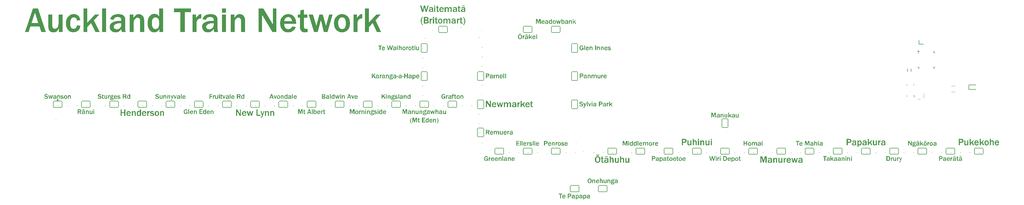
<source format=gbr>
%TF.GenerationSoftware,KiCad,Pcbnew,9.0.1*%
%TF.CreationDate,2025-04-04T16:59:33+13:00*%
%TF.ProjectId,Auckland-LED-Train-Map,4175636b-6c61-46e6-942d-4c45442d5472,rev?*%
%TF.SameCoordinates,Original*%
%TF.FileFunction,Legend,Top*%
%TF.FilePolarity,Positive*%
%FSLAX46Y46*%
G04 Gerber Fmt 4.6, Leading zero omitted, Abs format (unit mm)*
G04 Created by KiCad (PCBNEW 9.0.1) date 2025-04-04 16:59:33*
%MOMM*%
%LPD*%
G01*
G04 APERTURE LIST*
%ADD10C,0.150000*%
%ADD11C,0.400000*%
%ADD12C,0.320000*%
%ADD13C,0.059995*%
%ADD14C,0.120000*%
%ADD15C,0.100000*%
%ADD16C,0.060000*%
G04 APERTURE END LIST*
D10*
X164200000Y1400000D02*
X165800000Y1400000D01*
X136000000Y-1200000D02*
G75*
G02*
X135800000Y-1400000I-200000J0D01*
G01*
X164200000Y7600000D02*
G75*
G02*
X164000000Y7800000I0J200000D01*
G01*
X172600000Y-26200000D02*
G75*
G02*
X172800000Y-26000000I200000J0D01*
G01*
X265800000Y-14000000D02*
X268200000Y-14000000D01*
X61800000Y1000000D02*
X64200000Y1000000D01*
X116200000Y16600000D02*
G75*
G02*
X116000000Y16800000I0J200000D01*
G01*
X205200000Y-16000000D02*
X202800000Y-16000000D01*
X91400000Y-800000D02*
G75*
G02*
X91200000Y-1000000I-200000J0D01*
G01*
X292800000Y-16000000D02*
G75*
G02*
X292600000Y-15800000I0J200000D01*
G01*
X187400000Y-15800000D02*
G75*
G02*
X187200000Y-16000000I-200000J0D01*
G01*
X157800000Y-16000000D02*
G75*
G02*
X157600000Y-15800000I0J200000D01*
G01*
X73400000Y-800000D02*
G75*
G02*
X73200000Y-1000000I-200000J0D01*
G01*
X187400000Y-14200000D02*
X187400000Y-15800000D01*
X7600000Y-800000D02*
X7600000Y800000D01*
X73200000Y-1000000D02*
X70800000Y-1000000D01*
X139800000Y-14000000D02*
X142200000Y-14000000D01*
X121800000Y23000000D02*
G75*
G02*
X121600000Y23200000I0J200000D01*
G01*
X124800000Y-1000000D02*
G75*
G02*
X124600000Y-800000I0J200000D01*
G01*
X214400000Y-15800000D02*
G75*
G02*
X214200000Y-16000000I-200000J0D01*
G01*
X259400000Y-15800000D02*
G75*
G02*
X259200000Y-16000000I-200000J0D01*
G01*
X184800000Y-14000000D02*
X187200000Y-14000000D01*
X268400000Y-14200000D02*
X268400000Y-15800000D01*
X7600000Y800000D02*
G75*
G02*
X7800000Y1000000I200000J0D01*
G01*
X157800000Y25000000D02*
X160200000Y25000000D01*
X220800000Y-14000000D02*
X223200000Y-14000000D01*
X277200000Y-16000000D02*
X274800000Y-16000000D01*
X19400000Y-800000D02*
G75*
G02*
X19200000Y-1000000I-200000J0D01*
G01*
X166400000Y-26200000D02*
X166400000Y-27800000D01*
X196400000Y-15800000D02*
G75*
G02*
X196200000Y-16000000I-200000J0D01*
G01*
X148800000Y-16000000D02*
G75*
G02*
X148600000Y-15800000I0J200000D01*
G01*
X165800000Y1400000D02*
G75*
G02*
X166000000Y1200000I0J-200000D01*
G01*
X109200000Y-1000000D02*
X106800000Y-1000000D01*
X166000000Y1200000D02*
X166000000Y-1200000D01*
X223400000Y-14200000D02*
X223400000Y-15800000D01*
X88600000Y800000D02*
G75*
G02*
X88800000Y1000000I200000J0D01*
G01*
X-1200000Y-1000000D02*
G75*
G02*
X-1400000Y-800000I1J200001D01*
G01*
X25600000Y-800000D02*
X25600000Y800000D01*
X184800000Y-16000000D02*
G75*
G02*
X184600000Y-15800000I0J200000D01*
G01*
X148800000Y-14000000D02*
X151200000Y-14000000D01*
X91200000Y1000000D02*
G75*
G02*
X91400000Y800000I0J-200000D01*
G01*
X118200000Y-1000000D02*
X115800000Y-1000000D01*
X106600000Y-800000D02*
X106600000Y800000D01*
X135800000Y-1400000D02*
X134200000Y-1400000D01*
X238800000Y-14000000D02*
X241200000Y-14000000D01*
X175600000Y-15800000D02*
X175600000Y-14200000D01*
X136000000Y10200000D02*
X136000000Y7800000D01*
X148600000Y-14200000D02*
G75*
G02*
X148800000Y-14000000I200000J0D01*
G01*
X118400000Y800000D02*
X118400000Y-800000D01*
X116200000Y7600000D02*
G75*
G02*
X116000000Y7800000I0J200000D01*
G01*
X164000000Y7800000D02*
X164000000Y10200000D01*
X52800000Y1000000D02*
X55200000Y1000000D01*
X100400000Y-800000D02*
G75*
G02*
X100200000Y-1000000I-200000J0D01*
G01*
X43600000Y800000D02*
G75*
G02*
X43800000Y1000000I200000J0D01*
G01*
X16600000Y-800000D02*
X16600000Y800000D01*
X232200000Y-16000000D02*
X229800000Y-16000000D01*
X166000000Y7800000D02*
G75*
G02*
X165800000Y7600000I-200000J0D01*
G01*
X160400000Y-15800000D02*
G75*
G02*
X160200000Y-16000000I-200000J0D01*
G01*
X157600000Y-15800000D02*
X157600000Y-14200000D01*
X184600000Y-14200000D02*
G75*
G02*
X184800000Y-14000000I200000J0D01*
G01*
X274800000Y-14000000D02*
X277200000Y-14000000D01*
X175200000Y-26000000D02*
G75*
G02*
X175400000Y-26200000I0J-200000D01*
G01*
X178400000Y-14200000D02*
X178400000Y-15800000D01*
X160200000Y-14000000D02*
G75*
G02*
X160400000Y-14200000I0J-200000D01*
G01*
X116000000Y10200000D02*
G75*
G02*
X116200000Y10400000I200000J0D01*
G01*
X160400000Y24800000D02*
X160400000Y23200000D01*
X117800000Y10400000D02*
G75*
G02*
X118000000Y10200000I0J-200000D01*
G01*
X223200000Y-14000000D02*
G75*
G02*
X223400000Y-14200000I0J-200000D01*
G01*
X34800000Y1000000D02*
X37200000Y1000000D01*
X211600000Y-14200000D02*
G75*
G02*
X211800000Y-14000000I200000J0D01*
G01*
X148600000Y-15800000D02*
X148600000Y-14200000D01*
X-1200000Y1000000D02*
X1200000Y1000000D01*
X196200000Y-16000000D02*
X193800000Y-16000000D01*
X160200000Y25000000D02*
G75*
G02*
X160400000Y24800000I0J-200000D01*
G01*
X136000000Y1200000D02*
X136000000Y-1200000D01*
X202600000Y-14200000D02*
G75*
G02*
X202800000Y-14000000I200000J0D01*
G01*
X160200000Y-16000000D02*
X157800000Y-16000000D01*
X295200000Y-16000000D02*
X292800000Y-16000000D01*
X277400000Y-15800000D02*
G75*
G02*
X277200000Y-16000000I-200000J0D01*
G01*
X220600000Y-15800000D02*
X220600000Y-14200000D01*
X178400000Y-15800000D02*
G75*
G02*
X178200000Y-16000000I-200000J0D01*
G01*
X136000000Y-7800000D02*
X136000000Y-10200000D01*
X214200000Y-16000000D02*
X211800000Y-16000000D01*
X286400000Y-14200000D02*
X286400000Y-15800000D01*
X205200000Y-14000000D02*
G75*
G02*
X205400000Y-14200000I0J-200000D01*
G01*
X116000000Y16800000D02*
X116000000Y19200000D01*
X214200000Y-14000000D02*
G75*
G02*
X214400000Y-14200000I0J-200000D01*
G01*
X274600000Y-15800000D02*
X274600000Y-14200000D01*
X7800000Y1000000D02*
X10200000Y1000000D01*
X82400000Y800000D02*
X82400000Y-800000D01*
X247600000Y-14200000D02*
G75*
G02*
X247800000Y-14000000I200000J0D01*
G01*
X82400000Y-800000D02*
G75*
G02*
X82200000Y-1000000I-200000J0D01*
G01*
X151200000Y23000000D02*
X148800000Y23000000D01*
X109400000Y800000D02*
X109400000Y-800000D01*
X70800000Y-1000000D02*
G75*
G02*
X70600000Y-800000I0J200000D01*
G01*
X139800000Y-16000000D02*
G75*
G02*
X139600000Y-15800000I0J200000D01*
G01*
X193600000Y-14200000D02*
G75*
G02*
X193800000Y-14000000I200000J0D01*
G01*
X151200000Y25000000D02*
G75*
G02*
X151400000Y24800000I0J-200000D01*
G01*
X211800000Y-14000000D02*
X214200000Y-14000000D01*
X61600000Y800000D02*
G75*
G02*
X61800000Y1000000I200000J0D01*
G01*
X165800000Y16600000D02*
X164200000Y16600000D01*
X157600000Y-14200000D02*
G75*
G02*
X157800000Y-14000000I200000J0D01*
G01*
X64400000Y-800000D02*
G75*
G02*
X64200000Y-1000000I-200000J0D01*
G01*
X232200000Y-14000000D02*
G75*
G02*
X232400000Y-14200000I0J-200000D01*
G01*
X34600000Y800000D02*
G75*
G02*
X34800000Y1000000I200000J0D01*
G01*
X55400000Y800000D02*
X55400000Y-800000D01*
X70600000Y-800000D02*
X70600000Y800000D01*
X241200000Y-14000000D02*
G75*
G02*
X241400000Y-14200000I0J-200000D01*
G01*
X124200000Y23000000D02*
X121800000Y23000000D01*
X134000000Y10200000D02*
G75*
G02*
X134200000Y10400000I200000J0D01*
G01*
X10200000Y1000000D02*
G75*
G02*
X10400000Y800000I0J-200000D01*
G01*
X116200000Y19400000D02*
X117800000Y19400000D01*
X265600000Y-15800000D02*
X265600000Y-14200000D01*
X213800000Y-7400000D02*
X212200000Y-7400000D01*
X214400000Y-14200000D02*
X214400000Y-15800000D01*
X205400000Y-15800000D02*
G75*
G02*
X205200000Y-16000000I-200000J0D01*
G01*
X212200000Y-4600000D02*
X213800000Y-4600000D01*
X134000000Y1200000D02*
G75*
G02*
X134200000Y1400000I200000J0D01*
G01*
X229600000Y-15800000D02*
X229600000Y-14200000D01*
X196200000Y-14000000D02*
G75*
G02*
X196400000Y-14200000I0J-200000D01*
G01*
X127400000Y800000D02*
X127400000Y-800000D01*
X265800000Y-16000000D02*
G75*
G02*
X265600000Y-15800000I0J200000D01*
G01*
X28200000Y1000000D02*
G75*
G02*
X28400000Y800000I0J-200000D01*
G01*
X1400000Y-800000D02*
G75*
G02*
X1200000Y-1000000I-200000J0D01*
G01*
X135800000Y1400000D02*
G75*
G02*
X136000000Y1200000I0J-200000D01*
G01*
X157600000Y23200000D02*
X157600000Y24800000D01*
X265600000Y-14200000D02*
G75*
G02*
X265800000Y-14000000I200000J0D01*
G01*
X-1400000Y-800000D02*
X-1400000Y800000D01*
X223400000Y-15800000D02*
G75*
G02*
X223200000Y-16000000I-200000J0D01*
G01*
X229800000Y-16000000D02*
G75*
G02*
X229600000Y-15800000I0J200000D01*
G01*
X134200000Y-1400000D02*
G75*
G02*
X134000000Y-1200000I0J200000D01*
G01*
X55200000Y1000000D02*
G75*
G02*
X55400000Y800000I0J-200000D01*
G01*
X164200000Y19400000D02*
X165800000Y19400000D01*
X175400000Y-27800000D02*
G75*
G02*
X175200000Y-28000000I-200000J0D01*
G01*
X247800000Y-14000000D02*
X250200000Y-14000000D01*
X232400000Y-14200000D02*
X232400000Y-15800000D01*
X268200000Y-16000000D02*
X265800000Y-16000000D01*
X115600000Y-800000D02*
X115600000Y800000D01*
X100400000Y800000D02*
X100400000Y-800000D01*
X79800000Y1000000D02*
X82200000Y1000000D01*
X142400000Y-14200000D02*
X142400000Y-15800000D01*
X82200000Y1000000D02*
G75*
G02*
X82400000Y800000I0J-200000D01*
G01*
X172800000Y-26000000D02*
X175200000Y-26000000D01*
X241400000Y-14200000D02*
X241400000Y-15800000D01*
X163600000Y-26200000D02*
G75*
G02*
X163800000Y-26000000I200000J0D01*
G01*
X283800000Y-14000000D02*
X286200000Y-14000000D01*
X148800000Y25000000D02*
X151200000Y25000000D01*
X277200000Y-14000000D02*
G75*
G02*
X277400000Y-14200000I0J-200000D01*
G01*
X106600000Y800000D02*
G75*
G02*
X106800000Y1000000I200000J0D01*
G01*
X202800000Y-16000000D02*
G75*
G02*
X202600000Y-15800000I0J200000D01*
G01*
X175200000Y-28000000D02*
X172800000Y-28000000D01*
X115600000Y800000D02*
G75*
G02*
X115800000Y1000000I200000J0D01*
G01*
X295200000Y-14000000D02*
G75*
G02*
X295400000Y-14200000I0J-200000D01*
G01*
X135800000Y-7600000D02*
G75*
G02*
X136000000Y-7800000I0J-200000D01*
G01*
X70600000Y800000D02*
G75*
G02*
X70800000Y1000000I200000J0D01*
G01*
X166400000Y-27800000D02*
G75*
G02*
X166200000Y-28000000I-200000J0D01*
G01*
X163600000Y-27800000D02*
X163600000Y-26200000D01*
X134200000Y-7600000D02*
X135800000Y-7600000D01*
X274800000Y-16000000D02*
G75*
G02*
X274600000Y-15800000I0J200000D01*
G01*
X19200000Y1000000D02*
G75*
G02*
X19400000Y800000I0J-200000D01*
G01*
X106800000Y1000000D02*
X109200000Y1000000D01*
X139600000Y-15800000D02*
X139600000Y-14200000D01*
X134000000Y-1200000D02*
X134000000Y1200000D01*
X164000000Y-1200000D02*
X164000000Y1200000D01*
X256600000Y-14200000D02*
G75*
G02*
X256800000Y-14000000I200000J0D01*
G01*
X10200000Y-1000000D02*
X7800000Y-1000000D01*
X286200000Y-16000000D02*
X283800000Y-16000000D01*
X283800000Y-16000000D02*
G75*
G02*
X283600000Y-15800000I0J200000D01*
G01*
X274600000Y-14200000D02*
G75*
G02*
X274800000Y-14000000I200000J0D01*
G01*
X212000000Y-7200000D02*
X212000000Y-4800000D01*
X223200000Y-16000000D02*
X220800000Y-16000000D01*
X115800000Y1000000D02*
X118200000Y1000000D01*
X55200000Y-1000000D02*
X52800000Y-1000000D01*
X127200000Y1000000D02*
G75*
G02*
X127400000Y800000I0J-200000D01*
G01*
X37200000Y-1000000D02*
X34800000Y-1000000D01*
X187200000Y-14000000D02*
G75*
G02*
X187400000Y-14200000I0J-200000D01*
G01*
X160400000Y23200000D02*
G75*
G02*
X160200000Y23000000I-200000J0D01*
G01*
X295400000Y-15800000D02*
G75*
G02*
X295200000Y-16000000I-200000J0D01*
G01*
X187200000Y-16000000D02*
X184800000Y-16000000D01*
X127400000Y-800000D02*
G75*
G02*
X127200000Y-1000000I-200000J0D01*
G01*
X91400000Y800000D02*
X91400000Y-800000D01*
X163800000Y-26000000D02*
X166200000Y-26000000D01*
X117800000Y16600000D02*
X116200000Y16600000D01*
X283600000Y-14200000D02*
G75*
G02*
X283800000Y-14000000I200000J0D01*
G01*
X-1400000Y800000D02*
G75*
G02*
X-1200000Y1000000I200001J-1D01*
G01*
X134200000Y7600000D02*
G75*
G02*
X134000000Y7800000I0J200000D01*
G01*
X277400000Y-14200000D02*
X277400000Y-15800000D01*
X10400000Y800000D02*
X10400000Y-800000D01*
X151400000Y23200000D02*
G75*
G02*
X151200000Y23000000I-200000J0D01*
G01*
X175800000Y-14000000D02*
X178200000Y-14000000D01*
X250200000Y-14000000D02*
G75*
G02*
X250400000Y-14200000I0J-200000D01*
G01*
X1200000Y-1000000D02*
X-1200000Y-1000000D01*
X229600000Y-14200000D02*
G75*
G02*
X229800000Y-14000000I200000J0D01*
G01*
X97600000Y800000D02*
G75*
G02*
X97800000Y1000000I200000J0D01*
G01*
X70800000Y1000000D02*
X73200000Y1000000D01*
X43600000Y-800000D02*
X43600000Y800000D01*
X135800000Y-10400000D02*
X134200000Y-10400000D01*
X165800000Y7600000D02*
X164200000Y7600000D01*
X295400000Y-14200000D02*
X295400000Y-15800000D01*
X116200000Y10400000D02*
X117800000Y10400000D01*
X46200000Y-1000000D02*
X43800000Y-1000000D01*
X19400000Y800000D02*
X19400000Y-800000D01*
X148600000Y24800000D02*
G75*
G02*
X148800000Y25000000I200000J0D01*
G01*
X151400000Y-14200000D02*
X151400000Y-15800000D01*
X211600000Y-15800000D02*
X211600000Y-14200000D01*
X116000000Y19200000D02*
G75*
G02*
X116200000Y19400000I200000J0D01*
G01*
X202800000Y-14000000D02*
X205200000Y-14000000D01*
X157600000Y24800000D02*
G75*
G02*
X157800000Y25000000I200000J0D01*
G01*
X55400000Y-800000D02*
G75*
G02*
X55200000Y-1000000I-200000J0D01*
G01*
X97800000Y-1000000D02*
G75*
G02*
X97600000Y-800000I0J200000D01*
G01*
X25800000Y-1000000D02*
G75*
G02*
X25600000Y-800000I0J200000D01*
G01*
X166000000Y10200000D02*
X166000000Y7800000D01*
X61600000Y-800000D02*
X61600000Y800000D01*
X232400000Y-15800000D02*
G75*
G02*
X232200000Y-16000000I-200000J0D01*
G01*
X250400000Y-15800000D02*
G75*
G02*
X250200000Y-16000000I-200000J0D01*
G01*
X34800000Y-1000000D02*
G75*
G02*
X34600000Y-800000I0J200000D01*
G01*
X250400000Y-14200000D02*
X250400000Y-15800000D01*
X46200000Y1000000D02*
G75*
G02*
X46400000Y800000I0J-200000D01*
G01*
X286200000Y-14000000D02*
G75*
G02*
X286400000Y-14200000I0J-200000D01*
G01*
X163800000Y-28000000D02*
G75*
G02*
X163600000Y-27800000I0J200000D01*
G01*
X157800000Y-14000000D02*
X160200000Y-14000000D01*
X118200000Y1000000D02*
G75*
G02*
X118400000Y800000I0J-200000D01*
G01*
X52800000Y-1000000D02*
G75*
G02*
X52600000Y-800000I0J200000D01*
G01*
X134000000Y-7800000D02*
G75*
G02*
X134200000Y-7600000I200000J0D01*
G01*
X172600000Y-27800000D02*
X172600000Y-26200000D01*
X220800000Y-16000000D02*
G75*
G02*
X220600000Y-15800000I0J200000D01*
G01*
X268400000Y-15800000D02*
G75*
G02*
X268200000Y-16000000I-200000J0D01*
G01*
X166000000Y16800000D02*
G75*
G02*
X165800000Y16600000I-200000J0D01*
G01*
X268200000Y-14000000D02*
G75*
G02*
X268400000Y-14200000I0J-200000D01*
G01*
X220600000Y-14200000D02*
G75*
G02*
X220800000Y-14000000I200000J0D01*
G01*
X134200000Y-10400000D02*
G75*
G02*
X134000000Y-10200000I0J200000D01*
G01*
X148800000Y23000000D02*
G75*
G02*
X148600000Y23200000I0J200000D01*
G01*
X193800000Y-14000000D02*
X196200000Y-14000000D01*
X134000000Y7800000D02*
X134000000Y10200000D01*
X91200000Y-1000000D02*
X88800000Y-1000000D01*
X118400000Y-800000D02*
G75*
G02*
X118200000Y-1000000I-200000J0D01*
G01*
X151200000Y-16000000D02*
X148800000Y-16000000D01*
X259200000Y-14000000D02*
G75*
G02*
X259400000Y-14200000I0J-200000D01*
G01*
X238600000Y-15800000D02*
X238600000Y-14200000D01*
X136000000Y7800000D02*
G75*
G02*
X135800000Y7600000I-200000J0D01*
G01*
X116000000Y7800000D02*
X116000000Y10200000D01*
X135800000Y10400000D02*
G75*
G02*
X136000000Y10200000I0J-200000D01*
G01*
X134000000Y-10200000D02*
X134000000Y-7800000D01*
X124400000Y23200000D02*
G75*
G02*
X124200000Y23000000I-200000J0D01*
G01*
X109200000Y1000000D02*
G75*
G02*
X109400000Y800000I0J-200000D01*
G01*
X157800000Y23000000D02*
G75*
G02*
X157600000Y23200000I0J200000D01*
G01*
X43800000Y-1000000D02*
G75*
G02*
X43600000Y-800000I0J200000D01*
G01*
X229800000Y-14000000D02*
X232200000Y-14000000D01*
X37400000Y800000D02*
X37400000Y-800000D01*
X214000000Y-7200000D02*
G75*
G02*
X213800000Y-7400000I-200000J0D01*
G01*
X19200000Y-1000000D02*
X16800000Y-1000000D01*
X88600000Y-800000D02*
X88600000Y800000D01*
X165800000Y19400000D02*
G75*
G02*
X166000000Y19200000I0J-200000D01*
G01*
X142200000Y-16000000D02*
X139800000Y-16000000D01*
X164000000Y1200000D02*
G75*
G02*
X164200000Y1400000I200000J0D01*
G01*
X127200000Y-1000000D02*
X124800000Y-1000000D01*
X121800000Y25000000D02*
X124200000Y25000000D01*
X250200000Y-16000000D02*
X247800000Y-16000000D01*
X214000000Y-4800000D02*
X214000000Y-7200000D01*
X64200000Y1000000D02*
G75*
G02*
X64400000Y800000I0J-200000D01*
G01*
X117800000Y19400000D02*
G75*
G02*
X118000000Y19200000I0J-200000D01*
G01*
X97800000Y1000000D02*
X100200000Y1000000D01*
X212000000Y-4800000D02*
G75*
G02*
X212200000Y-4600000I200000J0D01*
G01*
X10400000Y-800000D02*
G75*
G02*
X10200000Y-1000000I-200000J0D01*
G01*
X142400000Y-15800000D02*
G75*
G02*
X142200000Y-16000000I-200000J0D01*
G01*
X73200000Y1000000D02*
G75*
G02*
X73400000Y800000I0J-200000D01*
G01*
X196400000Y-14200000D02*
X196400000Y-15800000D01*
X172800000Y-28000000D02*
G75*
G02*
X172600000Y-27800000I0J200000D01*
G01*
X193800000Y-16000000D02*
G75*
G02*
X193600000Y-15800000I0J200000D01*
G01*
X1200000Y1000000D02*
G75*
G02*
X1400000Y800000I0J-200000D01*
G01*
X256800000Y-16000000D02*
G75*
G02*
X256600000Y-15800000I0J200000D01*
G01*
X121600000Y23200000D02*
X121600000Y24800000D01*
X175800000Y-16000000D02*
G75*
G02*
X175600000Y-15800000I0J200000D01*
G01*
X28400000Y-800000D02*
G75*
G02*
X28200000Y-1000000I-200000J0D01*
G01*
X292600000Y-15800000D02*
X292600000Y-14200000D01*
X16800000Y-1000000D02*
G75*
G02*
X16600000Y-800000I0J200000D01*
G01*
X124400000Y24800000D02*
X124400000Y23200000D01*
X151400000Y24800000D02*
X151400000Y23200000D01*
X178200000Y-16000000D02*
X175800000Y-16000000D01*
X212200000Y-7400000D02*
G75*
G02*
X212000000Y-7200000I0J200000D01*
G01*
X79600000Y800000D02*
G75*
G02*
X79800000Y1000000I200000J0D01*
G01*
X166000000Y-1200000D02*
G75*
G02*
X165800000Y-1400000I-200000J0D01*
G01*
X7800000Y-1000000D02*
G75*
G02*
X7600000Y-800000I0J200000D01*
G01*
X184600000Y-15800000D02*
X184600000Y-14200000D01*
X259200000Y-16000000D02*
X256800000Y-16000000D01*
X178200000Y-14000000D02*
G75*
G02*
X178400000Y-14200000I0J-200000D01*
G01*
X151400000Y-15800000D02*
G75*
G02*
X151200000Y-16000000I-200000J0D01*
G01*
X166200000Y-26000000D02*
G75*
G02*
X166400000Y-26200000I0J-200000D01*
G01*
X97600000Y-800000D02*
X97600000Y800000D01*
X166000000Y19200000D02*
X166000000Y16800000D01*
X175600000Y-14200000D02*
G75*
G02*
X175800000Y-14000000I200000J0D01*
G01*
G36*
X-200000Y1650000D02*
G01*
X200000Y1650000D01*
X200000Y1050000D01*
X-200000Y1050000D01*
X-200000Y1650000D01*
G37*
X165800000Y-1400000D02*
X164200000Y-1400000D01*
X117800000Y7600000D02*
X116200000Y7600000D01*
X164000000Y16800000D02*
X164000000Y19200000D01*
X73400000Y800000D02*
X73400000Y-800000D01*
X88800000Y1000000D02*
X91200000Y1000000D01*
X134200000Y10400000D02*
X135800000Y10400000D01*
X292600000Y-14200000D02*
G75*
G02*
X292800000Y-14000000I200000J0D01*
G01*
X16600000Y800000D02*
G75*
G02*
X16800000Y1000000I200000J0D01*
G01*
X28400000Y800000D02*
X28400000Y-800000D01*
X292800000Y-14000000D02*
X295200000Y-14000000D01*
X118000000Y16800000D02*
G75*
G02*
X117800000Y16600000I-200000J0D01*
G01*
X136000000Y-10200000D02*
G75*
G02*
X135800000Y-10400000I-200000J0D01*
G01*
X241200000Y-16000000D02*
X238800000Y-16000000D01*
X16800000Y1000000D02*
X19200000Y1000000D01*
X151200000Y-14000000D02*
G75*
G02*
X151400000Y-14200000I0J-200000D01*
G01*
X164200000Y-1400000D02*
G75*
G02*
X164000000Y-1200000I0J200000D01*
G01*
X135800000Y7600000D02*
X134200000Y7600000D01*
X148600000Y23200000D02*
X148600000Y24800000D01*
X118000000Y10200000D02*
X118000000Y7800000D01*
X241400000Y-15800000D02*
G75*
G02*
X241200000Y-16000000I-200000J0D01*
G01*
X25600000Y800000D02*
G75*
G02*
X25800000Y1000000I200000J0D01*
G01*
X52600000Y800000D02*
G75*
G02*
X52800000Y1000000I200000J0D01*
G01*
X121600000Y24800000D02*
G75*
G02*
X121800000Y25000000I200000J0D01*
G01*
X64400000Y800000D02*
X64400000Y-800000D01*
X205400000Y-14200000D02*
X205400000Y-15800000D01*
X28200000Y-1000000D02*
X25800000Y-1000000D01*
X115800000Y-1000000D02*
G75*
G02*
X115600000Y-800000I0J200000D01*
G01*
X52600000Y-800000D02*
X52600000Y800000D01*
X61800000Y-1000000D02*
G75*
G02*
X61600000Y-800000I0J200000D01*
G01*
X124800000Y1000000D02*
X127200000Y1000000D01*
X79800000Y-1000000D02*
G75*
G02*
X79600000Y-800000I0J200000D01*
G01*
X64200000Y-1000000D02*
X61800000Y-1000000D01*
X238600000Y-14200000D02*
G75*
G02*
X238800000Y-14000000I200000J0D01*
G01*
X82200000Y-1000000D02*
X79800000Y-1000000D01*
X34600000Y-800000D02*
X34600000Y800000D01*
X164200000Y16600000D02*
G75*
G02*
X164000000Y16800000I0J200000D01*
G01*
X259400000Y-14200000D02*
X259400000Y-15800000D01*
X256600000Y-15800000D02*
X256600000Y-14200000D01*
X100200000Y1000000D02*
G75*
G02*
X100400000Y800000I0J-200000D01*
G01*
X164200000Y10400000D02*
X165800000Y10400000D01*
X211800000Y-16000000D02*
G75*
G02*
X211600000Y-15800000I0J200000D01*
G01*
X118000000Y7800000D02*
G75*
G02*
X117800000Y7600000I-200000J0D01*
G01*
X1400000Y800000D02*
X1400000Y-800000D01*
X247600000Y-15800000D02*
X247600000Y-14200000D01*
X43800000Y1000000D02*
X46200000Y1000000D01*
X88800000Y-1000000D02*
G75*
G02*
X88600000Y-800000I0J200000D01*
G01*
X213800000Y-4600000D02*
G75*
G02*
X214000000Y-4800000I0J-200000D01*
G01*
X164000000Y19200000D02*
G75*
G02*
X164200000Y19400000I200000J0D01*
G01*
X46400000Y-800000D02*
G75*
G02*
X46200000Y-1000000I-200000J0D01*
G01*
X286400000Y-15800000D02*
G75*
G02*
X286200000Y-16000000I-200000J0D01*
G01*
X109400000Y-800000D02*
G75*
G02*
X109200000Y-1000000I-200000J0D01*
G01*
X106800000Y-1000000D02*
G75*
G02*
X106600000Y-800000I0J200000D01*
G01*
X37400000Y-800000D02*
G75*
G02*
X37200000Y-1000000I-200000J0D01*
G01*
X134200000Y1400000D02*
X135800000Y1400000D01*
X166200000Y-28000000D02*
X163800000Y-28000000D01*
X193600000Y-15800000D02*
X193600000Y-14200000D01*
X139600000Y-14200000D02*
G75*
G02*
X139800000Y-14000000I200000J0D01*
G01*
X238800000Y-16000000D02*
G75*
G02*
X238600000Y-15800000I0J200000D01*
G01*
X142200000Y-14000000D02*
G75*
G02*
X142400000Y-14200000I0J-200000D01*
G01*
X46400000Y800000D02*
X46400000Y-800000D01*
X124600000Y800000D02*
G75*
G02*
X124800000Y1000000I200000J0D01*
G01*
X256800000Y-14000000D02*
X259200000Y-14000000D01*
X175400000Y-26200000D02*
X175400000Y-27800000D01*
X37200000Y1000000D02*
G75*
G02*
X37400000Y800000I0J-200000D01*
G01*
X283600000Y-15800000D02*
X283600000Y-14200000D01*
X79600000Y-800000D02*
X79600000Y800000D01*
X202600000Y-15800000D02*
X202600000Y-14200000D01*
X124600000Y-800000D02*
X124600000Y800000D01*
X160200000Y23000000D02*
X157800000Y23000000D01*
X164000000Y10200000D02*
G75*
G02*
X164200000Y10400000I200000J0D01*
G01*
X160400000Y-14200000D02*
X160400000Y-15800000D01*
X247800000Y-16000000D02*
G75*
G02*
X247600000Y-15800000I0J200000D01*
G01*
X165800000Y10400000D02*
G75*
G02*
X166000000Y10200000I0J-200000D01*
G01*
X118000000Y19200000D02*
X118000000Y16800000D01*
X25800000Y1000000D02*
X28200000Y1000000D01*
X100200000Y-1000000D02*
X97800000Y-1000000D01*
X124200000Y25000000D02*
G75*
G02*
X124400000Y24800000I0J-200000D01*
G01*
D11*
G36*
X236358535Y-13228000D02*
G01*
X236063685Y-13228000D01*
X236063685Y-11964971D01*
X235666937Y-11964971D01*
X235666937Y-11727371D01*
X236755283Y-11727371D01*
X236755283Y-11964971D01*
X236358535Y-11964971D01*
X236358535Y-13228000D01*
G37*
G36*
X237409193Y-12101020D02*
G01*
X237506849Y-12132216D01*
X237589750Y-12182531D01*
X237660349Y-12253080D01*
X237715612Y-12337440D01*
X237756024Y-12433763D01*
X237781312Y-12544176D01*
X237790188Y-12671321D01*
X237789016Y-12702780D01*
X237031668Y-12702780D01*
X237037573Y-12806792D01*
X237052770Y-12879612D01*
X237083571Y-12941650D01*
X237136399Y-12996848D01*
X237180513Y-13024016D01*
X237232087Y-13040784D01*
X237293008Y-13046674D01*
X237363029Y-13039277D01*
X237420647Y-13018384D01*
X237468547Y-12984560D01*
X237508307Y-12936523D01*
X237540181Y-12871307D01*
X237771431Y-12903352D01*
X237732116Y-13000109D01*
X237675000Y-13083453D01*
X237598800Y-13155215D01*
X237532921Y-13196992D01*
X237458663Y-13227430D01*
X237374570Y-13246388D01*
X237278842Y-13253010D01*
X237165987Y-13242677D01*
X237068223Y-13213040D01*
X236982636Y-13164826D01*
X236907202Y-13096988D01*
X236847578Y-13015486D01*
X236803806Y-12919882D01*
X236776201Y-12807480D01*
X236766420Y-12674838D01*
X236775932Y-12549598D01*
X236778261Y-12540212D01*
X237031961Y-12540212D01*
X237523768Y-12540212D01*
X237514999Y-12464913D01*
X237491329Y-12401438D01*
X237453036Y-12347260D01*
X237402615Y-12304843D01*
X237345999Y-12279879D01*
X237280991Y-12271349D01*
X237216473Y-12279417D01*
X237160727Y-12302883D01*
X237111584Y-12342375D01*
X237073850Y-12393480D01*
X237046984Y-12458304D01*
X237031961Y-12540212D01*
X236778261Y-12540212D01*
X236803215Y-12439629D01*
X236847247Y-12342393D01*
X236908179Y-12255913D01*
X236984665Y-12183909D01*
X237072619Y-12132678D01*
X237174318Y-12101085D01*
X237293105Y-12090023D01*
X237409193Y-12101020D01*
G37*
G36*
X239993943Y-13228000D02*
G01*
X239713357Y-13228000D01*
X239716483Y-11916318D01*
X239305569Y-13228000D01*
X239160098Y-13228000D01*
X238747034Y-11916318D01*
X238750161Y-13228000D01*
X238524187Y-13228000D01*
X238524187Y-11727371D01*
X238950342Y-11727371D01*
X239260726Y-12685292D01*
X239565639Y-11727371D01*
X239993943Y-11727371D01*
X239993943Y-13228000D01*
G37*
G36*
X240896221Y-12096037D02*
G01*
X240983615Y-12111614D01*
X241059632Y-12141077D01*
X241121368Y-12184692D01*
X241169788Y-12239718D01*
X241199135Y-12296750D01*
X241214153Y-12367524D01*
X241220726Y-12500351D01*
X241220726Y-13000951D01*
X241228901Y-13109972D01*
X241254529Y-13228000D01*
X241010970Y-13228000D01*
X240985072Y-13123603D01*
X240972575Y-13016192D01*
X240926676Y-13102387D01*
X240868377Y-13167062D01*
X240796766Y-13213473D01*
X240709097Y-13242598D01*
X240601130Y-13253010D01*
X240518985Y-13246336D01*
X240448342Y-13227327D01*
X240387165Y-13196787D01*
X240333929Y-13154531D01*
X240278020Y-13083538D01*
X240244569Y-13002134D01*
X240233008Y-12907064D01*
X240234044Y-12897392D01*
X240495031Y-12897392D01*
X240500385Y-12940104D01*
X240516088Y-12977799D01*
X240542708Y-13011796D01*
X240577541Y-13036868D01*
X240624532Y-13053146D01*
X240687495Y-13059179D01*
X240776909Y-13048263D01*
X240846084Y-13017917D01*
X240899888Y-12968809D01*
X240940185Y-12905572D01*
X240963847Y-12839012D01*
X240971793Y-12767553D01*
X240971793Y-12671517D01*
X240793367Y-12681379D01*
X240669704Y-12706708D01*
X240587198Y-12742432D01*
X240534862Y-12785689D01*
X240505141Y-12836400D01*
X240495031Y-12897392D01*
X240234044Y-12897392D01*
X240242085Y-12822316D01*
X240268061Y-12750452D01*
X240310707Y-12688602D01*
X240371986Y-12635105D01*
X240455814Y-12589721D01*
X240567707Y-12553640D01*
X240714454Y-12529320D01*
X240903894Y-12520281D01*
X240971793Y-12521356D01*
X240971793Y-12440951D01*
X240962914Y-12380938D01*
X240938150Y-12336159D01*
X240896817Y-12302707D01*
X240833893Y-12280086D01*
X240741033Y-12271349D01*
X240651612Y-12279829D01*
X240586059Y-12302533D01*
X240538537Y-12337200D01*
X240505373Y-12384277D01*
X240485652Y-12446813D01*
X240267592Y-12414671D01*
X240283287Y-12346436D01*
X240311896Y-12285508D01*
X240353979Y-12230514D01*
X240411207Y-12180686D01*
X240475107Y-12143679D01*
X240554606Y-12115303D01*
X240652928Y-12096759D01*
X240773859Y-12090023D01*
X240896221Y-12096037D01*
G37*
G36*
X242432756Y-13228000D02*
G01*
X242177376Y-13228000D01*
X242177376Y-12504650D01*
X242170775Y-12429187D01*
X242153671Y-12377411D01*
X242128528Y-12342863D01*
X242075388Y-12307900D01*
X242014320Y-12296360D01*
X241948378Y-12305559D01*
X241890520Y-12332677D01*
X241838465Y-12379304D01*
X241801931Y-12439232D01*
X241776825Y-12527459D01*
X241767146Y-12653931D01*
X241767146Y-13228000D01*
X241511766Y-13228000D01*
X241511766Y-11727371D01*
X241767146Y-11727371D01*
X241767146Y-12296066D01*
X241809830Y-12212494D01*
X241862285Y-12150860D01*
X241924884Y-12107470D01*
X241999598Y-12080713D01*
X242089742Y-12071265D01*
X242183837Y-12079909D01*
X242258583Y-12103806D01*
X242318096Y-12141361D01*
X242365132Y-12193033D01*
X242400743Y-12261264D01*
X242424134Y-12350174D01*
X242432756Y-12465180D01*
X242432756Y-13228000D01*
G37*
G36*
X242980154Y-11989297D02*
G01*
X242724773Y-11989297D01*
X242724773Y-11727371D01*
X242980154Y-11727371D01*
X242980154Y-11989297D01*
G37*
G36*
X242980154Y-13228000D02*
G01*
X242724773Y-13228000D01*
X242724773Y-12115034D01*
X242980154Y-12115034D01*
X242980154Y-13228000D01*
G37*
G36*
X243866214Y-12096037D02*
G01*
X243953608Y-12111614D01*
X244029625Y-12141077D01*
X244091361Y-12184692D01*
X244139781Y-12239718D01*
X244169128Y-12296750D01*
X244184146Y-12367524D01*
X244190719Y-12500351D01*
X244190719Y-13000951D01*
X244198894Y-13109972D01*
X244224522Y-13228000D01*
X243980963Y-13228000D01*
X243955065Y-13123603D01*
X243942568Y-13016192D01*
X243896669Y-13102387D01*
X243838370Y-13167062D01*
X243766759Y-13213473D01*
X243679090Y-13242598D01*
X243571124Y-13253010D01*
X243488978Y-13246336D01*
X243418335Y-13227327D01*
X243357158Y-13196787D01*
X243303922Y-13154531D01*
X243248013Y-13083538D01*
X243214562Y-13002134D01*
X243203001Y-12907064D01*
X243204037Y-12897392D01*
X243465024Y-12897392D01*
X243470378Y-12940104D01*
X243486081Y-12977799D01*
X243512701Y-13011796D01*
X243547534Y-13036868D01*
X243594525Y-13053146D01*
X243657488Y-13059179D01*
X243746902Y-13048263D01*
X243816077Y-13017917D01*
X243869881Y-12968809D01*
X243910178Y-12905572D01*
X243933840Y-12839012D01*
X243941786Y-12767553D01*
X243941786Y-12671517D01*
X243763360Y-12681379D01*
X243639697Y-12706708D01*
X243557191Y-12742432D01*
X243504855Y-12785689D01*
X243475134Y-12836400D01*
X243465024Y-12897392D01*
X243204037Y-12897392D01*
X243212078Y-12822316D01*
X243238054Y-12750452D01*
X243280700Y-12688602D01*
X243341979Y-12635105D01*
X243425807Y-12589721D01*
X243537700Y-12553640D01*
X243684447Y-12529320D01*
X243873887Y-12520281D01*
X243941786Y-12521356D01*
X243941786Y-12440951D01*
X243932907Y-12380938D01*
X243908143Y-12336159D01*
X243866810Y-12302707D01*
X243803886Y-12280086D01*
X243711026Y-12271349D01*
X243621605Y-12279829D01*
X243556052Y-12302533D01*
X243508530Y-12337200D01*
X243475366Y-12384277D01*
X243455646Y-12446813D01*
X243237585Y-12414671D01*
X243253280Y-12346436D01*
X243281889Y-12285508D01*
X243323972Y-12230514D01*
X243381200Y-12180686D01*
X243445100Y-12143679D01*
X243524599Y-12115303D01*
X243622921Y-12096759D01*
X243743852Y-12090023D01*
X243866214Y-12096037D01*
G37*
G36*
X154170830Y25772000D02*
G01*
X153890244Y25772000D01*
X153893370Y27083681D01*
X153482456Y25772000D01*
X153336985Y25772000D01*
X152923921Y27083681D01*
X152927048Y25772000D01*
X152701074Y25772000D01*
X152701074Y27272628D01*
X153127229Y27272628D01*
X153437613Y26314707D01*
X153742526Y27272628D01*
X154170830Y27272628D01*
X154170830Y25772000D01*
G37*
G36*
X155051593Y26898979D02*
G01*
X155149249Y26867783D01*
X155232150Y26817468D01*
X155302749Y26746919D01*
X155358012Y26662559D01*
X155398424Y26566236D01*
X155423712Y26455823D01*
X155432589Y26328678D01*
X155431416Y26297219D01*
X154674068Y26297219D01*
X154679974Y26193207D01*
X154695171Y26120387D01*
X154725971Y26058349D01*
X154778799Y26003151D01*
X154822913Y25975983D01*
X154874487Y25959215D01*
X154935408Y25953325D01*
X155005429Y25960722D01*
X155063047Y25981615D01*
X155110947Y26015439D01*
X155150707Y26063476D01*
X155182582Y26128692D01*
X155413831Y26096647D01*
X155374516Y25999890D01*
X155317400Y25916546D01*
X155241200Y25844784D01*
X155175321Y25803007D01*
X155101064Y25772569D01*
X155016970Y25753611D01*
X154921242Y25746989D01*
X154808387Y25757322D01*
X154710623Y25786959D01*
X154625036Y25835173D01*
X154549602Y25903011D01*
X154489978Y25984513D01*
X154446206Y26080117D01*
X154418601Y26192519D01*
X154408820Y26325161D01*
X154418332Y26450401D01*
X154420661Y26459787D01*
X154674361Y26459787D01*
X155166169Y26459787D01*
X155157399Y26535086D01*
X155133729Y26598561D01*
X155095436Y26652739D01*
X155045015Y26695156D01*
X154988400Y26720120D01*
X154923391Y26728650D01*
X154858873Y26720582D01*
X154803127Y26697116D01*
X154753984Y26657624D01*
X154716250Y26606519D01*
X154689384Y26541695D01*
X154674361Y26459787D01*
X154420661Y26459787D01*
X154445615Y26560370D01*
X154489647Y26657606D01*
X154550579Y26744086D01*
X154627065Y26816090D01*
X154715019Y26867321D01*
X154816718Y26898914D01*
X154935506Y26909976D01*
X155051593Y26898979D01*
G37*
G36*
X156247037Y26903962D02*
G01*
X156334431Y26888385D01*
X156410448Y26858922D01*
X156472184Y26815307D01*
X156520604Y26760281D01*
X156549951Y26703249D01*
X156564969Y26632475D01*
X156571542Y26499648D01*
X156571542Y25999048D01*
X156579717Y25890027D01*
X156605345Y25772000D01*
X156361786Y25772000D01*
X156335888Y25876396D01*
X156323391Y25983807D01*
X156277492Y25897612D01*
X156219193Y25832937D01*
X156147582Y25786526D01*
X156059914Y25757401D01*
X155951947Y25746989D01*
X155869801Y25753663D01*
X155799158Y25772672D01*
X155737981Y25803212D01*
X155684745Y25845468D01*
X155628836Y25916461D01*
X155595386Y25997865D01*
X155583824Y26092935D01*
X155584860Y26102607D01*
X155845848Y26102607D01*
X155851201Y26059895D01*
X155866904Y26022200D01*
X155893524Y25988203D01*
X155928357Y25963131D01*
X155975348Y25946853D01*
X156038311Y25940820D01*
X156127725Y25951736D01*
X156196900Y25982082D01*
X156250704Y26031190D01*
X156291001Y26094427D01*
X156314663Y26160987D01*
X156322610Y26232446D01*
X156322610Y26328482D01*
X156144183Y26318620D01*
X156020520Y26293291D01*
X155938014Y26257567D01*
X155885678Y26214310D01*
X155855957Y26163599D01*
X155845848Y26102607D01*
X155584860Y26102607D01*
X155592901Y26177683D01*
X155618877Y26249547D01*
X155661523Y26311397D01*
X155722802Y26364894D01*
X155806630Y26410278D01*
X155918523Y26446359D01*
X156065270Y26470679D01*
X156254710Y26479718D01*
X156322610Y26478643D01*
X156322610Y26559048D01*
X156313730Y26619061D01*
X156288966Y26663840D01*
X156247633Y26697292D01*
X156184709Y26719913D01*
X156091849Y26728650D01*
X156002429Y26720170D01*
X155936875Y26697466D01*
X155889353Y26662799D01*
X155856190Y26615722D01*
X155836469Y26553186D01*
X155618409Y26585328D01*
X155634103Y26653563D01*
X155662712Y26714491D01*
X155704795Y26769485D01*
X155762023Y26819313D01*
X155825923Y26856320D01*
X155905422Y26884696D01*
X156003744Y26903240D01*
X156124675Y26909976D01*
X156247037Y26903962D01*
G37*
G36*
X157777027Y25772000D02*
G01*
X157537962Y25772000D01*
X157537962Y25980876D01*
X157493641Y25893031D01*
X157440192Y25828777D01*
X157377421Y25783970D01*
X157303553Y25756591D01*
X157215464Y25746989D01*
X157117257Y25758082D01*
X157034194Y25789885D01*
X156962881Y25842310D01*
X156901465Y25918057D01*
X156855371Y26005179D01*
X156821396Y26103673D01*
X156800091Y26215330D01*
X156793669Y26324575D01*
X157063349Y26324575D01*
X157072283Y26194531D01*
X157095622Y26101823D01*
X157129569Y26037417D01*
X157172561Y25994390D01*
X157225580Y25968644D01*
X157291961Y25959578D01*
X157348905Y25967950D01*
X157401645Y25993246D01*
X157451988Y26037833D01*
X157490056Y26093614D01*
X157513433Y26159346D01*
X157521647Y26237722D01*
X157521647Y26423444D01*
X157513789Y26509578D01*
X157492208Y26576969D01*
X157458534Y26629683D01*
X157412248Y26670826D01*
X157358608Y26695218D01*
X157295185Y26703639D01*
X157227773Y26693054D01*
X157172024Y26662212D01*
X157124898Y26608873D01*
X157093179Y26542579D01*
X157071552Y26450373D01*
X157063349Y26324575D01*
X156793669Y26324575D01*
X156792630Y26342258D01*
X156800109Y26459312D01*
X156821821Y26565869D01*
X156857118Y26663435D01*
X156905959Y26753270D01*
X156969704Y26831070D01*
X157043232Y26884846D01*
X157128390Y26917402D01*
X157228555Y26928734D01*
X157312605Y26920689D01*
X157381353Y26898125D01*
X157437956Y26862094D01*
X157484479Y26811855D01*
X157521647Y26744965D01*
X157521647Y27272628D01*
X157777027Y27272628D01*
X157777027Y25772000D01*
G37*
G36*
X158628603Y26899580D02*
G01*
X158724292Y26869488D01*
X158809790Y26819987D01*
X158886866Y26749557D01*
X158948301Y26665664D01*
X158992875Y26569845D01*
X159020646Y26459876D01*
X159030383Y26332879D01*
X159020221Y26201980D01*
X158991325Y26089505D01*
X158945065Y25992286D01*
X158881395Y25907896D01*
X158801702Y25837345D01*
X158713510Y25787657D01*
X158615036Y25757428D01*
X158503698Y25746989D01*
X158406083Y25754722D01*
X158321658Y25776784D01*
X158248142Y25812252D01*
X158183798Y25861281D01*
X158127564Y25925091D01*
X158070883Y26017207D01*
X158030596Y26115029D01*
X158006158Y26219758D01*
X157998103Y26329069D01*
X158268541Y26329069D01*
X158277074Y26207886D01*
X158299864Y26116897D01*
X158333901Y26049459D01*
X158383596Y25995447D01*
X158442064Y25964093D01*
X158512393Y25953325D01*
X158585230Y25962985D01*
X158643075Y25990288D01*
X158689633Y26035582D01*
X158726138Y26102859D01*
X158751110Y26199086D01*
X158760642Y26333465D01*
X158753029Y26447353D01*
X158732392Y26536085D01*
X158701144Y26604672D01*
X158667302Y26648147D01*
X158626665Y26678476D01*
X158577975Y26697078D01*
X158518939Y26703639D01*
X158457773Y26696856D01*
X158407312Y26677624D01*
X158365186Y26646274D01*
X158330090Y26601351D01*
X158297524Y26530532D01*
X158276290Y26441224D01*
X158268541Y26329069D01*
X157998103Y26329069D01*
X157997822Y26332879D01*
X158007365Y26455047D01*
X158034829Y26562961D01*
X158079343Y26659044D01*
X158141242Y26745161D01*
X158218501Y26817090D01*
X158305879Y26867967D01*
X158405414Y26899131D01*
X158520111Y26909976D01*
X158628603Y26899580D01*
G37*
G36*
X160637111Y26884965D02*
G01*
X160311681Y25772000D01*
X160082875Y25772000D01*
X159886406Y26533451D01*
X159691011Y25772000D01*
X159455561Y25772000D01*
X159113817Y26884965D01*
X159384829Y26884965D01*
X159599762Y26147743D01*
X159787732Y26884965D01*
X160018883Y26884965D01*
X160209979Y26148427D01*
X160420711Y26884965D01*
X160637111Y26884965D01*
G37*
G36*
X161048806Y26741448D02*
G01*
X161097165Y26814334D01*
X161142824Y26863913D01*
X161186266Y26895224D01*
X161262461Y26924657D01*
X161353914Y26934986D01*
X161441411Y26925272D01*
X161519693Y26896809D01*
X161591032Y26849036D01*
X161656776Y26779355D01*
X161706605Y26699514D01*
X161744059Y26603335D01*
X161768120Y26487663D01*
X161776748Y26348706D01*
X161768831Y26224803D01*
X161746009Y26113802D01*
X161709175Y26013858D01*
X161658534Y25923430D01*
X161592458Y25845759D01*
X161515480Y25791595D01*
X161425513Y25758549D01*
X161318939Y25746989D01*
X161233178Y25755252D01*
X161157810Y25779139D01*
X161090706Y25818403D01*
X161030438Y25874269D01*
X160976413Y25949320D01*
X160911249Y25772000D01*
X160793426Y25772000D01*
X160793426Y26411134D01*
X161048806Y26411134D01*
X161048806Y26246710D01*
X161057028Y26150634D01*
X161078897Y26080392D01*
X161111821Y26029725D01*
X161157826Y25990875D01*
X161211471Y25967641D01*
X161275171Y25959578D01*
X161336091Y25968374D01*
X161389626Y25994389D01*
X161437934Y26039397D01*
X161470569Y26097709D01*
X161495764Y26196640D01*
X161508178Y26353884D01*
X161500452Y26467308D01*
X161479751Y26553280D01*
X161448778Y26617666D01*
X161403164Y26669441D01*
X161348543Y26699520D01*
X161281814Y26709892D01*
X161217801Y26701208D01*
X161162864Y26675877D01*
X161114654Y26632809D01*
X161079776Y26577749D01*
X161057139Y26505506D01*
X161048806Y26411134D01*
X160793426Y26411134D01*
X160793426Y27272628D01*
X161048806Y27272628D01*
X161048806Y26741448D01*
G37*
G36*
X162591880Y26903962D02*
G01*
X162679274Y26888385D01*
X162755291Y26858922D01*
X162817027Y26815307D01*
X162865447Y26760281D01*
X162894794Y26703249D01*
X162909812Y26632475D01*
X162916385Y26499648D01*
X162916385Y25999048D01*
X162924560Y25890027D01*
X162950188Y25772000D01*
X162706629Y25772000D01*
X162680731Y25876396D01*
X162668234Y25983807D01*
X162622335Y25897612D01*
X162564036Y25832937D01*
X162492425Y25786526D01*
X162404757Y25757401D01*
X162296790Y25746989D01*
X162214644Y25753663D01*
X162144001Y25772672D01*
X162082824Y25803212D01*
X162029588Y25845468D01*
X161973679Y25916461D01*
X161940229Y25997865D01*
X161928667Y26092935D01*
X161929703Y26102607D01*
X162190690Y26102607D01*
X162196044Y26059895D01*
X162211747Y26022200D01*
X162238367Y25988203D01*
X162273200Y25963131D01*
X162320191Y25946853D01*
X162383154Y25940820D01*
X162472568Y25951736D01*
X162541743Y25982082D01*
X162595547Y26031190D01*
X162635844Y26094427D01*
X162659506Y26160987D01*
X162667453Y26232446D01*
X162667453Y26328482D01*
X162489026Y26318620D01*
X162365363Y26293291D01*
X162282857Y26257567D01*
X162230521Y26214310D01*
X162200800Y26163599D01*
X162190690Y26102607D01*
X161929703Y26102607D01*
X161937744Y26177683D01*
X161963720Y26249547D01*
X162006366Y26311397D01*
X162067645Y26364894D01*
X162151473Y26410278D01*
X162263366Y26446359D01*
X162410113Y26470679D01*
X162599553Y26479718D01*
X162667453Y26478643D01*
X162667453Y26559048D01*
X162658573Y26619061D01*
X162633809Y26663840D01*
X162592476Y26697292D01*
X162529552Y26719913D01*
X162436692Y26728650D01*
X162347272Y26720170D01*
X162281718Y26697466D01*
X162234196Y26662799D01*
X162201033Y26615722D01*
X162181312Y26553186D01*
X161963252Y26585328D01*
X161978946Y26653563D01*
X162007555Y26714491D01*
X162049638Y26769485D01*
X162106866Y26819313D01*
X162170766Y26856320D01*
X162250265Y26884696D01*
X162348587Y26903240D01*
X162469518Y26909976D01*
X162591880Y26903962D01*
G37*
G36*
X164128416Y25772000D02*
G01*
X163873035Y25772000D01*
X163873035Y26467505D01*
X163866701Y26538277D01*
X163849653Y26591203D01*
X163823600Y26630464D01*
X163787860Y26661069D01*
X163748641Y26678864D01*
X163704508Y26684882D01*
X163644346Y26675838D01*
X163588927Y26648522D01*
X163536273Y26600276D01*
X163498372Y26539570D01*
X163473273Y26456628D01*
X163463880Y26344602D01*
X163463880Y25772000D01*
X163208499Y25772000D01*
X163208499Y26884965D01*
X163442093Y26884965D01*
X163442093Y26641504D01*
X163496964Y26746240D01*
X163557022Y26820638D01*
X163622119Y26870633D01*
X163693440Y26900004D01*
X163773384Y26909976D01*
X163867523Y26899361D01*
X163950223Y26868466D01*
X164024173Y26816870D01*
X164066163Y26767341D01*
X164098622Y26699929D01*
X164120320Y26609811D01*
X164128416Y26490855D01*
X164128416Y25772000D01*
G37*
G36*
X165457097Y25772000D02*
G01*
X165187746Y25772000D01*
X164906964Y26335712D01*
X164666043Y26065775D01*
X164666043Y25772000D01*
X164421507Y25772000D01*
X164421507Y27272628D01*
X164666043Y27272628D01*
X164666043Y26354274D01*
X164710886Y26409376D01*
X165148960Y26884965D01*
X165425150Y26884965D01*
X165089560Y26513325D01*
X165457097Y25772000D01*
G37*
G36*
X104601899Y1772000D02*
G01*
X104294641Y1772000D01*
X103981131Y2528371D01*
X103696441Y2151064D01*
X103696441Y1772000D01*
X103421326Y1772000D01*
X103421326Y3272628D01*
X103696441Y3272628D01*
X103696441Y2505021D01*
X103765123Y2605454D01*
X104261229Y3272628D01*
X104541033Y3272628D01*
X104184341Y2777010D01*
X104601899Y1772000D01*
G37*
G36*
X105035478Y3010702D02*
G01*
X104780098Y3010702D01*
X104780098Y3272628D01*
X105035478Y3272628D01*
X105035478Y3010702D01*
G37*
G36*
X105035478Y1772000D02*
G01*
X104780098Y1772000D01*
X104780098Y2884965D01*
X105035478Y2884965D01*
X105035478Y1772000D01*
G37*
G36*
X106248193Y1772000D02*
G01*
X105992813Y1772000D01*
X105992813Y2467505D01*
X105986478Y2538277D01*
X105969430Y2591203D01*
X105943378Y2630464D01*
X105907638Y2661069D01*
X105868419Y2678864D01*
X105824285Y2684882D01*
X105764124Y2675838D01*
X105708704Y2648522D01*
X105656051Y2600276D01*
X105618150Y2539570D01*
X105593051Y2456628D01*
X105583657Y2344602D01*
X105583657Y1772000D01*
X105328277Y1772000D01*
X105328277Y2884965D01*
X105561871Y2884965D01*
X105561871Y2641504D01*
X105616742Y2746240D01*
X105676800Y2820638D01*
X105741896Y2870633D01*
X105813217Y2900004D01*
X105893162Y2909976D01*
X105987301Y2899361D01*
X106070001Y2868466D01*
X106143950Y2816870D01*
X106185941Y2767341D01*
X106218400Y2699929D01*
X106240097Y2609811D01*
X106248193Y2490855D01*
X106248193Y1772000D01*
G37*
G36*
X107554111Y2897471D02*
G01*
X107474487Y2897471D01*
X107426550Y2894397D01*
X107387830Y2885942D01*
X107354484Y2865031D01*
X107316804Y2814037D01*
X107376619Y2755405D01*
X107416466Y2696427D01*
X107439432Y2636159D01*
X107447035Y2573116D01*
X107439258Y2501611D01*
X107416505Y2437711D01*
X107378419Y2379589D01*
X107323057Y2326138D01*
X107259089Y2284928D01*
X107184567Y2254485D01*
X107097577Y2235248D01*
X106995772Y2228441D01*
X106905004Y2234977D01*
X106791682Y2256870D01*
X106749538Y2229090D01*
X106726013Y2194887D01*
X106718019Y2152139D01*
X106726527Y2115646D01*
X106754166Y2080039D01*
X106796888Y2056281D01*
X106864662Y2047115D01*
X107192534Y2047115D01*
X107302249Y2036286D01*
X107389312Y2006255D01*
X107458661Y1958699D01*
X107512600Y1894640D01*
X107544399Y1822414D01*
X107555283Y1739173D01*
X107546332Y1663807D01*
X107519965Y1596055D01*
X107475282Y1533855D01*
X107409324Y1476075D01*
X107335332Y1433852D01*
X107241761Y1401198D01*
X107124390Y1379692D01*
X106978284Y1371832D01*
X106807040Y1381064D01*
X106679683Y1405504D01*
X106586996Y1441200D01*
X106521272Y1485699D01*
X106476714Y1538353D01*
X106449982Y1600465D01*
X106440656Y1675084D01*
X106449242Y1737024D01*
X106661159Y1737024D01*
X106669983Y1691439D01*
X106697709Y1647900D01*
X106749672Y1604547D01*
X106811896Y1575301D01*
X106903150Y1554829D01*
X107032994Y1546905D01*
X107154727Y1555652D01*
X107233361Y1577587D01*
X107281537Y1608185D01*
X107308229Y1646187D01*
X107317293Y1694037D01*
X107311811Y1727030D01*
X107295884Y1753648D01*
X107268151Y1775517D01*
X107216302Y1796113D01*
X107155409Y1803263D01*
X106890845Y1803263D01*
X106812294Y1809417D01*
X106712450Y1830227D01*
X106672511Y1780190D01*
X106661159Y1737024D01*
X106449242Y1737024D01*
X106450323Y1744825D01*
X106478494Y1804258D01*
X106526496Y1856068D01*
X106598828Y1901155D01*
X106540432Y1963154D01*
X106508699Y2023243D01*
X106498591Y2083653D01*
X106508641Y2150893D01*
X106538553Y2210458D01*
X106590796Y2264769D01*
X106671222Y2314512D01*
X106604155Y2366496D01*
X106558397Y2425627D01*
X106531011Y2493227D01*
X106522384Y2565007D01*
X106785820Y2565007D01*
X106791945Y2513665D01*
X106809456Y2470879D01*
X106838381Y2434679D01*
X106876337Y2407819D01*
X106924214Y2390872D01*
X106984829Y2384756D01*
X107061413Y2393482D01*
X107115331Y2416717D01*
X107152671Y2452758D01*
X107176261Y2503690D01*
X107185011Y2574875D01*
X107179339Y2621330D01*
X107162831Y2661702D01*
X107135088Y2697484D01*
X107098817Y2724139D01*
X107051326Y2741174D01*
X106989226Y2747408D01*
X106926517Y2741003D01*
X106877455Y2723314D01*
X106838968Y2695335D01*
X106809507Y2657823D01*
X106791899Y2614944D01*
X106785820Y2565007D01*
X106522384Y2565007D01*
X106521550Y2571944D01*
X106528614Y2639360D01*
X106549408Y2700775D01*
X106584333Y2757697D01*
X106635074Y2811106D01*
X106693829Y2851517D01*
X106768314Y2882384D01*
X106862058Y2902596D01*
X106979358Y2909976D01*
X107084347Y2904369D01*
X107190189Y2887408D01*
X107218253Y2965600D01*
X107257977Y3022782D01*
X107309358Y3063158D01*
X107374667Y3088438D01*
X107458074Y3097554D01*
X107554111Y3097554D01*
X107554111Y2897471D01*
G37*
G36*
X107565932Y2033926D02*
G01*
X107805681Y2078769D01*
X107839712Y2019329D01*
X107887762Y1977299D01*
X107952606Y1950624D01*
X108039763Y1940820D01*
X108135523Y1948431D01*
X108198443Y1967730D01*
X108237981Y1995209D01*
X108260546Y2030298D01*
X108268374Y2075545D01*
X108259700Y2114312D01*
X108233203Y2146180D01*
X108195204Y2169355D01*
X108149575Y2183891D01*
X107948514Y2222090D01*
X107835236Y2253193D01*
X107750790Y2294397D01*
X107689311Y2344226D01*
X107646612Y2402761D01*
X107620583Y2471646D01*
X107611459Y2553870D01*
X107618271Y2626077D01*
X107638170Y2691284D01*
X107671166Y2750985D01*
X107718340Y2806221D01*
X107774444Y2849297D01*
X107844098Y2881590D01*
X107930227Y2902435D01*
X108036539Y2909976D01*
X108156596Y2901152D01*
X108252313Y2876904D01*
X108328369Y2839520D01*
X108388389Y2789748D01*
X108434657Y2726718D01*
X108467872Y2648050D01*
X108239749Y2603109D01*
X108214897Y2657192D01*
X108176159Y2695225D01*
X108120874Y2719563D01*
X108043085Y2728650D01*
X107946157Y2718462D01*
X107888934Y2693332D01*
X107857932Y2657100D01*
X107847300Y2607017D01*
X107855062Y2572356D01*
X107879343Y2541905D01*
X107925984Y2514276D01*
X108005374Y2490757D01*
X108242680Y2441616D01*
X108332891Y2414469D01*
X108401737Y2376960D01*
X108453320Y2329890D01*
X108490251Y2272561D01*
X108513363Y2202869D01*
X108521605Y2117554D01*
X108512023Y2027393D01*
X108484906Y1952945D01*
X108440927Y1890816D01*
X108378381Y1839020D01*
X108279224Y1788751D01*
X108166958Y1757773D01*
X108038688Y1746989D01*
X107926990Y1755151D01*
X107827231Y1778714D01*
X107737488Y1816940D01*
X107677391Y1857003D01*
X107629436Y1905839D01*
X107592384Y1964279D01*
X107565932Y2033926D01*
G37*
G36*
X108971501Y1772000D02*
G01*
X108716120Y1772000D01*
X108716120Y3272628D01*
X108971501Y3272628D01*
X108971501Y1772000D01*
G37*
G36*
X109857562Y2903962D02*
G01*
X109944955Y2888385D01*
X110020972Y2858922D01*
X110082708Y2815307D01*
X110131128Y2760281D01*
X110160475Y2703249D01*
X110175493Y2632475D01*
X110182066Y2499648D01*
X110182066Y1999048D01*
X110190241Y1890027D01*
X110215869Y1772000D01*
X109972310Y1772000D01*
X109946413Y1876396D01*
X109933915Y1983807D01*
X109888016Y1897612D01*
X109829717Y1832937D01*
X109758106Y1786526D01*
X109670438Y1757401D01*
X109562471Y1746989D01*
X109480325Y1753663D01*
X109409682Y1772672D01*
X109348505Y1803212D01*
X109295269Y1845468D01*
X109239360Y1916461D01*
X109205910Y1997865D01*
X109194348Y2092935D01*
X109195384Y2102607D01*
X109456372Y2102607D01*
X109461725Y2059895D01*
X109477428Y2022200D01*
X109504048Y1988203D01*
X109538881Y1963131D01*
X109585872Y1946853D01*
X109648835Y1940820D01*
X109738249Y1951736D01*
X109807424Y1982082D01*
X109861229Y2031190D01*
X109901525Y2094427D01*
X109925187Y2160987D01*
X109933134Y2232446D01*
X109933134Y2328482D01*
X109754707Y2318620D01*
X109631044Y2293291D01*
X109548538Y2257567D01*
X109496202Y2214310D01*
X109466481Y2163599D01*
X109456372Y2102607D01*
X109195384Y2102607D01*
X109203425Y2177683D01*
X109229401Y2249547D01*
X109272048Y2311397D01*
X109333326Y2364894D01*
X109417154Y2410278D01*
X109529048Y2446359D01*
X109675794Y2470679D01*
X109865234Y2479718D01*
X109933134Y2478643D01*
X109933134Y2559048D01*
X109924254Y2619061D01*
X109899490Y2663840D01*
X109858157Y2697292D01*
X109795234Y2719913D01*
X109702373Y2728650D01*
X109612953Y2720170D01*
X109547399Y2697466D01*
X109499877Y2662799D01*
X109466714Y2615722D01*
X109446993Y2553186D01*
X109228933Y2585328D01*
X109244627Y2653563D01*
X109273236Y2714491D01*
X109315319Y2769485D01*
X109372548Y2819313D01*
X109436447Y2856320D01*
X109515946Y2884696D01*
X109614268Y2903240D01*
X109735199Y2909976D01*
X109857562Y2903962D01*
G37*
G36*
X111394097Y1772000D02*
G01*
X111138716Y1772000D01*
X111138716Y2467505D01*
X111132382Y2538277D01*
X111115334Y2591203D01*
X111089282Y2630464D01*
X111053541Y2661069D01*
X111014323Y2678864D01*
X110970189Y2684882D01*
X110910028Y2675838D01*
X110854608Y2648522D01*
X110801954Y2600276D01*
X110764054Y2539570D01*
X110738955Y2456628D01*
X110729561Y2344602D01*
X110729561Y1772000D01*
X110474180Y1772000D01*
X110474180Y2884965D01*
X110707774Y2884965D01*
X110707774Y2641504D01*
X110762645Y2746240D01*
X110822704Y2820638D01*
X110887800Y2870633D01*
X110959121Y2900004D01*
X111039065Y2909976D01*
X111133205Y2899361D01*
X111215904Y2868466D01*
X111289854Y2816870D01*
X111331844Y2767341D01*
X111364304Y2699929D01*
X111386001Y2609811D01*
X111394097Y2490855D01*
X111394097Y1772000D01*
G37*
G36*
X112600559Y1772000D02*
G01*
X112361494Y1772000D01*
X112361494Y1980876D01*
X112317172Y1893031D01*
X112263724Y1828777D01*
X112200953Y1783970D01*
X112127084Y1756591D01*
X112038996Y1746989D01*
X111940789Y1758082D01*
X111857726Y1789885D01*
X111786412Y1842310D01*
X111724997Y1918057D01*
X111678902Y2005179D01*
X111644928Y2103673D01*
X111623623Y2215330D01*
X111617201Y2324575D01*
X111886881Y2324575D01*
X111895815Y2194531D01*
X111919154Y2101823D01*
X111953101Y2037417D01*
X111996093Y1994390D01*
X112049112Y1968644D01*
X112115492Y1959578D01*
X112172437Y1967950D01*
X112225177Y1993246D01*
X112275520Y2037833D01*
X112313588Y2093614D01*
X112336965Y2159346D01*
X112345178Y2237722D01*
X112345178Y2423444D01*
X112337321Y2509578D01*
X112315740Y2576969D01*
X112282066Y2629683D01*
X112235779Y2670826D01*
X112182140Y2695218D01*
X112118716Y2703639D01*
X112051305Y2693054D01*
X111995556Y2662212D01*
X111948430Y2608873D01*
X111916711Y2542579D01*
X111895084Y2450373D01*
X111886881Y2324575D01*
X111617201Y2324575D01*
X111616162Y2342258D01*
X111623641Y2459312D01*
X111645352Y2565869D01*
X111680650Y2663435D01*
X111729491Y2753270D01*
X111793235Y2831070D01*
X111866764Y2884846D01*
X111951922Y2917402D01*
X112052087Y2928734D01*
X112136137Y2920689D01*
X112204885Y2898125D01*
X112261488Y2862094D01*
X112308011Y2811855D01*
X112345178Y2744965D01*
X112345178Y3272628D01*
X112600559Y3272628D01*
X112600559Y1772000D01*
G37*
G36*
X169927681Y-23711691D02*
G01*
X170029261Y-23738582D01*
X170119881Y-23782298D01*
X170201308Y-23843349D01*
X170274612Y-23923450D01*
X170347181Y-24037640D01*
X170399993Y-24166052D01*
X170432847Y-24311159D01*
X170444312Y-24476025D01*
X170436454Y-24616998D01*
X170413974Y-24741753D01*
X170378093Y-24852416D01*
X170329450Y-24950825D01*
X170268067Y-25038467D01*
X170192496Y-25116112D01*
X170109310Y-25175413D01*
X170017461Y-25217890D01*
X169915300Y-25243981D01*
X169800683Y-25253010D01*
X169683024Y-25243434D01*
X169579908Y-25215937D01*
X169488776Y-25171396D01*
X169407705Y-25109365D01*
X169335547Y-25028111D01*
X169264330Y-24912175D01*
X169212536Y-24782603D01*
X169180370Y-24637065D01*
X169169768Y-24481496D01*
X169466168Y-24481496D01*
X169472820Y-24620352D01*
X169490968Y-24731650D01*
X169518356Y-24820014D01*
X169553412Y-24889479D01*
X169602736Y-24950997D01*
X169659619Y-24993394D01*
X169725469Y-25019008D01*
X169802930Y-25027916D01*
X169871919Y-25020499D01*
X169934529Y-24998676D01*
X169992380Y-24961982D01*
X170046489Y-24908530D01*
X170085012Y-24847607D01*
X170116327Y-24760369D01*
X170137994Y-24638917D01*
X170146238Y-24473875D01*
X170135586Y-24303926D01*
X170106872Y-24172698D01*
X170063782Y-24072438D01*
X170016374Y-24008428D01*
X169959407Y-23964071D01*
X169891180Y-23936990D01*
X169808401Y-23927455D01*
X169722157Y-23937572D01*
X169651102Y-23966333D01*
X169591682Y-24013637D01*
X169542160Y-24082370D01*
X169502883Y-24177997D01*
X169476201Y-24308013D01*
X169466168Y-24481496D01*
X169169768Y-24481496D01*
X169169169Y-24472703D01*
X169176801Y-24340939D01*
X169198870Y-24221640D01*
X169234526Y-24113177D01*
X169283457Y-24014154D01*
X169345903Y-23923450D01*
X169422066Y-23843061D01*
X169505534Y-23781924D01*
X169597306Y-23738301D01*
X169699013Y-23711587D01*
X169812798Y-23702361D01*
X169927681Y-23711691D01*
G37*
G36*
X171594794Y-25228000D02*
G01*
X171339413Y-25228000D01*
X171339413Y-24532494D01*
X171333079Y-24461722D01*
X171316031Y-24408796D01*
X171289979Y-24369535D01*
X171254238Y-24338930D01*
X171215019Y-24321135D01*
X171170886Y-24315117D01*
X171110725Y-24324161D01*
X171055305Y-24351477D01*
X171002651Y-24399723D01*
X170964751Y-24460429D01*
X170939652Y-24543371D01*
X170930258Y-24655397D01*
X170930258Y-25228000D01*
X170674877Y-25228000D01*
X170674877Y-24115034D01*
X170908471Y-24115034D01*
X170908471Y-24358495D01*
X170963342Y-24253759D01*
X171023400Y-24179361D01*
X171088497Y-24129366D01*
X171159818Y-24099995D01*
X171239762Y-24090023D01*
X171333902Y-24100638D01*
X171416601Y-24131533D01*
X171490551Y-24183129D01*
X171532541Y-24232658D01*
X171565001Y-24300070D01*
X171586698Y-24390188D01*
X171594794Y-24509144D01*
X171594794Y-25228000D01*
G37*
G36*
X172459632Y-24101020D02*
G01*
X172557288Y-24132216D01*
X172640189Y-24182531D01*
X172710788Y-24253080D01*
X172766051Y-24337440D01*
X172806463Y-24433763D01*
X172831751Y-24544176D01*
X172840628Y-24671321D01*
X172839455Y-24702780D01*
X172082107Y-24702780D01*
X172088013Y-24806792D01*
X172103210Y-24879612D01*
X172134010Y-24941650D01*
X172186838Y-24996848D01*
X172230952Y-25024016D01*
X172282526Y-25040784D01*
X172343447Y-25046674D01*
X172413468Y-25039277D01*
X172471086Y-25018384D01*
X172518986Y-24984560D01*
X172558746Y-24936523D01*
X172590621Y-24871307D01*
X172821870Y-24903352D01*
X172782555Y-25000109D01*
X172725439Y-25083453D01*
X172649239Y-25155215D01*
X172583360Y-25196992D01*
X172509103Y-25227430D01*
X172425009Y-25246388D01*
X172329281Y-25253010D01*
X172216426Y-25242677D01*
X172118662Y-25213040D01*
X172033075Y-25164826D01*
X171957641Y-25096988D01*
X171898017Y-25015486D01*
X171854245Y-24919882D01*
X171826640Y-24807480D01*
X171816859Y-24674838D01*
X171826371Y-24549598D01*
X171828700Y-24540212D01*
X172082400Y-24540212D01*
X172574207Y-24540212D01*
X172565438Y-24464913D01*
X172541768Y-24401438D01*
X172503475Y-24347260D01*
X172453054Y-24304843D01*
X172396439Y-24279879D01*
X172331430Y-24271349D01*
X172266912Y-24279417D01*
X172211166Y-24302883D01*
X172162023Y-24342375D01*
X172124289Y-24393480D01*
X172097423Y-24458304D01*
X172082400Y-24540212D01*
X171828700Y-24540212D01*
X171853654Y-24439629D01*
X171897686Y-24342393D01*
X171958618Y-24255913D01*
X172035104Y-24183909D01*
X172123058Y-24132678D01*
X172224757Y-24101085D01*
X172343545Y-24090023D01*
X172459632Y-24101020D01*
G37*
G36*
X173981730Y-25228000D02*
G01*
X173726350Y-25228000D01*
X173726350Y-24504650D01*
X173719749Y-24429187D01*
X173702645Y-24377411D01*
X173677501Y-24342863D01*
X173624362Y-24307900D01*
X173563293Y-24296360D01*
X173497351Y-24305559D01*
X173439494Y-24332677D01*
X173387438Y-24379304D01*
X173350905Y-24439232D01*
X173325799Y-24527459D01*
X173316120Y-24653931D01*
X173316120Y-25228000D01*
X173060739Y-25228000D01*
X173060739Y-23727371D01*
X173316120Y-23727371D01*
X173316120Y-24296066D01*
X173358804Y-24212494D01*
X173411259Y-24150860D01*
X173473857Y-24107470D01*
X173548572Y-24080713D01*
X173638716Y-24071265D01*
X173732811Y-24079909D01*
X173807556Y-24103806D01*
X173867070Y-24141361D01*
X173914106Y-24193033D01*
X173949717Y-24261264D01*
X173973108Y-24350174D01*
X173981730Y-24465180D01*
X173981730Y-25228000D01*
G37*
G36*
X175189364Y-25228000D02*
G01*
X174951374Y-25228000D01*
X174954501Y-24988642D01*
X174908517Y-25088242D01*
X174851664Y-25160781D01*
X174783895Y-25211262D01*
X174703185Y-25242143D01*
X174605819Y-25253010D01*
X174508421Y-25241768D01*
X174429267Y-25210014D01*
X174364214Y-25158244D01*
X174316154Y-25089965D01*
X174285790Y-25003677D01*
X174274822Y-24894266D01*
X174274822Y-24115034D01*
X174535673Y-24115034D01*
X174535673Y-24837504D01*
X174542882Y-24914167D01*
X174560989Y-24962541D01*
X174587062Y-24991475D01*
X174639514Y-25019367D01*
X174687787Y-25027916D01*
X174738573Y-25020728D01*
X174792285Y-24997909D01*
X174850649Y-24956108D01*
X174882491Y-24917788D01*
X174908501Y-24858890D01*
X174926797Y-24772157D01*
X174933886Y-24648558D01*
X174933886Y-24115034D01*
X175189364Y-24115034D01*
X175189364Y-25228000D01*
G37*
G36*
X176403056Y-25228000D02*
G01*
X176147676Y-25228000D01*
X176147676Y-24532494D01*
X176141341Y-24461722D01*
X176124293Y-24408796D01*
X176098241Y-24369535D01*
X176062501Y-24338930D01*
X176023282Y-24321135D01*
X175979148Y-24315117D01*
X175918987Y-24324161D01*
X175863567Y-24351477D01*
X175810914Y-24399723D01*
X175773013Y-24460429D01*
X175747914Y-24543371D01*
X175738520Y-24655397D01*
X175738520Y-25228000D01*
X175483140Y-25228000D01*
X175483140Y-24115034D01*
X175716734Y-24115034D01*
X175716734Y-24358495D01*
X175771605Y-24253759D01*
X175831663Y-24179361D01*
X175896759Y-24129366D01*
X175968080Y-24099995D01*
X176048025Y-24090023D01*
X176142164Y-24100638D01*
X176224864Y-24131533D01*
X176298813Y-24183129D01*
X176340804Y-24232658D01*
X176373263Y-24300070D01*
X176394960Y-24390188D01*
X176403056Y-24509144D01*
X176403056Y-25228000D01*
G37*
G36*
X177708974Y-24102528D02*
G01*
X177629351Y-24102528D01*
X177581413Y-24105602D01*
X177542693Y-24114057D01*
X177509347Y-24134968D01*
X177471667Y-24185962D01*
X177531482Y-24244594D01*
X177571329Y-24303572D01*
X177594295Y-24363840D01*
X177601898Y-24426883D01*
X177594121Y-24498388D01*
X177571368Y-24562288D01*
X177533282Y-24620410D01*
X177477920Y-24673861D01*
X177413952Y-24715071D01*
X177339430Y-24745514D01*
X177252440Y-24764751D01*
X177150635Y-24771558D01*
X177059867Y-24765022D01*
X176946545Y-24743129D01*
X176904401Y-24770909D01*
X176880877Y-24805112D01*
X176872882Y-24847860D01*
X176881390Y-24884353D01*
X176909030Y-24919960D01*
X176951751Y-24943718D01*
X177019525Y-24952884D01*
X177347397Y-24952884D01*
X177457113Y-24963713D01*
X177544175Y-24993744D01*
X177613524Y-25041300D01*
X177667463Y-25105359D01*
X177699262Y-25177585D01*
X177710146Y-25260826D01*
X177701195Y-25336192D01*
X177674828Y-25403944D01*
X177630145Y-25466144D01*
X177564187Y-25523924D01*
X177490195Y-25566147D01*
X177396625Y-25598801D01*
X177279253Y-25620307D01*
X177133147Y-25628167D01*
X176961903Y-25618935D01*
X176834546Y-25594495D01*
X176741859Y-25558799D01*
X176676135Y-25514300D01*
X176631577Y-25461646D01*
X176604845Y-25399534D01*
X176595519Y-25324915D01*
X176604105Y-25262975D01*
X176816022Y-25262975D01*
X176824846Y-25308560D01*
X176852572Y-25352099D01*
X176904535Y-25395452D01*
X176966759Y-25424698D01*
X177058013Y-25445170D01*
X177187857Y-25453094D01*
X177309590Y-25444347D01*
X177388224Y-25422412D01*
X177436400Y-25391814D01*
X177463093Y-25353812D01*
X177472156Y-25305962D01*
X177466674Y-25272969D01*
X177450747Y-25246351D01*
X177423014Y-25224482D01*
X177371165Y-25203886D01*
X177310272Y-25196736D01*
X177045708Y-25196736D01*
X176967157Y-25190582D01*
X176867313Y-25169772D01*
X176827374Y-25219809D01*
X176816022Y-25262975D01*
X176604105Y-25262975D01*
X176605186Y-25255174D01*
X176633357Y-25195741D01*
X176681359Y-25143931D01*
X176753691Y-25098844D01*
X176695295Y-25036845D01*
X176663562Y-24976756D01*
X176653454Y-24916346D01*
X176663505Y-24849106D01*
X176693416Y-24789541D01*
X176745659Y-24735230D01*
X176826085Y-24685487D01*
X176759018Y-24633503D01*
X176713260Y-24574372D01*
X176685874Y-24506772D01*
X176677247Y-24434992D01*
X176940683Y-24434992D01*
X176946808Y-24486334D01*
X176964319Y-24529120D01*
X176993244Y-24565320D01*
X177031200Y-24592180D01*
X177079077Y-24609127D01*
X177139692Y-24615243D01*
X177216276Y-24606517D01*
X177270194Y-24583282D01*
X177307534Y-24547241D01*
X177331124Y-24496309D01*
X177339874Y-24425124D01*
X177334203Y-24378669D01*
X177317694Y-24338297D01*
X177289951Y-24302515D01*
X177253680Y-24275860D01*
X177206189Y-24258825D01*
X177144089Y-24252591D01*
X177081380Y-24258996D01*
X177032318Y-24276685D01*
X176993831Y-24304664D01*
X176964370Y-24342176D01*
X176946762Y-24385055D01*
X176940683Y-24434992D01*
X176677247Y-24434992D01*
X176676413Y-24428055D01*
X176683477Y-24360639D01*
X176704271Y-24299224D01*
X176739196Y-24242302D01*
X176789937Y-24188893D01*
X176848692Y-24148482D01*
X176923177Y-24117615D01*
X177016921Y-24097403D01*
X177134221Y-24090023D01*
X177239211Y-24095630D01*
X177345052Y-24112591D01*
X177373116Y-24034399D01*
X177412840Y-23977217D01*
X177464221Y-23936841D01*
X177529530Y-23911561D01*
X177612937Y-23902445D01*
X177708974Y-23902445D01*
X177708974Y-24102528D01*
G37*
G36*
X178449270Y-24096037D02*
G01*
X178536664Y-24111614D01*
X178612681Y-24141077D01*
X178674417Y-24184692D01*
X178722837Y-24239718D01*
X178752184Y-24296750D01*
X178767202Y-24367524D01*
X178773775Y-24500351D01*
X178773775Y-25000951D01*
X178781950Y-25109972D01*
X178807578Y-25228000D01*
X178564019Y-25228000D01*
X178538121Y-25123603D01*
X178525624Y-25016192D01*
X178479725Y-25102387D01*
X178421426Y-25167062D01*
X178349815Y-25213473D01*
X178262147Y-25242598D01*
X178154180Y-25253010D01*
X178072034Y-25246336D01*
X178001391Y-25227327D01*
X177940214Y-25196787D01*
X177886978Y-25154531D01*
X177831069Y-25083538D01*
X177797619Y-25002134D01*
X177786057Y-24907064D01*
X177787093Y-24897392D01*
X178048080Y-24897392D01*
X178053434Y-24940104D01*
X178069137Y-24977799D01*
X178095757Y-25011796D01*
X178130590Y-25036868D01*
X178177581Y-25053146D01*
X178240544Y-25059179D01*
X178329958Y-25048263D01*
X178399133Y-25017917D01*
X178452937Y-24968809D01*
X178493234Y-24905572D01*
X178516896Y-24839012D01*
X178524843Y-24767553D01*
X178524843Y-24671517D01*
X178346416Y-24681379D01*
X178222753Y-24706708D01*
X178140247Y-24742432D01*
X178087911Y-24785689D01*
X178058190Y-24836400D01*
X178048080Y-24897392D01*
X177787093Y-24897392D01*
X177795134Y-24822316D01*
X177821110Y-24750452D01*
X177863756Y-24688602D01*
X177925035Y-24635105D01*
X178008863Y-24589721D01*
X178120756Y-24553640D01*
X178267503Y-24529320D01*
X178456943Y-24520281D01*
X178524843Y-24521356D01*
X178524843Y-24440951D01*
X178515963Y-24380938D01*
X178491199Y-24336159D01*
X178449866Y-24302707D01*
X178386942Y-24280086D01*
X178294082Y-24271349D01*
X178204662Y-24279829D01*
X178139108Y-24302533D01*
X178091586Y-24337200D01*
X178058423Y-24384277D01*
X178038702Y-24446813D01*
X177820642Y-24414671D01*
X177836336Y-24346436D01*
X177864945Y-24285508D01*
X177907028Y-24230514D01*
X177964256Y-24180686D01*
X178028156Y-24143679D01*
X178107655Y-24115303D01*
X178205977Y-24096759D01*
X178326908Y-24090023D01*
X178449270Y-24096037D01*
G37*
G36*
X58484780Y-3700000D02*
G01*
X58118990Y-3700000D01*
X57339318Y-2386755D01*
X57280614Y-2288691D01*
X57232925Y-2206479D01*
X57232925Y-3700000D01*
X56926779Y-3700000D01*
X56926779Y-1636636D01*
X57342273Y-1636636D01*
X58061898Y-2850340D01*
X58184679Y-3056945D01*
X58184679Y-1636636D01*
X58484780Y-1636636D01*
X58484780Y-3700000D01*
G37*
G36*
X59694485Y-2150402D02*
G01*
X59828762Y-2193297D01*
X59942752Y-2262480D01*
X60039825Y-2359485D01*
X60115812Y-2475481D01*
X60171378Y-2607925D01*
X60206150Y-2759742D01*
X60218355Y-2934567D01*
X60216743Y-2977822D01*
X59175389Y-2977822D01*
X59183509Y-3120839D01*
X59204405Y-3220966D01*
X59246755Y-3306269D01*
X59319394Y-3382166D01*
X59380050Y-3419522D01*
X59450965Y-3442578D01*
X59534731Y-3450676D01*
X59631011Y-3440506D01*
X59710235Y-3411778D01*
X59776098Y-3365270D01*
X59830767Y-3299220D01*
X59874595Y-3209548D01*
X60192563Y-3253609D01*
X60138505Y-3386650D01*
X60059971Y-3501249D01*
X59955195Y-3599921D01*
X59864612Y-3657364D01*
X59762508Y-3699217D01*
X59646880Y-3725283D01*
X59515253Y-3734389D01*
X59360077Y-3720181D01*
X59225652Y-3679430D01*
X59107970Y-3613136D01*
X59004248Y-3519858D01*
X58922265Y-3407793D01*
X58862078Y-3276337D01*
X58824121Y-3121785D01*
X58810673Y-2939403D01*
X58823752Y-2767197D01*
X58826954Y-2754291D01*
X59175792Y-2754291D01*
X59852027Y-2754291D01*
X59839969Y-2650755D01*
X59807423Y-2563477D01*
X59754769Y-2488982D01*
X59685441Y-2430660D01*
X59607595Y-2396334D01*
X59518208Y-2384605D01*
X59429495Y-2395699D01*
X59352845Y-2427965D01*
X59285274Y-2482266D01*
X59233390Y-2552535D01*
X59196448Y-2641669D01*
X59175792Y-2754291D01*
X58826954Y-2754291D01*
X58861267Y-2615990D01*
X58921811Y-2482290D01*
X59005591Y-2363381D01*
X59110760Y-2264375D01*
X59231696Y-2193933D01*
X59371532Y-2150493D01*
X59534865Y-2135282D01*
X59694485Y-2150402D01*
G37*
G36*
X62426798Y-2169672D02*
G01*
X61979333Y-3700000D01*
X61664724Y-3700000D01*
X61394579Y-2653004D01*
X61125912Y-3700000D01*
X60802168Y-3700000D01*
X60332269Y-2169672D01*
X60704911Y-2169672D01*
X61000445Y-3183353D01*
X61258902Y-2169672D01*
X61576736Y-2169672D01*
X61839492Y-3182412D01*
X62129250Y-2169672D01*
X62426798Y-2169672D01*
G37*
G36*
X64701737Y-3700000D02*
G01*
X63430673Y-3700000D01*
X63430673Y-1636636D01*
X63828569Y-1636636D01*
X63828569Y-3356106D01*
X64701737Y-3356106D01*
X64701737Y-3700000D01*
G37*
G36*
X66020490Y-2169672D02*
G01*
X65427810Y-3910366D01*
X65384947Y-4014102D01*
X65335025Y-4096459D01*
X65278566Y-4160764D01*
X65210081Y-4208713D01*
X65122570Y-4239174D01*
X65010570Y-4250230D01*
X64809339Y-4239617D01*
X64809339Y-3963428D01*
X64977390Y-3966517D01*
X65076089Y-3956734D01*
X65134963Y-3932665D01*
X65177870Y-3887898D01*
X65215429Y-3804914D01*
X65245251Y-3695701D01*
X65213951Y-3603817D01*
X64690319Y-2169672D01*
X65058527Y-2169672D01*
X65423512Y-3156352D01*
X65737852Y-2169672D01*
X66020490Y-2169672D01*
G37*
G36*
X67433679Y-3700000D02*
G01*
X67082531Y-3700000D01*
X67082531Y-2743679D01*
X67073821Y-2646368D01*
X67050381Y-2573595D01*
X67014558Y-2519610D01*
X66965415Y-2477529D01*
X66911490Y-2453060D01*
X66850806Y-2444787D01*
X66768084Y-2457221D01*
X66691882Y-2494781D01*
X66619483Y-2561120D01*
X66567370Y-2644590D01*
X66532859Y-2758635D01*
X66519942Y-2912670D01*
X66519942Y-3700000D01*
X66168794Y-3700000D01*
X66168794Y-2169672D01*
X66489986Y-2169672D01*
X66489986Y-2504431D01*
X66565434Y-2360418D01*
X66648013Y-2258122D01*
X66737521Y-2189378D01*
X66835587Y-2148993D01*
X66945511Y-2135282D01*
X67074952Y-2149877D01*
X67188665Y-2192358D01*
X67290345Y-2263302D01*
X67348082Y-2331405D01*
X67392714Y-2424097D01*
X67422548Y-2548009D01*
X67433679Y-2711573D01*
X67433679Y-3700000D01*
G37*
G36*
X69101565Y-3700000D02*
G01*
X68750417Y-3700000D01*
X68750417Y-2743679D01*
X68741707Y-2646368D01*
X68718266Y-2573595D01*
X68682444Y-2519610D01*
X68633301Y-2477529D01*
X68579375Y-2453060D01*
X68518691Y-2444787D01*
X68435970Y-2457221D01*
X68359767Y-2494781D01*
X68287369Y-2561120D01*
X68235255Y-2644590D01*
X68200744Y-2758635D01*
X68187828Y-2912670D01*
X68187828Y-3700000D01*
X67836680Y-3700000D01*
X67836680Y-2169672D01*
X68157871Y-2169672D01*
X68157871Y-2504431D01*
X68233319Y-2360418D01*
X68315899Y-2258122D01*
X68405407Y-2189378D01*
X68503473Y-2148993D01*
X68613396Y-2135282D01*
X68742838Y-2149877D01*
X68856550Y-2192358D01*
X68958231Y-2263302D01*
X69015968Y-2331405D01*
X69060599Y-2424097D01*
X69090433Y-2548009D01*
X69101565Y-2711573D01*
X69101565Y-3700000D01*
G37*
G36*
X190405506Y-16609062D02*
G01*
X190511336Y-16635742D01*
X190595914Y-16676964D01*
X190663126Y-16731946D01*
X190719325Y-16802129D01*
X190758594Y-16876858D01*
X190782193Y-16957298D01*
X190790230Y-17045066D01*
X190781137Y-17145662D01*
X190755017Y-17233210D01*
X190712491Y-17310208D01*
X190652673Y-17378408D01*
X190580373Y-17433567D01*
X190499364Y-17473128D01*
X190407977Y-17497518D01*
X190303992Y-17506001D01*
X189934403Y-17506001D01*
X189934403Y-18100000D01*
X189659288Y-18100000D01*
X189659288Y-17268401D01*
X189934403Y-17268401D01*
X190249379Y-17268401D01*
X190329611Y-17260957D01*
X190390822Y-17240716D01*
X190437348Y-17209392D01*
X190472901Y-17166286D01*
X190494458Y-17114736D01*
X190502024Y-17052198D01*
X190495265Y-16995431D01*
X190475504Y-16945349D01*
X190442233Y-16900279D01*
X190397595Y-16867988D01*
X190328517Y-16845685D01*
X190225346Y-16836971D01*
X189934403Y-16836971D01*
X189934403Y-17268401D01*
X189659288Y-17268401D01*
X189659288Y-16599371D01*
X190273413Y-16599371D01*
X190405506Y-16609062D01*
G37*
G36*
X191570192Y-16968037D02*
G01*
X191657586Y-16983614D01*
X191733603Y-17013077D01*
X191795339Y-17056692D01*
X191843758Y-17111718D01*
X191873105Y-17168750D01*
X191888124Y-17239524D01*
X191894697Y-17372351D01*
X191894697Y-17872951D01*
X191902872Y-17981972D01*
X191928500Y-18100000D01*
X191684941Y-18100000D01*
X191659043Y-17995603D01*
X191646546Y-17888192D01*
X191600647Y-17974387D01*
X191542348Y-18039062D01*
X191470737Y-18085473D01*
X191383068Y-18114598D01*
X191275101Y-18125010D01*
X191192955Y-18118336D01*
X191122313Y-18099327D01*
X191061136Y-18068787D01*
X191007900Y-18026531D01*
X190951991Y-17955538D01*
X190918540Y-17874134D01*
X190906978Y-17779064D01*
X190908014Y-17769392D01*
X191169002Y-17769392D01*
X191174356Y-17812104D01*
X191190058Y-17849799D01*
X191216678Y-17883796D01*
X191251511Y-17908868D01*
X191298503Y-17925146D01*
X191361466Y-17931179D01*
X191450880Y-17920263D01*
X191520055Y-17889917D01*
X191573859Y-17840809D01*
X191614156Y-17777572D01*
X191637818Y-17711012D01*
X191645764Y-17639553D01*
X191645764Y-17543517D01*
X191467338Y-17553379D01*
X191343674Y-17578708D01*
X191261169Y-17614432D01*
X191208833Y-17657689D01*
X191179111Y-17708400D01*
X191169002Y-17769392D01*
X190908014Y-17769392D01*
X190916056Y-17694316D01*
X190942031Y-17622452D01*
X190984678Y-17560602D01*
X191045957Y-17507105D01*
X191129785Y-17461721D01*
X191241678Y-17425640D01*
X191388424Y-17401320D01*
X191577865Y-17392281D01*
X191645764Y-17393356D01*
X191645764Y-17312951D01*
X191636885Y-17252938D01*
X191612120Y-17208159D01*
X191570788Y-17174707D01*
X191507864Y-17152086D01*
X191415004Y-17143349D01*
X191325583Y-17151829D01*
X191260030Y-17174533D01*
X191212508Y-17209200D01*
X191179344Y-17256277D01*
X191159623Y-17318813D01*
X190941563Y-17286671D01*
X190957258Y-17218436D01*
X190985866Y-17157508D01*
X191027949Y-17102514D01*
X191085178Y-17052686D01*
X191149077Y-17015679D01*
X191228576Y-16987303D01*
X191326899Y-16968759D01*
X191447830Y-16962023D01*
X191570192Y-16968037D01*
G37*
G36*
X192844873Y-16972214D02*
G01*
X192921935Y-17001836D01*
X192990433Y-17051344D01*
X193051821Y-17123614D01*
X193098259Y-17206150D01*
X193132623Y-17300932D01*
X193154293Y-17410006D01*
X193161926Y-17535799D01*
X193154930Y-17654157D01*
X193134673Y-17761549D01*
X193101890Y-17859433D01*
X193056804Y-17949057D01*
X192996914Y-18026959D01*
X192926300Y-18080819D01*
X192843024Y-18113550D01*
X192743392Y-18125010D01*
X192658680Y-18117563D01*
X192587986Y-18096569D01*
X192528614Y-18063054D01*
X192478664Y-18016662D01*
X192437209Y-17955701D01*
X192437209Y-18475157D01*
X192177432Y-18475157D01*
X192177432Y-17479232D01*
X192437209Y-17479232D01*
X192437209Y-17646392D01*
X192445488Y-17723926D01*
X192469166Y-17789571D01*
X192507941Y-17845889D01*
X192558994Y-17891304D01*
X192610681Y-17916661D01*
X192664745Y-17924926D01*
X192720401Y-17918163D01*
X192766261Y-17898890D01*
X192804606Y-17867080D01*
X192836497Y-17820683D01*
X192865552Y-17749045D01*
X192884332Y-17661501D01*
X192891110Y-17554752D01*
X192884183Y-17442724D01*
X192865154Y-17352443D01*
X192836008Y-17280027D01*
X192803796Y-17232397D01*
X192766501Y-17200298D01*
X192723332Y-17181210D01*
X192672366Y-17174612D01*
X192610916Y-17183755D01*
X192556105Y-17211016D01*
X192505792Y-17258632D01*
X192468776Y-17318060D01*
X192445518Y-17390477D01*
X192437209Y-17479232D01*
X192177432Y-17479232D01*
X192177432Y-16987034D01*
X192421968Y-16987034D01*
X192421968Y-17166796D01*
X192472178Y-17091012D01*
X192529673Y-17034599D01*
X192595040Y-16994832D01*
X192669868Y-16970499D01*
X192756581Y-16962023D01*
X192844873Y-16972214D01*
G37*
G36*
X193975886Y-16968037D02*
G01*
X194063280Y-16983614D01*
X194139297Y-17013077D01*
X194201033Y-17056692D01*
X194249453Y-17111718D01*
X194278800Y-17168750D01*
X194293818Y-17239524D01*
X194300391Y-17372351D01*
X194300391Y-17872951D01*
X194308566Y-17981972D01*
X194334194Y-18100000D01*
X194090635Y-18100000D01*
X194064737Y-17995603D01*
X194052240Y-17888192D01*
X194006341Y-17974387D01*
X193948042Y-18039062D01*
X193876431Y-18085473D01*
X193788763Y-18114598D01*
X193680796Y-18125010D01*
X193598650Y-18118336D01*
X193528007Y-18099327D01*
X193466830Y-18068787D01*
X193413594Y-18026531D01*
X193357685Y-17955538D01*
X193324235Y-17874134D01*
X193312673Y-17779064D01*
X193313709Y-17769392D01*
X193574697Y-17769392D01*
X193580050Y-17812104D01*
X193595753Y-17849799D01*
X193622373Y-17883796D01*
X193657206Y-17908868D01*
X193704197Y-17925146D01*
X193767160Y-17931179D01*
X193856574Y-17920263D01*
X193925749Y-17889917D01*
X193979553Y-17840809D01*
X194019850Y-17777572D01*
X194043512Y-17711012D01*
X194051459Y-17639553D01*
X194051459Y-17543517D01*
X193873032Y-17553379D01*
X193749369Y-17578708D01*
X193666863Y-17614432D01*
X193614527Y-17657689D01*
X193584806Y-17708400D01*
X193574697Y-17769392D01*
X193313709Y-17769392D01*
X193321750Y-17694316D01*
X193347726Y-17622452D01*
X193390373Y-17560602D01*
X193451651Y-17507105D01*
X193535479Y-17461721D01*
X193647372Y-17425640D01*
X193794119Y-17401320D01*
X193983559Y-17392281D01*
X194051459Y-17393356D01*
X194051459Y-17312951D01*
X194042579Y-17252938D01*
X194017815Y-17208159D01*
X193976482Y-17174707D01*
X193913559Y-17152086D01*
X193820698Y-17143349D01*
X193731278Y-17151829D01*
X193665724Y-17174533D01*
X193618202Y-17209200D01*
X193585039Y-17256277D01*
X193565318Y-17318813D01*
X193347258Y-17286671D01*
X193362952Y-17218436D01*
X193391561Y-17157508D01*
X193433644Y-17102514D01*
X193490872Y-17052686D01*
X193554772Y-17015679D01*
X193634271Y-16987303D01*
X193732593Y-16968759D01*
X193853524Y-16962023D01*
X193975886Y-16968037D01*
G37*
G36*
X195110202Y-17897571D02*
G01*
X195110202Y-18099413D01*
X195002063Y-18119610D01*
X194934348Y-18125010D01*
X194837992Y-18114398D01*
X194760056Y-18084563D01*
X194696530Y-18036088D01*
X194653468Y-17973579D01*
X194636407Y-17925068D01*
X194624395Y-17855211D01*
X194619763Y-17757669D01*
X194619763Y-17187117D01*
X194482108Y-17187117D01*
X194482108Y-16987034D01*
X194634222Y-16987034D01*
X194657181Y-16699706D01*
X194867620Y-16680362D01*
X194867620Y-16987034D01*
X195089491Y-16987034D01*
X195089491Y-17187117D01*
X194867620Y-17187117D01*
X194867620Y-17723572D01*
X194872821Y-17791521D01*
X194885908Y-17835687D01*
X194904355Y-17863084D01*
X194931778Y-17881557D01*
X194976189Y-17894688D01*
X195044745Y-17899916D01*
X195110202Y-17897571D01*
G37*
G36*
X195852553Y-16972419D02*
G01*
X195948242Y-17002511D01*
X196033741Y-17052012D01*
X196110817Y-17122442D01*
X196172251Y-17206335D01*
X196216825Y-17302154D01*
X196244596Y-17412123D01*
X196254334Y-17539120D01*
X196244171Y-17670019D01*
X196215275Y-17782494D01*
X196169015Y-17879713D01*
X196105346Y-17964103D01*
X196025653Y-18034654D01*
X195937460Y-18084342D01*
X195838986Y-18114571D01*
X195727648Y-18125010D01*
X195630033Y-18117277D01*
X195545609Y-18095215D01*
X195472092Y-18059747D01*
X195407748Y-18010718D01*
X195351514Y-17946908D01*
X195294834Y-17854792D01*
X195254546Y-17756970D01*
X195230108Y-17652241D01*
X195222054Y-17542930D01*
X195492491Y-17542930D01*
X195501024Y-17664113D01*
X195523814Y-17755102D01*
X195557851Y-17822540D01*
X195607546Y-17876552D01*
X195666014Y-17907906D01*
X195736343Y-17918674D01*
X195809181Y-17909014D01*
X195867025Y-17881711D01*
X195913583Y-17836417D01*
X195950088Y-17769140D01*
X195975060Y-17672913D01*
X195984592Y-17538534D01*
X195976980Y-17424646D01*
X195956342Y-17335914D01*
X195925094Y-17267327D01*
X195891252Y-17223852D01*
X195850615Y-17193523D01*
X195801925Y-17174921D01*
X195742889Y-17168360D01*
X195681724Y-17175143D01*
X195631262Y-17194375D01*
X195589136Y-17225725D01*
X195554041Y-17270648D01*
X195521474Y-17341467D01*
X195500240Y-17430775D01*
X195492491Y-17542930D01*
X195222054Y-17542930D01*
X195221773Y-17539120D01*
X195231315Y-17416952D01*
X195258779Y-17309038D01*
X195303294Y-17212955D01*
X195365192Y-17126838D01*
X195442451Y-17054909D01*
X195529830Y-17004032D01*
X195629364Y-16972868D01*
X195744062Y-16962023D01*
X195852553Y-16972419D01*
G37*
G36*
X197027532Y-16973020D02*
G01*
X197125188Y-17004216D01*
X197208089Y-17054531D01*
X197278688Y-17125080D01*
X197333951Y-17209440D01*
X197374363Y-17305763D01*
X197399651Y-17416176D01*
X197408528Y-17543321D01*
X197407355Y-17574780D01*
X196650007Y-17574780D01*
X196655913Y-17678792D01*
X196671110Y-17751612D01*
X196701910Y-17813650D01*
X196754738Y-17868848D01*
X196798852Y-17896016D01*
X196850426Y-17912784D01*
X196911347Y-17918674D01*
X196981369Y-17911277D01*
X197038986Y-17890384D01*
X197086886Y-17856560D01*
X197126646Y-17808523D01*
X197158521Y-17743307D01*
X197389770Y-17775352D01*
X197350455Y-17872109D01*
X197293339Y-17955453D01*
X197217139Y-18027215D01*
X197151260Y-18068992D01*
X197077003Y-18099430D01*
X196992909Y-18118388D01*
X196897181Y-18125010D01*
X196784326Y-18114677D01*
X196686562Y-18085040D01*
X196600975Y-18036826D01*
X196525541Y-17968988D01*
X196465917Y-17887486D01*
X196422145Y-17791882D01*
X196394540Y-17679480D01*
X196384759Y-17546838D01*
X196394271Y-17421598D01*
X196396600Y-17412212D01*
X196650300Y-17412212D01*
X197142108Y-17412212D01*
X197133338Y-17336913D01*
X197109669Y-17273438D01*
X197071375Y-17219260D01*
X197020954Y-17176843D01*
X196964339Y-17151879D01*
X196899330Y-17143349D01*
X196834812Y-17151417D01*
X196779066Y-17174883D01*
X196729923Y-17214375D01*
X196692189Y-17265480D01*
X196665323Y-17330304D01*
X196650300Y-17412212D01*
X196396600Y-17412212D01*
X196421555Y-17311629D01*
X196465587Y-17214393D01*
X196526518Y-17127913D01*
X196603004Y-17055909D01*
X196690958Y-17004678D01*
X196792657Y-16973085D01*
X196911445Y-16962023D01*
X197027532Y-16973020D01*
G37*
G36*
X198141159Y-17897571D02*
G01*
X198141159Y-18099413D01*
X198033019Y-18119610D01*
X197965304Y-18125010D01*
X197868948Y-18114398D01*
X197791012Y-18084563D01*
X197727486Y-18036088D01*
X197684424Y-17973579D01*
X197667363Y-17925068D01*
X197655351Y-17855211D01*
X197650719Y-17757669D01*
X197650719Y-17187117D01*
X197513064Y-17187117D01*
X197513064Y-16987034D01*
X197665178Y-16987034D01*
X197688137Y-16699706D01*
X197898577Y-16680362D01*
X197898577Y-16987034D01*
X198120447Y-16987034D01*
X198120447Y-17187117D01*
X197898577Y-17187117D01*
X197898577Y-17723572D01*
X197903777Y-17791521D01*
X197916864Y-17835687D01*
X197935311Y-17863084D01*
X197962734Y-17881557D01*
X198007145Y-17894688D01*
X198075701Y-17899916D01*
X198141159Y-17897571D01*
G37*
G36*
X198877257Y-16972419D02*
G01*
X198972945Y-17002511D01*
X199058444Y-17052012D01*
X199135520Y-17122442D01*
X199196955Y-17206335D01*
X199241528Y-17302154D01*
X199269300Y-17412123D01*
X199279037Y-17539120D01*
X199268875Y-17670019D01*
X199239979Y-17782494D01*
X199193718Y-17879713D01*
X199130049Y-17964103D01*
X199050356Y-18034654D01*
X198962163Y-18084342D01*
X198863690Y-18114571D01*
X198752352Y-18125010D01*
X198654736Y-18117277D01*
X198570312Y-18095215D01*
X198496795Y-18059747D01*
X198432451Y-18010718D01*
X198376218Y-17946908D01*
X198319537Y-17854792D01*
X198279250Y-17756970D01*
X198254811Y-17652241D01*
X198246757Y-17542930D01*
X198517195Y-17542930D01*
X198525727Y-17664113D01*
X198548517Y-17755102D01*
X198582554Y-17822540D01*
X198632249Y-17876552D01*
X198690717Y-17907906D01*
X198761047Y-17918674D01*
X198833884Y-17909014D01*
X198891729Y-17881711D01*
X198938287Y-17836417D01*
X198974791Y-17769140D01*
X198999764Y-17672913D01*
X199009295Y-17538534D01*
X199001683Y-17424646D01*
X198981045Y-17335914D01*
X198949798Y-17267327D01*
X198915956Y-17223852D01*
X198875319Y-17193523D01*
X198826629Y-17174921D01*
X198767593Y-17168360D01*
X198706427Y-17175143D01*
X198655966Y-17194375D01*
X198613840Y-17225725D01*
X198578744Y-17270648D01*
X198546178Y-17341467D01*
X198524944Y-17430775D01*
X198517195Y-17542930D01*
X198246757Y-17542930D01*
X198246476Y-17539120D01*
X198256019Y-17416952D01*
X198283482Y-17309038D01*
X198327997Y-17212955D01*
X198389895Y-17126838D01*
X198467155Y-17054909D01*
X198554533Y-17004032D01*
X198654067Y-16972868D01*
X198768765Y-16962023D01*
X198877257Y-16972419D01*
G37*
G36*
X200052235Y-16973020D02*
G01*
X200149891Y-17004216D01*
X200232793Y-17054531D01*
X200303392Y-17125080D01*
X200358654Y-17209440D01*
X200399067Y-17305763D01*
X200424355Y-17416176D01*
X200433231Y-17543321D01*
X200432059Y-17574780D01*
X199674710Y-17574780D01*
X199680616Y-17678792D01*
X199695813Y-17751612D01*
X199726613Y-17813650D01*
X199779442Y-17868848D01*
X199823555Y-17896016D01*
X199875130Y-17912784D01*
X199936050Y-17918674D01*
X200006072Y-17911277D01*
X200063690Y-17890384D01*
X200111590Y-17856560D01*
X200151350Y-17808523D01*
X200183224Y-17743307D01*
X200414473Y-17775352D01*
X200375159Y-17872109D01*
X200318043Y-17955453D01*
X200241842Y-18027215D01*
X200175964Y-18068992D01*
X200101706Y-18099430D01*
X200017613Y-18118388D01*
X199921884Y-18125010D01*
X199809029Y-18114677D01*
X199711266Y-18085040D01*
X199625678Y-18036826D01*
X199550244Y-17968988D01*
X199490621Y-17887486D01*
X199446848Y-17791882D01*
X199419243Y-17679480D01*
X199409463Y-17546838D01*
X199418974Y-17421598D01*
X199421303Y-17412212D01*
X199675004Y-17412212D01*
X200166811Y-17412212D01*
X200158041Y-17336913D01*
X200134372Y-17273438D01*
X200096078Y-17219260D01*
X200045657Y-17176843D01*
X199989042Y-17151879D01*
X199924034Y-17143349D01*
X199859515Y-17151417D01*
X199803769Y-17174883D01*
X199754627Y-17214375D01*
X199716893Y-17265480D01*
X199690026Y-17330304D01*
X199675004Y-17412212D01*
X199421303Y-17412212D01*
X199446258Y-17311629D01*
X199490290Y-17214393D01*
X199551221Y-17127913D01*
X199627708Y-17055909D01*
X199715661Y-17004678D01*
X199817360Y-16973085D01*
X199936148Y-16962023D01*
X200052235Y-16973020D01*
G37*
G36*
X85060980Y3264171D02*
G01*
X85165554Y3241853D01*
X85226559Y3214724D01*
X85282863Y3172541D01*
X85335254Y3113088D01*
X85374708Y3044802D01*
X85398626Y2968873D01*
X85406866Y2883304D01*
X85398543Y2802940D01*
X85374294Y2731470D01*
X85333984Y2666905D01*
X85280598Y2612927D01*
X85219697Y2575353D01*
X85149727Y2552893D01*
X85239411Y2527051D01*
X85312976Y2484938D01*
X85373258Y2426180D01*
X85418382Y2354596D01*
X85445578Y2274894D01*
X85454933Y2184770D01*
X85447514Y2099227D01*
X85425998Y2022827D01*
X85390710Y1953837D01*
X85340921Y1890995D01*
X85280631Y1841671D01*
X85204660Y1804670D01*
X85109489Y1780707D01*
X84990579Y1772000D01*
X84334933Y1772000D01*
X84334933Y2009599D01*
X84595882Y2009599D01*
X84940265Y2009599D01*
X85011005Y2016519D01*
X85067349Y2035731D01*
X85112407Y2066166D01*
X85146980Y2107618D01*
X85168012Y2157715D01*
X85175422Y2219062D01*
X85168069Y2277530D01*
X85146845Y2327027D01*
X85111332Y2369711D01*
X85065506Y2401627D01*
X85009779Y2421467D01*
X84941437Y2428524D01*
X84595882Y2428524D01*
X84595882Y2009599D01*
X84334933Y2009599D01*
X84334933Y2647366D01*
X84595882Y2647366D01*
X84920628Y2647366D01*
X84984263Y2654441D01*
X85035576Y2674320D01*
X85077334Y2706473D01*
X85109045Y2748916D01*
X85128269Y2798446D01*
X85134975Y2857122D01*
X85126969Y2921182D01*
X85104899Y2969476D01*
X85069323Y3005914D01*
X85023595Y3032275D01*
X84972656Y3048270D01*
X84915157Y3053786D01*
X84595882Y3053786D01*
X84595882Y2647366D01*
X84334933Y2647366D01*
X84334933Y3272628D01*
X84919553Y3272628D01*
X85060980Y3264171D01*
G37*
G36*
X86273974Y2903962D02*
G01*
X86361367Y2888385D01*
X86437384Y2858922D01*
X86499120Y2815307D01*
X86547540Y2760281D01*
X86576887Y2703249D01*
X86591905Y2632475D01*
X86598478Y2499648D01*
X86598478Y1999048D01*
X86606654Y1890027D01*
X86632282Y1772000D01*
X86388723Y1772000D01*
X86362825Y1876396D01*
X86350328Y1983807D01*
X86304429Y1897612D01*
X86246130Y1832937D01*
X86174519Y1786526D01*
X86086850Y1757401D01*
X85978883Y1746989D01*
X85896737Y1753663D01*
X85826095Y1772672D01*
X85764918Y1803212D01*
X85711681Y1845468D01*
X85655772Y1916461D01*
X85622322Y1997865D01*
X85610760Y2092935D01*
X85611796Y2102607D01*
X85872784Y2102607D01*
X85878137Y2059895D01*
X85893840Y2022200D01*
X85920460Y1988203D01*
X85955293Y1963131D01*
X86002284Y1946853D01*
X86065247Y1940820D01*
X86154662Y1951736D01*
X86223836Y1982082D01*
X86277641Y2031190D01*
X86317938Y2094427D01*
X86341599Y2160987D01*
X86349546Y2232446D01*
X86349546Y2328482D01*
X86171120Y2318620D01*
X86047456Y2293291D01*
X85964951Y2257567D01*
X85912614Y2214310D01*
X85882893Y2163599D01*
X85872784Y2102607D01*
X85611796Y2102607D01*
X85619838Y2177683D01*
X85645813Y2249547D01*
X85688460Y2311397D01*
X85749739Y2364894D01*
X85833567Y2410278D01*
X85945460Y2446359D01*
X86092206Y2470679D01*
X86281646Y2479718D01*
X86349546Y2478643D01*
X86349546Y2559048D01*
X86340666Y2619061D01*
X86315902Y2663840D01*
X86274569Y2697292D01*
X86211646Y2719913D01*
X86118785Y2728650D01*
X86029365Y2720170D01*
X85963812Y2697466D01*
X85916290Y2662799D01*
X85883126Y2615722D01*
X85863405Y2553186D01*
X85645345Y2585328D01*
X85661039Y2653563D01*
X85689648Y2714491D01*
X85731731Y2769485D01*
X85788960Y2819313D01*
X85852859Y2856320D01*
X85932358Y2884696D01*
X86030680Y2903240D01*
X86151612Y2909976D01*
X86273974Y2903962D01*
G37*
G36*
X87144898Y1772000D02*
G01*
X86889518Y1772000D01*
X86889518Y3272628D01*
X87144898Y3272628D01*
X87144898Y1772000D01*
G37*
G36*
X88351067Y1772000D02*
G01*
X88112002Y1772000D01*
X88112002Y1980876D01*
X88067681Y1893031D01*
X88014232Y1828777D01*
X87951462Y1783970D01*
X87877593Y1756591D01*
X87789504Y1746989D01*
X87691298Y1758082D01*
X87608235Y1789885D01*
X87536921Y1842310D01*
X87475506Y1918057D01*
X87429411Y2005179D01*
X87395437Y2103673D01*
X87374132Y2215330D01*
X87367710Y2324575D01*
X87637390Y2324575D01*
X87646323Y2194531D01*
X87669663Y2101823D01*
X87703609Y2037417D01*
X87746601Y1994390D01*
X87799620Y1968644D01*
X87866001Y1959578D01*
X87922946Y1967950D01*
X87975685Y1993246D01*
X88026029Y2037833D01*
X88064097Y2093614D01*
X88087473Y2159346D01*
X88095687Y2237722D01*
X88095687Y2423444D01*
X88087829Y2509578D01*
X88066249Y2576969D01*
X88032575Y2629683D01*
X87986288Y2670826D01*
X87932648Y2695218D01*
X87869225Y2703639D01*
X87801814Y2693054D01*
X87746065Y2662212D01*
X87698939Y2608873D01*
X87667219Y2542579D01*
X87645592Y2450373D01*
X87637390Y2324575D01*
X87367710Y2324575D01*
X87366671Y2342258D01*
X87374150Y2459312D01*
X87395861Y2565869D01*
X87431158Y2663435D01*
X87480000Y2753270D01*
X87543744Y2831070D01*
X87617272Y2884846D01*
X87702430Y2917402D01*
X87802596Y2928734D01*
X87886645Y2920689D01*
X87955393Y2898125D01*
X88011997Y2862094D01*
X88058519Y2811855D01*
X88095687Y2744965D01*
X88095687Y3272628D01*
X88351067Y3272628D01*
X88351067Y1772000D01*
G37*
G36*
X90037222Y2884965D02*
G01*
X89711793Y1772000D01*
X89482986Y1772000D01*
X89286517Y2533451D01*
X89091123Y1772000D01*
X88855673Y1772000D01*
X88513928Y2884965D01*
X88784940Y2884965D01*
X88999874Y2147743D01*
X89187843Y2884965D01*
X89418995Y2884965D01*
X89610090Y2148427D01*
X89820823Y2884965D01*
X90037222Y2884965D01*
G37*
G36*
X90457222Y3010702D02*
G01*
X90201842Y3010702D01*
X90201842Y3272628D01*
X90457222Y3272628D01*
X90457222Y3010702D01*
G37*
G36*
X90457222Y1772000D02*
G01*
X90201842Y1772000D01*
X90201842Y2884965D01*
X90457222Y2884965D01*
X90457222Y1772000D01*
G37*
G36*
X91669937Y1772000D02*
G01*
X91414556Y1772000D01*
X91414556Y2467505D01*
X91408222Y2538277D01*
X91391174Y2591203D01*
X91365122Y2630464D01*
X91329381Y2661069D01*
X91290163Y2678864D01*
X91246029Y2684882D01*
X91185868Y2675838D01*
X91130448Y2648522D01*
X91077794Y2600276D01*
X91039894Y2539570D01*
X91014795Y2456628D01*
X91005401Y2344602D01*
X91005401Y1772000D01*
X90750021Y1772000D01*
X90750021Y2884965D01*
X90983614Y2884965D01*
X90983614Y2641504D01*
X91038486Y2746240D01*
X91098544Y2820638D01*
X91163640Y2870633D01*
X91234961Y2900004D01*
X91314905Y2909976D01*
X91409045Y2899361D01*
X91491745Y2868466D01*
X91565694Y2816870D01*
X91607685Y2767341D01*
X91640144Y2699929D01*
X91661841Y2609811D01*
X91669937Y2490855D01*
X91669937Y1772000D01*
G37*
G36*
X93714836Y1772000D02*
G01*
X93420865Y1772000D01*
X93301674Y2128399D01*
X92732393Y2128399D01*
X92615450Y1772000D01*
X92379316Y1772000D01*
X92569901Y2347240D01*
X92801074Y2347240D01*
X93227522Y2347240D01*
X93014347Y3003570D01*
X92801074Y2347240D01*
X92569901Y2347240D01*
X92876496Y3272628D01*
X93212184Y3272628D01*
X93714836Y1772000D01*
G37*
G36*
X94689462Y2884965D02*
G01*
X94312449Y1772000D01*
X94101325Y1772000D01*
X93715617Y2884965D01*
X93982330Y2884965D01*
X94238101Y2139243D01*
X94487229Y2884965D01*
X94689462Y2884965D01*
G37*
G36*
X95385968Y2898979D02*
G01*
X95483624Y2867783D01*
X95566526Y2817468D01*
X95637125Y2746919D01*
X95692387Y2662559D01*
X95732800Y2566236D01*
X95758088Y2455823D01*
X95766964Y2328678D01*
X95765792Y2297219D01*
X95008443Y2297219D01*
X95014349Y2193207D01*
X95029546Y2120387D01*
X95060346Y2058349D01*
X95113175Y2003151D01*
X95157288Y1975983D01*
X95208863Y1959215D01*
X95269783Y1953325D01*
X95339805Y1960722D01*
X95397423Y1981615D01*
X95445323Y2015439D01*
X95485082Y2063476D01*
X95516957Y2128692D01*
X95748206Y2096647D01*
X95708892Y1999890D01*
X95651776Y1916546D01*
X95575575Y1844784D01*
X95509696Y1803007D01*
X95435439Y1772569D01*
X95351346Y1753611D01*
X95255617Y1746989D01*
X95142762Y1757322D01*
X95044999Y1786959D01*
X94959411Y1835173D01*
X94883977Y1903011D01*
X94824354Y1984513D01*
X94780581Y2080117D01*
X94752976Y2192519D01*
X94743196Y2325161D01*
X94752707Y2450401D01*
X94755036Y2459787D01*
X95008737Y2459787D01*
X95500544Y2459787D01*
X95491774Y2535086D01*
X95468105Y2598561D01*
X95429811Y2652739D01*
X95379390Y2695156D01*
X95322775Y2720120D01*
X95257767Y2728650D01*
X95193248Y2720582D01*
X95137502Y2697116D01*
X95088360Y2657624D01*
X95050626Y2606519D01*
X95023759Y2541695D01*
X95008737Y2459787D01*
X94755036Y2459787D01*
X94779991Y2560370D01*
X94824023Y2657606D01*
X94884954Y2744086D01*
X94961441Y2816090D01*
X95049394Y2867321D01*
X95151093Y2898914D01*
X95269881Y2909976D01*
X95385968Y2898979D01*
G37*
G36*
X137451793Y-8172531D02*
G01*
X137560694Y-8197537D01*
X137646296Y-8235669D01*
X137713007Y-8285688D01*
X137768547Y-8350749D01*
X137808073Y-8423955D01*
X137832351Y-8506925D01*
X137840795Y-8601934D01*
X137829418Y-8713093D01*
X137797269Y-8804990D01*
X137745332Y-8881709D01*
X137671904Y-8945749D01*
X137572812Y-8997705D01*
X137834640Y-9664000D01*
X137543698Y-9664000D01*
X137311960Y-9044990D01*
X136939050Y-9044990D01*
X136939050Y-9664000D01*
X136663935Y-9664000D01*
X136663935Y-8826149D01*
X136939050Y-8826149D01*
X137270439Y-8826149D01*
X137364919Y-8818262D01*
X137434342Y-8797263D01*
X137484689Y-8765674D01*
X137523095Y-8721088D01*
X137546476Y-8666633D01*
X137554738Y-8599296D01*
X137546800Y-8537636D01*
X137523962Y-8486082D01*
X137485764Y-8442199D01*
X137436439Y-8410191D01*
X137373222Y-8389684D01*
X137292226Y-8382213D01*
X136939050Y-8382213D01*
X136939050Y-8826149D01*
X136663935Y-8826149D01*
X136663935Y-8163371D01*
X137314110Y-8163371D01*
X137451793Y-8172531D01*
G37*
G36*
X138647112Y-8537020D02*
G01*
X138744769Y-8568216D01*
X138827670Y-8618531D01*
X138898269Y-8689080D01*
X138953532Y-8773440D01*
X138993944Y-8869763D01*
X139019232Y-8980176D01*
X139028108Y-9107321D01*
X139026936Y-9138780D01*
X138269588Y-9138780D01*
X138275493Y-9242792D01*
X138290690Y-9315612D01*
X138321491Y-9377650D01*
X138374319Y-9432848D01*
X138418433Y-9460016D01*
X138470007Y-9476784D01*
X138530928Y-9482674D01*
X138600949Y-9475277D01*
X138658567Y-9454384D01*
X138706467Y-9420560D01*
X138746227Y-9372523D01*
X138778101Y-9307307D01*
X139009351Y-9339352D01*
X138970036Y-9436109D01*
X138912920Y-9519453D01*
X138836720Y-9591215D01*
X138770841Y-9632992D01*
X138696583Y-9663430D01*
X138612490Y-9682388D01*
X138516762Y-9689010D01*
X138403907Y-9678677D01*
X138306143Y-9649040D01*
X138220556Y-9600826D01*
X138145122Y-9532988D01*
X138085498Y-9451486D01*
X138041726Y-9355882D01*
X138014121Y-9243480D01*
X138004340Y-9110838D01*
X138013852Y-8985598D01*
X138016181Y-8976212D01*
X138269881Y-8976212D01*
X138761688Y-8976212D01*
X138752919Y-8900913D01*
X138729249Y-8837438D01*
X138690956Y-8783260D01*
X138640535Y-8740843D01*
X138583919Y-8715879D01*
X138518911Y-8707349D01*
X138454393Y-8715417D01*
X138398647Y-8738883D01*
X138349504Y-8778375D01*
X138311770Y-8829480D01*
X138284904Y-8894304D01*
X138269881Y-8976212D01*
X138016181Y-8976212D01*
X138041135Y-8875629D01*
X138085167Y-8778393D01*
X138146099Y-8691913D01*
X138222585Y-8619909D01*
X138310539Y-8568678D01*
X138412238Y-8537085D01*
X138531025Y-8526023D01*
X138647112Y-8537020D01*
G37*
G36*
X140889630Y-9664000D02*
G01*
X140622233Y-9664000D01*
X140622233Y-8967321D01*
X140613331Y-8884541D01*
X140589837Y-8826950D01*
X140553937Y-8787709D01*
X140504030Y-8763304D01*
X140435143Y-8754341D01*
X140366356Y-8763586D01*
X140309211Y-8790200D01*
X140260851Y-8834942D01*
X140226753Y-8892373D01*
X140204083Y-8970759D01*
X140195589Y-9076449D01*
X140195589Y-9664000D01*
X139924870Y-9664000D01*
X139924870Y-8967419D01*
X139916229Y-8881966D01*
X139893630Y-8823244D01*
X139859623Y-8783907D01*
X139813164Y-8759856D01*
X139749895Y-8751117D01*
X139682705Y-8760737D01*
X139623568Y-8789187D01*
X139570132Y-8838361D01*
X139531094Y-8900408D01*
X139506240Y-8978378D01*
X139497250Y-9076547D01*
X139497250Y-9664000D01*
X139234152Y-9664000D01*
X139234152Y-8551034D01*
X139481912Y-8551034D01*
X139481912Y-8774662D01*
X139535195Y-8681562D01*
X139597270Y-8613113D01*
X139668534Y-8565306D01*
X139750804Y-8536178D01*
X139847103Y-8526023D01*
X139940284Y-8536625D01*
X140015610Y-8566479D01*
X140077148Y-8614984D01*
X140127008Y-8684627D01*
X140165010Y-8780622D01*
X140225556Y-8683562D01*
X140291745Y-8613087D01*
X140363865Y-8564734D01*
X140443311Y-8535886D01*
X140532449Y-8526023D01*
X140611595Y-8532788D01*
X140679909Y-8552118D01*
X140739378Y-8583340D01*
X140791444Y-8626847D01*
X140845783Y-8699096D01*
X140878371Y-8781493D01*
X140889630Y-8877147D01*
X140889630Y-9664000D01*
G37*
G36*
X142097459Y-9664000D02*
G01*
X141859469Y-9664000D01*
X141862595Y-9424642D01*
X141816612Y-9524242D01*
X141759759Y-9596781D01*
X141691990Y-9647262D01*
X141611280Y-9678143D01*
X141513914Y-9689010D01*
X141416516Y-9677768D01*
X141337362Y-9646014D01*
X141272309Y-9594244D01*
X141224249Y-9525965D01*
X141193885Y-9439677D01*
X141182916Y-9330266D01*
X141182916Y-8551034D01*
X141443768Y-8551034D01*
X141443768Y-9273504D01*
X141450976Y-9350167D01*
X141469084Y-9398541D01*
X141495157Y-9427475D01*
X141547609Y-9455367D01*
X141595882Y-9463916D01*
X141646667Y-9456728D01*
X141700380Y-9433909D01*
X141758743Y-9392108D01*
X141790586Y-9353788D01*
X141816596Y-9294890D01*
X141834891Y-9208157D01*
X141841981Y-9084558D01*
X141841981Y-8551034D01*
X142097459Y-8551034D01*
X142097459Y-9664000D01*
G37*
G36*
X142962981Y-8537020D02*
G01*
X143060637Y-8568216D01*
X143143539Y-8618531D01*
X143214138Y-8689080D01*
X143269400Y-8773440D01*
X143309813Y-8869763D01*
X143335101Y-8980176D01*
X143343977Y-9107321D01*
X143342805Y-9138780D01*
X142585457Y-9138780D01*
X142591362Y-9242792D01*
X142606559Y-9315612D01*
X142637359Y-9377650D01*
X142690188Y-9432848D01*
X142734301Y-9460016D01*
X142785876Y-9476784D01*
X142846796Y-9482674D01*
X142916818Y-9475277D01*
X142974436Y-9454384D01*
X143022336Y-9420560D01*
X143062096Y-9372523D01*
X143093970Y-9307307D01*
X143325219Y-9339352D01*
X143285905Y-9436109D01*
X143228789Y-9519453D01*
X143152588Y-9591215D01*
X143086710Y-9632992D01*
X143012452Y-9663430D01*
X142928359Y-9682388D01*
X142832630Y-9689010D01*
X142719775Y-9678677D01*
X142622012Y-9649040D01*
X142536424Y-9600826D01*
X142460990Y-9532988D01*
X142401367Y-9451486D01*
X142357594Y-9355882D01*
X142329989Y-9243480D01*
X142320209Y-9110838D01*
X142329720Y-8985598D01*
X142332049Y-8976212D01*
X142585750Y-8976212D01*
X143077557Y-8976212D01*
X143068787Y-8900913D01*
X143045118Y-8837438D01*
X143006824Y-8783260D01*
X142956403Y-8740843D01*
X142899788Y-8715879D01*
X142834780Y-8707349D01*
X142770261Y-8715417D01*
X142714515Y-8738883D01*
X142665373Y-8778375D01*
X142627639Y-8829480D01*
X142600773Y-8894304D01*
X142585750Y-8976212D01*
X142332049Y-8976212D01*
X142357004Y-8875629D01*
X142401036Y-8778393D01*
X142461967Y-8691913D01*
X142538454Y-8619909D01*
X142626408Y-8568678D01*
X142728106Y-8537085D01*
X142846894Y-8526023D01*
X142962981Y-8537020D01*
G37*
G36*
X143820544Y-9664000D02*
G01*
X143565163Y-9664000D01*
X143565163Y-8551034D01*
X143796510Y-8551034D01*
X143793384Y-8824293D01*
X143830734Y-8723822D01*
X143874425Y-8649689D01*
X143923614Y-8596658D01*
X143983195Y-8555511D01*
X144040919Y-8532411D01*
X144098297Y-8524949D01*
X144134249Y-8526219D01*
X144134249Y-8794886D01*
X144039379Y-8803873D01*
X143969283Y-8828011D01*
X143917985Y-8864979D01*
X143881702Y-8915249D01*
X143846876Y-8997106D01*
X143826973Y-9074535D01*
X143820544Y-9148647D01*
X143820544Y-9664000D01*
G37*
G36*
X144900924Y-8532037D02*
G01*
X144988318Y-8547614D01*
X145064335Y-8577077D01*
X145126071Y-8620692D01*
X145174490Y-8675718D01*
X145203838Y-8732750D01*
X145218856Y-8803524D01*
X145225429Y-8936351D01*
X145225429Y-9436951D01*
X145233604Y-9545972D01*
X145259232Y-9664000D01*
X145015673Y-9664000D01*
X144989775Y-9559603D01*
X144977278Y-9452192D01*
X144931379Y-9538387D01*
X144873080Y-9603062D01*
X144801469Y-9649473D01*
X144713800Y-9678598D01*
X144605833Y-9689010D01*
X144523687Y-9682336D01*
X144453045Y-9663327D01*
X144391868Y-9632787D01*
X144338632Y-9590531D01*
X144282723Y-9519538D01*
X144249272Y-9438134D01*
X144237711Y-9343064D01*
X144238747Y-9333392D01*
X144499734Y-9333392D01*
X144505088Y-9376104D01*
X144520791Y-9413799D01*
X144547411Y-9447796D01*
X144582244Y-9472868D01*
X144629235Y-9489146D01*
X144692198Y-9495179D01*
X144781612Y-9484263D01*
X144850787Y-9453917D01*
X144904591Y-9404809D01*
X144944888Y-9341572D01*
X144968550Y-9275012D01*
X144976496Y-9203553D01*
X144976496Y-9107517D01*
X144798070Y-9117379D01*
X144674407Y-9142708D01*
X144591901Y-9178432D01*
X144539565Y-9221689D01*
X144509844Y-9272400D01*
X144499734Y-9333392D01*
X144238747Y-9333392D01*
X144246788Y-9258316D01*
X144272764Y-9186452D01*
X144315410Y-9124602D01*
X144376689Y-9071105D01*
X144460517Y-9025721D01*
X144572410Y-8989640D01*
X144719157Y-8965320D01*
X144908597Y-8956281D01*
X144976496Y-8957356D01*
X144976496Y-8876951D01*
X144967617Y-8816938D01*
X144942852Y-8772159D01*
X144901520Y-8738707D01*
X144838596Y-8716086D01*
X144745736Y-8707349D01*
X144656315Y-8715829D01*
X144590762Y-8738533D01*
X144543240Y-8773200D01*
X144510076Y-8820277D01*
X144490355Y-8882813D01*
X144272295Y-8850671D01*
X144287990Y-8782436D01*
X144316598Y-8721508D01*
X144358682Y-8666514D01*
X144415910Y-8616686D01*
X144479810Y-8579679D01*
X144559309Y-8551303D01*
X144657631Y-8532759D01*
X144778562Y-8526023D01*
X144900924Y-8532037D01*
G37*
G36*
X101434934Y8336000D02*
G01*
X101127676Y8336000D01*
X100814166Y9092371D01*
X100529476Y8715064D01*
X100529476Y8336000D01*
X100254361Y8336000D01*
X100254361Y9836628D01*
X100529476Y9836628D01*
X100529476Y9069021D01*
X100598158Y9169454D01*
X101094264Y9836628D01*
X101374068Y9836628D01*
X101017376Y9341010D01*
X101434934Y8336000D01*
G37*
G36*
X102198091Y9467962D02*
G01*
X102285485Y9452385D01*
X102361502Y9422922D01*
X102423238Y9379307D01*
X102471658Y9324281D01*
X102501005Y9267249D01*
X102516023Y9196475D01*
X102522596Y9063648D01*
X102522596Y8563048D01*
X102530771Y8454027D01*
X102556399Y8336000D01*
X102312840Y8336000D01*
X102286942Y8440396D01*
X102274445Y8547807D01*
X102228546Y8461612D01*
X102170247Y8396937D01*
X102098636Y8350526D01*
X102010967Y8321401D01*
X101903001Y8310989D01*
X101820855Y8317663D01*
X101750212Y8336672D01*
X101689035Y8367212D01*
X101635799Y8409468D01*
X101579890Y8480461D01*
X101546439Y8561865D01*
X101534878Y8656935D01*
X101535914Y8666607D01*
X101796901Y8666607D01*
X101802255Y8623895D01*
X101817958Y8586200D01*
X101844578Y8552203D01*
X101879411Y8527131D01*
X101926402Y8510853D01*
X101989365Y8504820D01*
X102078779Y8515736D01*
X102147954Y8546082D01*
X102201758Y8595190D01*
X102242055Y8658427D01*
X102265717Y8724987D01*
X102273663Y8796446D01*
X102273663Y8892482D01*
X102095237Y8882620D01*
X101971574Y8857291D01*
X101889068Y8821567D01*
X101836732Y8778310D01*
X101807011Y8727599D01*
X101796901Y8666607D01*
X101535914Y8666607D01*
X101543955Y8741683D01*
X101569931Y8813547D01*
X101612577Y8875397D01*
X101673856Y8928894D01*
X101757684Y8974278D01*
X101869577Y9010359D01*
X102016324Y9034679D01*
X102205764Y9043718D01*
X102273663Y9042643D01*
X102273663Y9123048D01*
X102264784Y9183061D01*
X102240020Y9227840D01*
X102198687Y9261292D01*
X102135763Y9283913D01*
X102042903Y9292650D01*
X101953482Y9284170D01*
X101887929Y9261466D01*
X101840407Y9226799D01*
X101807243Y9179722D01*
X101787522Y9117186D01*
X101569462Y9149328D01*
X101585157Y9217563D01*
X101613766Y9278491D01*
X101655849Y9333485D01*
X101713077Y9383313D01*
X101776977Y9420320D01*
X101856476Y9448696D01*
X101954798Y9467240D01*
X102075729Y9473976D01*
X102198091Y9467962D01*
G37*
G36*
X103060712Y8336000D02*
G01*
X102805331Y8336000D01*
X102805331Y9448965D01*
X103036678Y9448965D01*
X103033552Y9175706D01*
X103070902Y9276177D01*
X103114593Y9350310D01*
X103163782Y9403341D01*
X103223362Y9444488D01*
X103281087Y9467588D01*
X103338465Y9475050D01*
X103374417Y9473780D01*
X103374417Y9205113D01*
X103279547Y9196126D01*
X103209451Y9171988D01*
X103158152Y9135020D01*
X103121870Y9084750D01*
X103087044Y9002893D01*
X103067141Y8925464D01*
X103060712Y8851352D01*
X103060712Y8336000D01*
G37*
G36*
X104141092Y9467962D02*
G01*
X104228486Y9452385D01*
X104304503Y9422922D01*
X104366238Y9379307D01*
X104414658Y9324281D01*
X104444005Y9267249D01*
X104459024Y9196475D01*
X104465596Y9063648D01*
X104465596Y8563048D01*
X104473772Y8454027D01*
X104499400Y8336000D01*
X104255841Y8336000D01*
X104229943Y8440396D01*
X104217446Y8547807D01*
X104171547Y8461612D01*
X104113248Y8396937D01*
X104041637Y8350526D01*
X103953968Y8321401D01*
X103846001Y8310989D01*
X103763855Y8317663D01*
X103693213Y8336672D01*
X103632036Y8367212D01*
X103578800Y8409468D01*
X103522891Y8480461D01*
X103489440Y8561865D01*
X103477878Y8656935D01*
X103478914Y8666607D01*
X103739902Y8666607D01*
X103745256Y8623895D01*
X103760958Y8586200D01*
X103787578Y8552203D01*
X103822411Y8527131D01*
X103869403Y8510853D01*
X103932365Y8504820D01*
X104021780Y8515736D01*
X104090954Y8546082D01*
X104144759Y8595190D01*
X104185056Y8658427D01*
X104208717Y8724987D01*
X104216664Y8796446D01*
X104216664Y8892482D01*
X104038238Y8882620D01*
X103914574Y8857291D01*
X103832069Y8821567D01*
X103779733Y8778310D01*
X103750011Y8727599D01*
X103739902Y8666607D01*
X103478914Y8666607D01*
X103486956Y8741683D01*
X103512931Y8813547D01*
X103555578Y8875397D01*
X103616857Y8928894D01*
X103700685Y8974278D01*
X103812578Y9010359D01*
X103959324Y9034679D01*
X104148765Y9043718D01*
X104216664Y9042643D01*
X104216664Y9123048D01*
X104207785Y9183061D01*
X104183020Y9227840D01*
X104141688Y9261292D01*
X104078764Y9283913D01*
X103985904Y9292650D01*
X103896483Y9284170D01*
X103830930Y9261466D01*
X103783408Y9226799D01*
X103750244Y9179722D01*
X103730523Y9117186D01*
X103512463Y9149328D01*
X103528158Y9217563D01*
X103556766Y9278491D01*
X103598849Y9333485D01*
X103656078Y9383313D01*
X103719977Y9420320D01*
X103799476Y9448696D01*
X103897799Y9467240D01*
X104018730Y9473976D01*
X104141092Y9467962D01*
G37*
G36*
X105677627Y8336000D02*
G01*
X105422247Y8336000D01*
X105422247Y9031505D01*
X105415913Y9102277D01*
X105398865Y9155203D01*
X105372812Y9194464D01*
X105337072Y9225069D01*
X105297853Y9242864D01*
X105253719Y9248882D01*
X105193558Y9239838D01*
X105138138Y9212522D01*
X105085485Y9164276D01*
X105047584Y9103570D01*
X105022485Y9020628D01*
X105013091Y8908602D01*
X105013091Y8336000D01*
X104757711Y8336000D01*
X104757711Y9448965D01*
X104991305Y9448965D01*
X104991305Y9205504D01*
X105046176Y9310240D01*
X105106234Y9384638D01*
X105171331Y9434633D01*
X105242651Y9464004D01*
X105322596Y9473976D01*
X105416735Y9463361D01*
X105499435Y9432466D01*
X105573384Y9380870D01*
X105615375Y9331341D01*
X105647834Y9263929D01*
X105669532Y9173811D01*
X105677627Y9054855D01*
X105677627Y8336000D01*
G37*
G36*
X106983545Y9461471D02*
G01*
X106903922Y9461471D01*
X106855984Y9458397D01*
X106817264Y9449942D01*
X106783918Y9429031D01*
X106746238Y9378037D01*
X106806053Y9319405D01*
X106845900Y9260427D01*
X106868866Y9200159D01*
X106876469Y9137116D01*
X106868692Y9065611D01*
X106845939Y9001711D01*
X106807853Y8943589D01*
X106752491Y8890138D01*
X106688523Y8848928D01*
X106614001Y8818485D01*
X106527011Y8799248D01*
X106425206Y8792441D01*
X106334438Y8798977D01*
X106221116Y8820870D01*
X106178972Y8793090D01*
X106155448Y8758887D01*
X106147453Y8716139D01*
X106155961Y8679646D01*
X106183601Y8644039D01*
X106226322Y8620281D01*
X106294096Y8611115D01*
X106621968Y8611115D01*
X106731684Y8600286D01*
X106818747Y8570255D01*
X106888095Y8522699D01*
X106942034Y8458640D01*
X106973834Y8386414D01*
X106984717Y8303173D01*
X106975766Y8227807D01*
X106949399Y8160055D01*
X106904716Y8097855D01*
X106838758Y8040075D01*
X106764766Y7997852D01*
X106671196Y7965198D01*
X106553824Y7943692D01*
X106407718Y7935832D01*
X106236474Y7945064D01*
X106109118Y7969504D01*
X106016430Y8005200D01*
X105950706Y8049699D01*
X105906148Y8102353D01*
X105879416Y8164465D01*
X105870091Y8239084D01*
X105878676Y8301024D01*
X106090593Y8301024D01*
X106099417Y8255439D01*
X106127143Y8211900D01*
X106179107Y8168547D01*
X106241330Y8139301D01*
X106332585Y8118829D01*
X106462428Y8110905D01*
X106584161Y8119652D01*
X106662795Y8141587D01*
X106710972Y8172185D01*
X106737664Y8210187D01*
X106746727Y8258037D01*
X106741246Y8291030D01*
X106725318Y8317648D01*
X106697585Y8339517D01*
X106645736Y8360113D01*
X106584843Y8367263D01*
X106320279Y8367263D01*
X106241728Y8373417D01*
X106141884Y8394227D01*
X106101945Y8344190D01*
X106090593Y8301024D01*
X105878676Y8301024D01*
X105879757Y8308825D01*
X105907928Y8368258D01*
X105955930Y8420068D01*
X106028262Y8465155D01*
X105969866Y8527154D01*
X105938133Y8587243D01*
X105928025Y8647653D01*
X105938076Y8714893D01*
X105967987Y8774458D01*
X106020230Y8828769D01*
X106100656Y8878512D01*
X106033589Y8930496D01*
X105987831Y8989627D01*
X105960445Y9057227D01*
X105951818Y9129007D01*
X106215255Y9129007D01*
X106221379Y9077665D01*
X106238890Y9034879D01*
X106267816Y8998679D01*
X106305771Y8971819D01*
X106353648Y8954872D01*
X106414264Y8948756D01*
X106490847Y8957482D01*
X106544766Y8980717D01*
X106582106Y9016758D01*
X106605696Y9067690D01*
X106614445Y9138875D01*
X106608774Y9185330D01*
X106592265Y9225702D01*
X106564522Y9261484D01*
X106528252Y9288139D01*
X106480760Y9305174D01*
X106418660Y9311408D01*
X106355951Y9305003D01*
X106306890Y9287314D01*
X106268402Y9259335D01*
X106238941Y9221823D01*
X106221333Y9178944D01*
X106215255Y9129007D01*
X105951818Y9129007D01*
X105950984Y9135944D01*
X105958048Y9203360D01*
X105978843Y9264775D01*
X106013767Y9321697D01*
X106064508Y9375106D01*
X106123263Y9415517D01*
X106197748Y9446384D01*
X106291492Y9466596D01*
X106408793Y9473976D01*
X106513782Y9468369D01*
X106619623Y9451408D01*
X106647688Y9529600D01*
X106687411Y9586782D01*
X106738792Y9627158D01*
X106804101Y9652438D01*
X106887509Y9661554D01*
X106983545Y9661554D01*
X106983545Y9461471D01*
G37*
G36*
X107723842Y9467962D02*
G01*
X107811235Y9452385D01*
X107887252Y9422922D01*
X107948988Y9379307D01*
X107997408Y9324281D01*
X108026755Y9267249D01*
X108041773Y9196475D01*
X108048346Y9063648D01*
X108048346Y8563048D01*
X108056521Y8454027D01*
X108082149Y8336000D01*
X107838590Y8336000D01*
X107812692Y8440396D01*
X107800195Y8547807D01*
X107754296Y8461612D01*
X107695997Y8396937D01*
X107624386Y8350526D01*
X107536718Y8321401D01*
X107428751Y8310989D01*
X107346605Y8317663D01*
X107275962Y8336672D01*
X107214785Y8367212D01*
X107161549Y8409468D01*
X107105640Y8480461D01*
X107072190Y8561865D01*
X107060628Y8656935D01*
X107061664Y8666607D01*
X107322652Y8666607D01*
X107328005Y8623895D01*
X107343708Y8586200D01*
X107370328Y8552203D01*
X107405161Y8527131D01*
X107452152Y8510853D01*
X107515115Y8504820D01*
X107604529Y8515736D01*
X107673704Y8546082D01*
X107727509Y8595190D01*
X107767805Y8658427D01*
X107791467Y8724987D01*
X107799414Y8796446D01*
X107799414Y8892482D01*
X107620987Y8882620D01*
X107497324Y8857291D01*
X107414818Y8821567D01*
X107362482Y8778310D01*
X107332761Y8727599D01*
X107322652Y8666607D01*
X107061664Y8666607D01*
X107069705Y8741683D01*
X107095681Y8813547D01*
X107138328Y8875397D01*
X107199606Y8928894D01*
X107283434Y8974278D01*
X107395327Y9010359D01*
X107542074Y9034679D01*
X107731514Y9043718D01*
X107799414Y9042643D01*
X107799414Y9123048D01*
X107790534Y9183061D01*
X107765770Y9227840D01*
X107724437Y9261292D01*
X107661514Y9283913D01*
X107568653Y9292650D01*
X107479233Y9284170D01*
X107413679Y9261466D01*
X107366157Y9226799D01*
X107332994Y9179722D01*
X107313273Y9117186D01*
X107095213Y9149328D01*
X107110907Y9217563D01*
X107139516Y9278491D01*
X107181599Y9333485D01*
X107238827Y9383313D01*
X107302727Y9420320D01*
X107382226Y9448696D01*
X107480548Y9467240D01*
X107601479Y9473976D01*
X107723842Y9467962D01*
G37*
G36*
X108740139Y9011282D02*
G01*
X108740139Y8798693D01*
X108185220Y8798693D01*
X108185220Y9011282D01*
X108740139Y9011282D01*
G37*
G36*
X109471448Y9467962D02*
G01*
X109558841Y9452385D01*
X109634859Y9422922D01*
X109696594Y9379307D01*
X109745014Y9324281D01*
X109774361Y9267249D01*
X109789379Y9196475D01*
X109795952Y9063648D01*
X109795952Y8563048D01*
X109804128Y8454027D01*
X109829756Y8336000D01*
X109586197Y8336000D01*
X109560299Y8440396D01*
X109547802Y8547807D01*
X109501903Y8461612D01*
X109443604Y8396937D01*
X109371993Y8350526D01*
X109284324Y8321401D01*
X109176357Y8310989D01*
X109094211Y8317663D01*
X109023569Y8336672D01*
X108962392Y8367212D01*
X108909155Y8409468D01*
X108853247Y8480461D01*
X108819796Y8561865D01*
X108808234Y8656935D01*
X108809270Y8666607D01*
X109070258Y8666607D01*
X109075612Y8623895D01*
X109091314Y8586200D01*
X109117934Y8552203D01*
X109152767Y8527131D01*
X109199758Y8510853D01*
X109262721Y8504820D01*
X109352136Y8515736D01*
X109421310Y8546082D01*
X109475115Y8595190D01*
X109515412Y8658427D01*
X109539073Y8724987D01*
X109547020Y8796446D01*
X109547020Y8892482D01*
X109368594Y8882620D01*
X109244930Y8857291D01*
X109162425Y8821567D01*
X109110088Y8778310D01*
X109080367Y8727599D01*
X109070258Y8666607D01*
X108809270Y8666607D01*
X108817312Y8741683D01*
X108843287Y8813547D01*
X108885934Y8875397D01*
X108947213Y8928894D01*
X109031041Y8974278D01*
X109142934Y9010359D01*
X109289680Y9034679D01*
X109479121Y9043718D01*
X109547020Y9042643D01*
X109547020Y9123048D01*
X109538140Y9183061D01*
X109513376Y9227840D01*
X109472044Y9261292D01*
X109409120Y9283913D01*
X109316259Y9292650D01*
X109226839Y9284170D01*
X109161286Y9261466D01*
X109113764Y9226799D01*
X109080600Y9179722D01*
X109060879Y9117186D01*
X108842819Y9149328D01*
X108858514Y9217563D01*
X108887122Y9278491D01*
X108929205Y9333485D01*
X108986434Y9383313D01*
X109050333Y9420320D01*
X109129832Y9448696D01*
X109228155Y9467240D01*
X109349086Y9473976D01*
X109471448Y9467962D01*
G37*
G36*
X110487746Y9011282D02*
G01*
X110487746Y8798693D01*
X109932826Y8798693D01*
X109932826Y9011282D01*
X110487746Y9011282D01*
G37*
G36*
X111753412Y8336000D02*
G01*
X111478297Y8336000D01*
X111478297Y8986272D01*
X110915073Y8986272D01*
X110915073Y8336000D01*
X110639958Y8336000D01*
X110639958Y9836628D01*
X110915073Y9836628D01*
X110915073Y9223871D01*
X111478297Y9223871D01*
X111478297Y9836628D01*
X111753412Y9836628D01*
X111753412Y8336000D01*
G37*
G36*
X112654030Y9467962D02*
G01*
X112741423Y9452385D01*
X112817441Y9422922D01*
X112879176Y9379307D01*
X112927596Y9324281D01*
X112956943Y9267249D01*
X112971961Y9196475D01*
X112978534Y9063648D01*
X112978534Y8563048D01*
X112986710Y8454027D01*
X113012338Y8336000D01*
X112768779Y8336000D01*
X112742881Y8440396D01*
X112730384Y8547807D01*
X112684485Y8461612D01*
X112626186Y8396937D01*
X112554575Y8350526D01*
X112466906Y8321401D01*
X112358939Y8310989D01*
X112276793Y8317663D01*
X112206151Y8336672D01*
X112144974Y8367212D01*
X112091737Y8409468D01*
X112035829Y8480461D01*
X112002378Y8561865D01*
X111990816Y8656935D01*
X111991852Y8666607D01*
X112252840Y8666607D01*
X112258194Y8623895D01*
X112273896Y8586200D01*
X112300516Y8552203D01*
X112335349Y8527131D01*
X112382340Y8510853D01*
X112445303Y8504820D01*
X112534718Y8515736D01*
X112603892Y8546082D01*
X112657697Y8595190D01*
X112697994Y8658427D01*
X112721655Y8724987D01*
X112729602Y8796446D01*
X112729602Y8892482D01*
X112551176Y8882620D01*
X112427512Y8857291D01*
X112345007Y8821567D01*
X112292670Y8778310D01*
X112262949Y8727599D01*
X112252840Y8666607D01*
X111991852Y8666607D01*
X111999894Y8741683D01*
X112025869Y8813547D01*
X112068516Y8875397D01*
X112129795Y8928894D01*
X112213623Y8974278D01*
X112325516Y9010359D01*
X112472262Y9034679D01*
X112661703Y9043718D01*
X112729602Y9042643D01*
X112729602Y9123048D01*
X112720722Y9183061D01*
X112695958Y9227840D01*
X112654626Y9261292D01*
X112591702Y9283913D01*
X112498841Y9292650D01*
X112409421Y9284170D01*
X112343868Y9261466D01*
X112296346Y9226799D01*
X112263182Y9179722D01*
X112243461Y9117186D01*
X112025401Y9149328D01*
X112041096Y9217563D01*
X112069704Y9278491D01*
X112111787Y9333485D01*
X112169016Y9383313D01*
X112232915Y9420320D01*
X112312414Y9448696D01*
X112410737Y9467240D01*
X112531668Y9473976D01*
X112654030Y9467962D01*
G37*
G36*
X113938089Y9463785D02*
G01*
X114015151Y9434163D01*
X114083650Y9384655D01*
X114145038Y9312385D01*
X114191476Y9229849D01*
X114225840Y9135067D01*
X114247510Y9025993D01*
X114255143Y8900200D01*
X114248146Y8781842D01*
X114227890Y8674450D01*
X114195106Y8576566D01*
X114150021Y8486942D01*
X114090131Y8409040D01*
X114019516Y8355180D01*
X113936241Y8322449D01*
X113836608Y8310989D01*
X113751897Y8318436D01*
X113681202Y8339430D01*
X113621831Y8372945D01*
X113571881Y8419337D01*
X113530426Y8480298D01*
X113530426Y7960842D01*
X113270649Y7960842D01*
X113270649Y8956767D01*
X113530426Y8956767D01*
X113530426Y8789607D01*
X113538705Y8712073D01*
X113562382Y8646428D01*
X113601158Y8590110D01*
X113652211Y8544695D01*
X113703898Y8519338D01*
X113757962Y8511073D01*
X113813618Y8517836D01*
X113859478Y8537109D01*
X113897823Y8568919D01*
X113929714Y8615316D01*
X113958769Y8686954D01*
X113977548Y8774498D01*
X113984326Y8881247D01*
X113977400Y8993275D01*
X113958370Y9083556D01*
X113929225Y9155972D01*
X113897013Y9203602D01*
X113859718Y9235701D01*
X113816549Y9254789D01*
X113765583Y9261387D01*
X113704133Y9252244D01*
X113649321Y9224983D01*
X113599009Y9177367D01*
X113561992Y9117939D01*
X113538734Y9045522D01*
X113530426Y8956767D01*
X113270649Y8956767D01*
X113270649Y9448965D01*
X113515185Y9448965D01*
X113515185Y9269203D01*
X113565395Y9344987D01*
X113622890Y9401400D01*
X113688257Y9441167D01*
X113763085Y9465500D01*
X113849797Y9473976D01*
X113938089Y9463785D01*
G37*
G36*
X115047587Y9462979D02*
G01*
X115145243Y9431783D01*
X115228145Y9381468D01*
X115298744Y9310919D01*
X115354007Y9226559D01*
X115394419Y9130236D01*
X115419707Y9019823D01*
X115428583Y8892678D01*
X115427411Y8861219D01*
X114670063Y8861219D01*
X114675968Y8757207D01*
X114691165Y8684387D01*
X114721965Y8622349D01*
X114774794Y8567151D01*
X114818907Y8539983D01*
X114870482Y8523215D01*
X114931402Y8517325D01*
X115001424Y8524722D01*
X115059042Y8545615D01*
X115106942Y8579439D01*
X115146702Y8627476D01*
X115178576Y8692692D01*
X115409825Y8660647D01*
X115370511Y8563890D01*
X115313395Y8480546D01*
X115237195Y8408784D01*
X115171316Y8367007D01*
X115097058Y8336569D01*
X115012965Y8317611D01*
X114917236Y8310989D01*
X114804382Y8321322D01*
X114706618Y8350959D01*
X114621030Y8399173D01*
X114545596Y8467011D01*
X114485973Y8548513D01*
X114442200Y8644117D01*
X114414595Y8756519D01*
X114404815Y8889161D01*
X114414326Y9014401D01*
X114416655Y9023787D01*
X114670356Y9023787D01*
X115162163Y9023787D01*
X115153394Y9099086D01*
X115129724Y9162561D01*
X115091430Y9216739D01*
X115041009Y9259156D01*
X114984394Y9284120D01*
X114919386Y9292650D01*
X114854867Y9284582D01*
X114799121Y9261116D01*
X114749979Y9221624D01*
X114712245Y9170519D01*
X114685379Y9105695D01*
X114670356Y9023787D01*
X114416655Y9023787D01*
X114441610Y9124370D01*
X114485642Y9221606D01*
X114546573Y9308086D01*
X114623060Y9380090D01*
X114711014Y9431321D01*
X114812712Y9462914D01*
X114931500Y9473976D01*
X115047587Y9462979D01*
G37*
G36*
X111544006Y-3100000D02*
G01*
X111263420Y-3100000D01*
X111266546Y-1788318D01*
X110855632Y-3100000D01*
X110710161Y-3100000D01*
X110297097Y-1788318D01*
X110300224Y-3100000D01*
X110074250Y-3100000D01*
X110074250Y-1599371D01*
X110500405Y-1599371D01*
X110810789Y-2557292D01*
X111115702Y-1599371D01*
X111544006Y-1599371D01*
X111544006Y-3100000D01*
G37*
G36*
X112446285Y-1968037D02*
G01*
X112533678Y-1983614D01*
X112609695Y-2013077D01*
X112671431Y-2056692D01*
X112719851Y-2111718D01*
X112749198Y-2168750D01*
X112764216Y-2239524D01*
X112770789Y-2372351D01*
X112770789Y-2872951D01*
X112778964Y-2981972D01*
X112804592Y-3100000D01*
X112561033Y-3100000D01*
X112535136Y-2995603D01*
X112522638Y-2888192D01*
X112476739Y-2974387D01*
X112418441Y-3039062D01*
X112346829Y-3085473D01*
X112259161Y-3114598D01*
X112151194Y-3125010D01*
X112069048Y-3118336D01*
X111998405Y-3099327D01*
X111937228Y-3068787D01*
X111883992Y-3026531D01*
X111828083Y-2955538D01*
X111794633Y-2874134D01*
X111783071Y-2779064D01*
X111784107Y-2769392D01*
X112045095Y-2769392D01*
X112050448Y-2812104D01*
X112066151Y-2849799D01*
X112092771Y-2883796D01*
X112127604Y-2908868D01*
X112174595Y-2925146D01*
X112237558Y-2931179D01*
X112326972Y-2920263D01*
X112396147Y-2889917D01*
X112449952Y-2840809D01*
X112490248Y-2777572D01*
X112513910Y-2711012D01*
X112521857Y-2639553D01*
X112521857Y-2543517D01*
X112343430Y-2553379D01*
X112219767Y-2578708D01*
X112137261Y-2614432D01*
X112084925Y-2657689D01*
X112055204Y-2708400D01*
X112045095Y-2769392D01*
X111784107Y-2769392D01*
X111792148Y-2694316D01*
X111818124Y-2622452D01*
X111860771Y-2560602D01*
X111922049Y-2507105D01*
X112005877Y-2461721D01*
X112117771Y-2425640D01*
X112264517Y-2401320D01*
X112453957Y-2392281D01*
X112521857Y-2393356D01*
X112521857Y-2312951D01*
X112512977Y-2252938D01*
X112488213Y-2208159D01*
X112446880Y-2174707D01*
X112383957Y-2152086D01*
X112291096Y-2143349D01*
X112201676Y-2151829D01*
X112136122Y-2174533D01*
X112088600Y-2209200D01*
X112055437Y-2256277D01*
X112035716Y-2318813D01*
X111817656Y-2286671D01*
X111833350Y-2218436D01*
X111861959Y-2157508D01*
X111904042Y-2102514D01*
X111961271Y-2052686D01*
X112025170Y-2015679D01*
X112104669Y-1987303D01*
X112202991Y-1968759D01*
X112323922Y-1962023D01*
X112446285Y-1968037D01*
G37*
G36*
X113982820Y-3100000D02*
G01*
X113727439Y-3100000D01*
X113727439Y-2404494D01*
X113721105Y-2333722D01*
X113704057Y-2280796D01*
X113678005Y-2241535D01*
X113642264Y-2210930D01*
X113603046Y-2193135D01*
X113558912Y-2187117D01*
X113498751Y-2196161D01*
X113443331Y-2223477D01*
X113390677Y-2271723D01*
X113352777Y-2332429D01*
X113327678Y-2415371D01*
X113318284Y-2527397D01*
X113318284Y-3100000D01*
X113062903Y-3100000D01*
X113062903Y-1987034D01*
X113296497Y-1987034D01*
X113296497Y-2230495D01*
X113351368Y-2125759D01*
X113411427Y-2051361D01*
X113476523Y-2001366D01*
X113547844Y-1971995D01*
X113627788Y-1962023D01*
X113721928Y-1972638D01*
X113804627Y-2003533D01*
X113878577Y-2055129D01*
X113920568Y-2104658D01*
X113953027Y-2172070D01*
X113974724Y-2262188D01*
X113982820Y-2381144D01*
X113982820Y-3100000D01*
G37*
G36*
X115190454Y-3100000D02*
G01*
X114952464Y-3100000D01*
X114955590Y-2860642D01*
X114909606Y-2960242D01*
X114852754Y-3032781D01*
X114784985Y-3083262D01*
X114704275Y-3114143D01*
X114606909Y-3125010D01*
X114509510Y-3113768D01*
X114430357Y-3082014D01*
X114365304Y-3030244D01*
X114317244Y-2961965D01*
X114286880Y-2875677D01*
X114275911Y-2766266D01*
X114275911Y-1987034D01*
X114536763Y-1987034D01*
X114536763Y-2709504D01*
X114543971Y-2786167D01*
X114562079Y-2834541D01*
X114588151Y-2863475D01*
X114640604Y-2891367D01*
X114688877Y-2899916D01*
X114739662Y-2892728D01*
X114793374Y-2869909D01*
X114851738Y-2828108D01*
X114883580Y-2789788D01*
X114909590Y-2730890D01*
X114927886Y-2644157D01*
X114934976Y-2520558D01*
X114934976Y-1987034D01*
X115190454Y-1987034D01*
X115190454Y-3100000D01*
G37*
G36*
X116404146Y-3100000D02*
G01*
X116148765Y-3100000D01*
X116148765Y-2404494D01*
X116142431Y-2333722D01*
X116125383Y-2280796D01*
X116099331Y-2241535D01*
X116063590Y-2210930D01*
X116024371Y-2193135D01*
X115980238Y-2187117D01*
X115920077Y-2196161D01*
X115864657Y-2223477D01*
X115812003Y-2271723D01*
X115774103Y-2332429D01*
X115749004Y-2415371D01*
X115739610Y-2527397D01*
X115739610Y-3100000D01*
X115484229Y-3100000D01*
X115484229Y-1987034D01*
X115717823Y-1987034D01*
X115717823Y-2230495D01*
X115772694Y-2125759D01*
X115832752Y-2051361D01*
X115897849Y-2001366D01*
X115969170Y-1971995D01*
X116049114Y-1962023D01*
X116143254Y-1972638D01*
X116225953Y-2003533D01*
X116299903Y-2055129D01*
X116341893Y-2104658D01*
X116374352Y-2172070D01*
X116396050Y-2262188D01*
X116404146Y-2381144D01*
X116404146Y-3100000D01*
G37*
G36*
X117710063Y-1974528D02*
G01*
X117630440Y-1974528D01*
X117582502Y-1977602D01*
X117543783Y-1986057D01*
X117510437Y-2006968D01*
X117472757Y-2057962D01*
X117532571Y-2116594D01*
X117572419Y-2175572D01*
X117595385Y-2235840D01*
X117602987Y-2298883D01*
X117595210Y-2370388D01*
X117572458Y-2434288D01*
X117534371Y-2492410D01*
X117479010Y-2545861D01*
X117415041Y-2587071D01*
X117340519Y-2617514D01*
X117253529Y-2636751D01*
X117151724Y-2643558D01*
X117060956Y-2637022D01*
X116947635Y-2615129D01*
X116905490Y-2642909D01*
X116881966Y-2677112D01*
X116873971Y-2719860D01*
X116882479Y-2756353D01*
X116910119Y-2791960D01*
X116952841Y-2815718D01*
X117020615Y-2824884D01*
X117348486Y-2824884D01*
X117458202Y-2835713D01*
X117545265Y-2865744D01*
X117614613Y-2913300D01*
X117668552Y-2977359D01*
X117700352Y-3049585D01*
X117711236Y-3132826D01*
X117702284Y-3208192D01*
X117675918Y-3275944D01*
X117631235Y-3338144D01*
X117565276Y-3395924D01*
X117491285Y-3438147D01*
X117397714Y-3470801D01*
X117280343Y-3492307D01*
X117134236Y-3500167D01*
X116962993Y-3490935D01*
X116835636Y-3466495D01*
X116742949Y-3430799D01*
X116677225Y-3386300D01*
X116632667Y-3333646D01*
X116605935Y-3271534D01*
X116596609Y-3196915D01*
X116605194Y-3134975D01*
X116817111Y-3134975D01*
X116825935Y-3180560D01*
X116853662Y-3224099D01*
X116905625Y-3267452D01*
X116967848Y-3296698D01*
X117059103Y-3317170D01*
X117188947Y-3325094D01*
X117310680Y-3316347D01*
X117389314Y-3294412D01*
X117437490Y-3263814D01*
X117464182Y-3225812D01*
X117473245Y-3177962D01*
X117467764Y-3144969D01*
X117451837Y-3118351D01*
X117424104Y-3096482D01*
X117372254Y-3075886D01*
X117311361Y-3068736D01*
X117046797Y-3068736D01*
X116968247Y-3062582D01*
X116868402Y-3041772D01*
X116828464Y-3091809D01*
X116817111Y-3134975D01*
X116605194Y-3134975D01*
X116606275Y-3127174D01*
X116634447Y-3067741D01*
X116682449Y-3015931D01*
X116754781Y-2970844D01*
X116696384Y-2908845D01*
X116664652Y-2848756D01*
X116654543Y-2788346D01*
X116664594Y-2721106D01*
X116694506Y-2661541D01*
X116746749Y-2607230D01*
X116827174Y-2557487D01*
X116760108Y-2505503D01*
X116714350Y-2446372D01*
X116686963Y-2378772D01*
X116678336Y-2306992D01*
X116941773Y-2306992D01*
X116947898Y-2358334D01*
X116965408Y-2401120D01*
X116994334Y-2437320D01*
X117032290Y-2464180D01*
X117080166Y-2481127D01*
X117140782Y-2487243D01*
X117217365Y-2478517D01*
X117271284Y-2455282D01*
X117308624Y-2419241D01*
X117332214Y-2368309D01*
X117340963Y-2297124D01*
X117335292Y-2250669D01*
X117318784Y-2210297D01*
X117291040Y-2174515D01*
X117254770Y-2147860D01*
X117207278Y-2130825D01*
X117145178Y-2124591D01*
X117082470Y-2130996D01*
X117033408Y-2148685D01*
X116994920Y-2176664D01*
X116965459Y-2214176D01*
X116947852Y-2257055D01*
X116941773Y-2306992D01*
X116678336Y-2306992D01*
X116677502Y-2300055D01*
X116684567Y-2232639D01*
X116705361Y-2171224D01*
X116740286Y-2114302D01*
X116791026Y-2060893D01*
X116849781Y-2020482D01*
X116924267Y-1989615D01*
X117018011Y-1969403D01*
X117135311Y-1962023D01*
X117240300Y-1967630D01*
X117346141Y-1984591D01*
X117374206Y-1906399D01*
X117413930Y-1849217D01*
X117465311Y-1808841D01*
X117530619Y-1783561D01*
X117614027Y-1774445D01*
X117710063Y-1774445D01*
X117710063Y-1974528D01*
G37*
G36*
X118450360Y-1968037D02*
G01*
X118537753Y-1983614D01*
X118613771Y-2013077D01*
X118675506Y-2056692D01*
X118723926Y-2111718D01*
X118753273Y-2168750D01*
X118768291Y-2239524D01*
X118774864Y-2372351D01*
X118774864Y-2872951D01*
X118783040Y-2981972D01*
X118808668Y-3100000D01*
X118565109Y-3100000D01*
X118539211Y-2995603D01*
X118526714Y-2888192D01*
X118480815Y-2974387D01*
X118422516Y-3039062D01*
X118350905Y-3085473D01*
X118263236Y-3114598D01*
X118155269Y-3125010D01*
X118073123Y-3118336D01*
X118002481Y-3099327D01*
X117941304Y-3068787D01*
X117888067Y-3026531D01*
X117832159Y-2955538D01*
X117798708Y-2874134D01*
X117787146Y-2779064D01*
X117788182Y-2769392D01*
X118049170Y-2769392D01*
X118054524Y-2812104D01*
X118070226Y-2849799D01*
X118096846Y-2883796D01*
X118131679Y-2908868D01*
X118178671Y-2925146D01*
X118241633Y-2931179D01*
X118331048Y-2920263D01*
X118400222Y-2889917D01*
X118454027Y-2840809D01*
X118494324Y-2777572D01*
X118517985Y-2711012D01*
X118525932Y-2639553D01*
X118525932Y-2543517D01*
X118347506Y-2553379D01*
X118223842Y-2578708D01*
X118141337Y-2614432D01*
X118089000Y-2657689D01*
X118059279Y-2708400D01*
X118049170Y-2769392D01*
X117788182Y-2769392D01*
X117796224Y-2694316D01*
X117822199Y-2622452D01*
X117864846Y-2560602D01*
X117926125Y-2507105D01*
X118009953Y-2461721D01*
X118121846Y-2425640D01*
X118268592Y-2401320D01*
X118458033Y-2392281D01*
X118525932Y-2393356D01*
X118525932Y-2312951D01*
X118517052Y-2252938D01*
X118492288Y-2208159D01*
X118450956Y-2174707D01*
X118388032Y-2152086D01*
X118295171Y-2143349D01*
X118205751Y-2151829D01*
X118140198Y-2174533D01*
X118092676Y-2209200D01*
X118059512Y-2256277D01*
X118039791Y-2318813D01*
X117821731Y-2286671D01*
X117837426Y-2218436D01*
X117866034Y-2157508D01*
X117908117Y-2102514D01*
X117965346Y-2052686D01*
X118029245Y-2015679D01*
X118108744Y-1987303D01*
X118207067Y-1968759D01*
X118327998Y-1962023D01*
X118450360Y-1968037D01*
G37*
G36*
X120451933Y-1987034D02*
G01*
X120126504Y-3100000D01*
X119897698Y-3100000D01*
X119701229Y-2338548D01*
X119505834Y-3100000D01*
X119270384Y-3100000D01*
X118928640Y-1987034D01*
X119199652Y-1987034D01*
X119414585Y-2724256D01*
X119602555Y-1987034D01*
X119833706Y-1987034D01*
X120024802Y-2723572D01*
X120235534Y-1987034D01*
X120451933Y-1987034D01*
G37*
G36*
X121528165Y-3100000D02*
G01*
X121272785Y-3100000D01*
X121272785Y-2376650D01*
X121266184Y-2301187D01*
X121249080Y-2249411D01*
X121223936Y-2214863D01*
X121170797Y-2179900D01*
X121109728Y-2168360D01*
X121043786Y-2177559D01*
X120985929Y-2204677D01*
X120933873Y-2251304D01*
X120897340Y-2311232D01*
X120872234Y-2399459D01*
X120862555Y-2525931D01*
X120862555Y-3100000D01*
X120607174Y-3100000D01*
X120607174Y-1599371D01*
X120862555Y-1599371D01*
X120862555Y-2168066D01*
X120905239Y-2084494D01*
X120957694Y-2022860D01*
X121020292Y-1979470D01*
X121095007Y-1952713D01*
X121185151Y-1943265D01*
X121279246Y-1951909D01*
X121353991Y-1975806D01*
X121413505Y-2013361D01*
X121460541Y-2065033D01*
X121496152Y-2133264D01*
X121519543Y-2222174D01*
X121528165Y-2337180D01*
X121528165Y-3100000D01*
G37*
G36*
X122414519Y-1968037D02*
G01*
X122501913Y-1983614D01*
X122577930Y-2013077D01*
X122639666Y-2056692D01*
X122688085Y-2111718D01*
X122717432Y-2168750D01*
X122732451Y-2239524D01*
X122739024Y-2372351D01*
X122739024Y-2872951D01*
X122747199Y-2981972D01*
X122772827Y-3100000D01*
X122529268Y-3100000D01*
X122503370Y-2995603D01*
X122490873Y-2888192D01*
X122444974Y-2974387D01*
X122386675Y-3039062D01*
X122315064Y-3085473D01*
X122227395Y-3114598D01*
X122119428Y-3125010D01*
X122037282Y-3118336D01*
X121966640Y-3099327D01*
X121905463Y-3068787D01*
X121852227Y-3026531D01*
X121796318Y-2955538D01*
X121762867Y-2874134D01*
X121751305Y-2779064D01*
X121752341Y-2769392D01*
X122013329Y-2769392D01*
X122018683Y-2812104D01*
X122034385Y-2849799D01*
X122061005Y-2883796D01*
X122095838Y-2908868D01*
X122142830Y-2925146D01*
X122205793Y-2931179D01*
X122295207Y-2920263D01*
X122364381Y-2889917D01*
X122418186Y-2840809D01*
X122458483Y-2777572D01*
X122482144Y-2711012D01*
X122490091Y-2639553D01*
X122490091Y-2543517D01*
X122311665Y-2553379D01*
X122188001Y-2578708D01*
X122105496Y-2614432D01*
X122053160Y-2657689D01*
X122023438Y-2708400D01*
X122013329Y-2769392D01*
X121752341Y-2769392D01*
X121760383Y-2694316D01*
X121786358Y-2622452D01*
X121829005Y-2560602D01*
X121890284Y-2507105D01*
X121974112Y-2461721D01*
X122086005Y-2425640D01*
X122232751Y-2401320D01*
X122422192Y-2392281D01*
X122490091Y-2393356D01*
X122490091Y-2312951D01*
X122481212Y-2252938D01*
X122456447Y-2208159D01*
X122415115Y-2174707D01*
X122352191Y-2152086D01*
X122259331Y-2143349D01*
X122169910Y-2151829D01*
X122104357Y-2174533D01*
X122056835Y-2209200D01*
X122023671Y-2256277D01*
X122003950Y-2318813D01*
X121785890Y-2286671D01*
X121801585Y-2218436D01*
X121830193Y-2157508D01*
X121872276Y-2102514D01*
X121929505Y-2052686D01*
X121993404Y-2015679D01*
X122072903Y-1987303D01*
X122171226Y-1968759D01*
X122292157Y-1962023D01*
X122414519Y-1968037D01*
G37*
G36*
X123945681Y-3100000D02*
G01*
X123707691Y-3100000D01*
X123710817Y-2860642D01*
X123664833Y-2960242D01*
X123607981Y-3032781D01*
X123540212Y-3083262D01*
X123459502Y-3114143D01*
X123362136Y-3125010D01*
X123264737Y-3113768D01*
X123185584Y-3082014D01*
X123120531Y-3030244D01*
X123072470Y-2961965D01*
X123042107Y-2875677D01*
X123031138Y-2766266D01*
X123031138Y-1987034D01*
X123291989Y-1987034D01*
X123291989Y-2709504D01*
X123299198Y-2786167D01*
X123317306Y-2834541D01*
X123343378Y-2863475D01*
X123395831Y-2891367D01*
X123444104Y-2899916D01*
X123494889Y-2892728D01*
X123548601Y-2869909D01*
X123606965Y-2828108D01*
X123638807Y-2789788D01*
X123664817Y-2730890D01*
X123683113Y-2644157D01*
X123690203Y-2520558D01*
X123690203Y-1987034D01*
X123945681Y-1987034D01*
X123945681Y-3100000D01*
G37*
G36*
X113014836Y-6163157D02*
G01*
X112859693Y-6163157D01*
X112742260Y-6018777D01*
X112648087Y-5869604D01*
X112575609Y-5714854D01*
X112523863Y-5553478D01*
X112492522Y-5384194D01*
X112481898Y-5205529D01*
X112489931Y-5058342D01*
X112513679Y-4917850D01*
X112552919Y-4783050D01*
X112607830Y-4653052D01*
X112699948Y-4485447D01*
X112783701Y-4367017D01*
X112859888Y-4287371D01*
X113014640Y-4287371D01*
X112900320Y-4462736D01*
X112818549Y-4619819D01*
X112764536Y-4761007D01*
X112727384Y-4907862D01*
X112704671Y-5063364D01*
X112696929Y-5228586D01*
X112706394Y-5395596D01*
X112734800Y-5560603D01*
X112782512Y-5724594D01*
X112847087Y-5882899D01*
X112924517Y-6028748D01*
X113014836Y-6163157D01*
G37*
G36*
X114700014Y-5788000D02*
G01*
X114419428Y-5788000D01*
X114422554Y-4476318D01*
X114011640Y-5788000D01*
X113866169Y-5788000D01*
X113453105Y-4476318D01*
X113456232Y-5788000D01*
X113230258Y-5788000D01*
X113230258Y-4287371D01*
X113656413Y-4287371D01*
X113966797Y-5245292D01*
X114271710Y-4287371D01*
X114700014Y-4287371D01*
X114700014Y-5788000D01*
G37*
G36*
X115526727Y-5585571D02*
G01*
X115526727Y-5787413D01*
X115418588Y-5807610D01*
X115350872Y-5813010D01*
X115254516Y-5802398D01*
X115176580Y-5772563D01*
X115113054Y-5724088D01*
X115069993Y-5661579D01*
X115052932Y-5613068D01*
X115040919Y-5543211D01*
X115036287Y-5445669D01*
X115036287Y-4875117D01*
X114898632Y-4875117D01*
X114898632Y-4675034D01*
X115050747Y-4675034D01*
X115073705Y-4387706D01*
X115284145Y-4368362D01*
X115284145Y-4675034D01*
X115506015Y-4675034D01*
X115506015Y-4875117D01*
X115284145Y-4875117D01*
X115284145Y-5411572D01*
X115289346Y-5479521D01*
X115302433Y-5523687D01*
X115320879Y-5551084D01*
X115348302Y-5569557D01*
X115392713Y-5582688D01*
X115461270Y-5587916D01*
X115526727Y-5585571D01*
G37*
G36*
X117279121Y-5788000D02*
G01*
X116303419Y-5788000D01*
X116303419Y-4287371D01*
X117269351Y-4287371D01*
X117269351Y-4512466D01*
X116578534Y-4512466D01*
X116578534Y-4912633D01*
X117133845Y-4912633D01*
X117133845Y-5137727D01*
X116578534Y-5137727D01*
X116578534Y-5550400D01*
X117279121Y-5550400D01*
X117279121Y-5788000D01*
G37*
G36*
X118404689Y-5788000D02*
G01*
X118165624Y-5788000D01*
X118165624Y-5579123D01*
X118121303Y-5666968D01*
X118067855Y-5731222D01*
X118005084Y-5776029D01*
X117931215Y-5803408D01*
X117843126Y-5813010D01*
X117744920Y-5801917D01*
X117661857Y-5770114D01*
X117590543Y-5717689D01*
X117529128Y-5641942D01*
X117483033Y-5554820D01*
X117449059Y-5456326D01*
X117427754Y-5344669D01*
X117421332Y-5235424D01*
X117691012Y-5235424D01*
X117699946Y-5365468D01*
X117723285Y-5458176D01*
X117757231Y-5522582D01*
X117800223Y-5565609D01*
X117853242Y-5591355D01*
X117919623Y-5600421D01*
X117976568Y-5592049D01*
X118029307Y-5566753D01*
X118079651Y-5522166D01*
X118117719Y-5466385D01*
X118141095Y-5400653D01*
X118149309Y-5322277D01*
X118149309Y-5136555D01*
X118141451Y-5050421D01*
X118119871Y-4983030D01*
X118086197Y-4930316D01*
X118039910Y-4889173D01*
X117986271Y-4864781D01*
X117922847Y-4856360D01*
X117855436Y-4866945D01*
X117799687Y-4897787D01*
X117752561Y-4951126D01*
X117720841Y-5017420D01*
X117699214Y-5109626D01*
X117691012Y-5235424D01*
X117421332Y-5235424D01*
X117420293Y-5217741D01*
X117427772Y-5100687D01*
X117449483Y-4994130D01*
X117484780Y-4896564D01*
X117533622Y-4806729D01*
X117597366Y-4728929D01*
X117670894Y-4675153D01*
X117756052Y-4642597D01*
X117856218Y-4631265D01*
X117940267Y-4639310D01*
X118009016Y-4661874D01*
X118065619Y-4697905D01*
X118112141Y-4748144D01*
X118149309Y-4815034D01*
X118149309Y-4287371D01*
X118404689Y-4287371D01*
X118404689Y-5788000D01*
G37*
G36*
X119268257Y-4661020D02*
G01*
X119365913Y-4692216D01*
X119448815Y-4742531D01*
X119519414Y-4813080D01*
X119574676Y-4897440D01*
X119615089Y-4993763D01*
X119640377Y-5104176D01*
X119649253Y-5231321D01*
X119648081Y-5262780D01*
X118890733Y-5262780D01*
X118896638Y-5366792D01*
X118911835Y-5439612D01*
X118942635Y-5501650D01*
X118995464Y-5556848D01*
X119039577Y-5584016D01*
X119091152Y-5600784D01*
X119152072Y-5606674D01*
X119222094Y-5599277D01*
X119279712Y-5578384D01*
X119327612Y-5544560D01*
X119367372Y-5496523D01*
X119399246Y-5431307D01*
X119630495Y-5463352D01*
X119591181Y-5560109D01*
X119534065Y-5643453D01*
X119457864Y-5715215D01*
X119391986Y-5756992D01*
X119317728Y-5787430D01*
X119233635Y-5806388D01*
X119137906Y-5813010D01*
X119025052Y-5802677D01*
X118927288Y-5773040D01*
X118841700Y-5724826D01*
X118766266Y-5656988D01*
X118706643Y-5575486D01*
X118662870Y-5479882D01*
X118635265Y-5367480D01*
X118625485Y-5234838D01*
X118634996Y-5109598D01*
X118637325Y-5100212D01*
X118891026Y-5100212D01*
X119382833Y-5100212D01*
X119374064Y-5024913D01*
X119350394Y-4961438D01*
X119312100Y-4907260D01*
X119261679Y-4864843D01*
X119205064Y-4839879D01*
X119140056Y-4831349D01*
X119075537Y-4839417D01*
X119019791Y-4862883D01*
X118970649Y-4902375D01*
X118932915Y-4953480D01*
X118906049Y-5018304D01*
X118891026Y-5100212D01*
X118637325Y-5100212D01*
X118662280Y-4999629D01*
X118706312Y-4902393D01*
X118767243Y-4815913D01*
X118843730Y-4743909D01*
X118931684Y-4692678D01*
X119033382Y-4661085D01*
X119152170Y-4650023D01*
X119268257Y-4661020D01*
G37*
G36*
X120790356Y-5788000D02*
G01*
X120534975Y-5788000D01*
X120534975Y-5092494D01*
X120528641Y-5021722D01*
X120511593Y-4968796D01*
X120485541Y-4929535D01*
X120449800Y-4898930D01*
X120410582Y-4881135D01*
X120366448Y-4875117D01*
X120306287Y-4884161D01*
X120250867Y-4911477D01*
X120198213Y-4959723D01*
X120160313Y-5020429D01*
X120135214Y-5103371D01*
X120125820Y-5215397D01*
X120125820Y-5788000D01*
X119870440Y-5788000D01*
X119870440Y-4675034D01*
X120104033Y-4675034D01*
X120104033Y-4918495D01*
X120158904Y-4813759D01*
X120218963Y-4739361D01*
X120284059Y-4689366D01*
X120355380Y-4659995D01*
X120435324Y-4650023D01*
X120529464Y-4660638D01*
X120612163Y-4691533D01*
X120686113Y-4743129D01*
X120728104Y-4792658D01*
X120760563Y-4860070D01*
X120782260Y-4950188D01*
X120790356Y-5069144D01*
X120790356Y-5788000D01*
G37*
G36*
X120990733Y-4287371D02*
G01*
X121145876Y-4287371D01*
X121264186Y-4432647D01*
X121358954Y-4582373D01*
X121431803Y-4737322D01*
X121483750Y-4898534D01*
X121515177Y-5067274D01*
X121525820Y-5244999D01*
X121517668Y-5392801D01*
X121493580Y-5533673D01*
X121453795Y-5668649D01*
X121398130Y-5798648D01*
X121305067Y-5966318D01*
X121221236Y-6084283D01*
X121145680Y-6163157D01*
X120990830Y-6163157D01*
X121105098Y-5988563D01*
X121186881Y-5831855D01*
X121240935Y-5690693D01*
X121278067Y-5543768D01*
X121300790Y-5387884D01*
X121308541Y-5221942D01*
X121299797Y-5057326D01*
X121273759Y-4897408D01*
X121230422Y-4741251D01*
X121169387Y-4588003D01*
X121089874Y-4436918D01*
X120990733Y-4287371D01*
G37*
G36*
X272636483Y-13228000D02*
G01*
X272370453Y-13228000D01*
X271803419Y-12272912D01*
X271760726Y-12201593D01*
X271726043Y-12141803D01*
X271726043Y-13228000D01*
X271503391Y-13228000D01*
X271503391Y-11727371D01*
X271805569Y-11727371D01*
X272328932Y-12610065D01*
X272418227Y-12760323D01*
X272418227Y-11727371D01*
X272636483Y-11727371D01*
X272636483Y-13228000D01*
G37*
G36*
X273957348Y-12102528D02*
G01*
X273877725Y-12102528D01*
X273829787Y-12105602D01*
X273791068Y-12114057D01*
X273757722Y-12134968D01*
X273720042Y-12185962D01*
X273779856Y-12244594D01*
X273819704Y-12303572D01*
X273842670Y-12363840D01*
X273850272Y-12426883D01*
X273842495Y-12498388D01*
X273819743Y-12562288D01*
X273781656Y-12620410D01*
X273726294Y-12673861D01*
X273662326Y-12715071D01*
X273587804Y-12745514D01*
X273500814Y-12764751D01*
X273399009Y-12771558D01*
X273308241Y-12765022D01*
X273194920Y-12743129D01*
X273152775Y-12770909D01*
X273129251Y-12805112D01*
X273121256Y-12847860D01*
X273129764Y-12884353D01*
X273157404Y-12919960D01*
X273200126Y-12943718D01*
X273267899Y-12952884D01*
X273595771Y-12952884D01*
X273705487Y-12963713D01*
X273792550Y-12993744D01*
X273861898Y-13041300D01*
X273915837Y-13105359D01*
X273947637Y-13177585D01*
X273958520Y-13260826D01*
X273949569Y-13336192D01*
X273923203Y-13403944D01*
X273878520Y-13466144D01*
X273812561Y-13523924D01*
X273738569Y-13566147D01*
X273644999Y-13598801D01*
X273527628Y-13620307D01*
X273381521Y-13628167D01*
X273210277Y-13618935D01*
X273082921Y-13594495D01*
X272990234Y-13558799D01*
X272924509Y-13514300D01*
X272879951Y-13461646D01*
X272853219Y-13399534D01*
X272843894Y-13324915D01*
X272852479Y-13262975D01*
X273064396Y-13262975D01*
X273073220Y-13308560D01*
X273100946Y-13352099D01*
X273152910Y-13395452D01*
X273215133Y-13424698D01*
X273306388Y-13445170D01*
X273436231Y-13453094D01*
X273557964Y-13444347D01*
X273636598Y-13422412D01*
X273684775Y-13391814D01*
X273711467Y-13353812D01*
X273720530Y-13305962D01*
X273715049Y-13272969D01*
X273699121Y-13246351D01*
X273671389Y-13224482D01*
X273619539Y-13203886D01*
X273558646Y-13196736D01*
X273294082Y-13196736D01*
X273215531Y-13190582D01*
X273115687Y-13169772D01*
X273075748Y-13219809D01*
X273064396Y-13262975D01*
X272852479Y-13262975D01*
X272853560Y-13255174D01*
X272881731Y-13195741D01*
X272929734Y-13143931D01*
X273002065Y-13098844D01*
X272943669Y-13036845D01*
X272911937Y-12976756D01*
X272901828Y-12916346D01*
X272911879Y-12849106D01*
X272941790Y-12789541D01*
X272994034Y-12735230D01*
X273074459Y-12685487D01*
X273007392Y-12633503D01*
X272961634Y-12574372D01*
X272934248Y-12506772D01*
X272925621Y-12434992D01*
X273189058Y-12434992D01*
X273195183Y-12486334D01*
X273212693Y-12529120D01*
X273241619Y-12565320D01*
X273279574Y-12592180D01*
X273327451Y-12609127D01*
X273388067Y-12615243D01*
X273464650Y-12606517D01*
X273518569Y-12583282D01*
X273555909Y-12547241D01*
X273579499Y-12496309D01*
X273588248Y-12425124D01*
X273582577Y-12378669D01*
X273566068Y-12338297D01*
X273538325Y-12302515D01*
X273502055Y-12275860D01*
X273454563Y-12258825D01*
X273392463Y-12252591D01*
X273329755Y-12258996D01*
X273280693Y-12276685D01*
X273242205Y-12304664D01*
X273212744Y-12342176D01*
X273195136Y-12385055D01*
X273189058Y-12434992D01*
X272925621Y-12434992D01*
X272924787Y-12428055D01*
X272931851Y-12360639D01*
X272952646Y-12299224D01*
X272987570Y-12242302D01*
X273038311Y-12188893D01*
X273097066Y-12148482D01*
X273171551Y-12117615D01*
X273265296Y-12097403D01*
X273382596Y-12090023D01*
X273487585Y-12095630D01*
X273593426Y-12112591D01*
X273621491Y-12034399D01*
X273661215Y-11977217D01*
X273712595Y-11936841D01*
X273777904Y-11911561D01*
X273861312Y-11902445D01*
X273957348Y-11902445D01*
X273957348Y-12102528D01*
G37*
G36*
X274697645Y-12096037D02*
G01*
X274785038Y-12111614D01*
X274861055Y-12141077D01*
X274922791Y-12184692D01*
X274971211Y-12239718D01*
X275000558Y-12296750D01*
X275015576Y-12367524D01*
X275022149Y-12500351D01*
X275022149Y-13000951D01*
X275030324Y-13109972D01*
X275055952Y-13228000D01*
X274812393Y-13228000D01*
X274786496Y-13123603D01*
X274773998Y-13016192D01*
X274728099Y-13102387D01*
X274669801Y-13167062D01*
X274598189Y-13213473D01*
X274510521Y-13242598D01*
X274402554Y-13253010D01*
X274320408Y-13246336D01*
X274249765Y-13227327D01*
X274188589Y-13196787D01*
X274135352Y-13154531D01*
X274079443Y-13083538D01*
X274045993Y-13002134D01*
X274034431Y-12907064D01*
X274035467Y-12897392D01*
X274296455Y-12897392D01*
X274301808Y-12940104D01*
X274317511Y-12977799D01*
X274344131Y-13011796D01*
X274378964Y-13036868D01*
X274425955Y-13053146D01*
X274488918Y-13059179D01*
X274578332Y-13048263D01*
X274647507Y-13017917D01*
X274701312Y-12968809D01*
X274741609Y-12905572D01*
X274765270Y-12839012D01*
X274773217Y-12767553D01*
X274773217Y-12671517D01*
X274594790Y-12681379D01*
X274471127Y-12706708D01*
X274388621Y-12742432D01*
X274336285Y-12785689D01*
X274306564Y-12836400D01*
X274296455Y-12897392D01*
X274035467Y-12897392D01*
X274043509Y-12822316D01*
X274069484Y-12750452D01*
X274112131Y-12688602D01*
X274173410Y-12635105D01*
X274257238Y-12589721D01*
X274369131Y-12553640D01*
X274515877Y-12529320D01*
X274705317Y-12520281D01*
X274773217Y-12521356D01*
X274773217Y-12440951D01*
X274764337Y-12380938D01*
X274739573Y-12336159D01*
X274698240Y-12302707D01*
X274635317Y-12280086D01*
X274542456Y-12271349D01*
X274453036Y-12279829D01*
X274387483Y-12302533D01*
X274339960Y-12337200D01*
X274306797Y-12384277D01*
X274287076Y-12446813D01*
X274069016Y-12414671D01*
X274084710Y-12346436D01*
X274113319Y-12285508D01*
X274155402Y-12230514D01*
X274212631Y-12180686D01*
X274276530Y-12143679D01*
X274356029Y-12115303D01*
X274454351Y-12096759D01*
X274575282Y-12090023D01*
X274697645Y-12096037D01*
G37*
G36*
X274907355Y-11889939D02*
G01*
X274243210Y-11889939D01*
X274243210Y-11739877D01*
X274907355Y-11739877D01*
X274907355Y-11889939D01*
G37*
G36*
X276349853Y-13228000D02*
G01*
X276080502Y-13228000D01*
X275799721Y-12664287D01*
X275558800Y-12934224D01*
X275558800Y-13228000D01*
X275314264Y-13228000D01*
X275314264Y-11727371D01*
X275558800Y-11727371D01*
X275558800Y-12645725D01*
X275603643Y-12590623D01*
X276041716Y-12115034D01*
X276317906Y-12115034D01*
X275982317Y-12486674D01*
X276349853Y-13228000D01*
G37*
G36*
X277065142Y-12100419D02*
G01*
X277160830Y-12130511D01*
X277246329Y-12180012D01*
X277323405Y-12250442D01*
X277384840Y-12334335D01*
X277429413Y-12430154D01*
X277457185Y-12540123D01*
X277466922Y-12667120D01*
X277456760Y-12798019D01*
X277427864Y-12910494D01*
X277381604Y-13007713D01*
X277317934Y-13092103D01*
X277238241Y-13162654D01*
X277150049Y-13212342D01*
X277051575Y-13242571D01*
X276940237Y-13253010D01*
X276842622Y-13245277D01*
X276758197Y-13223215D01*
X276684681Y-13187747D01*
X276620337Y-13138718D01*
X276564103Y-13074908D01*
X276507422Y-12982792D01*
X276467135Y-12884970D01*
X276442697Y-12780241D01*
X276434642Y-12670930D01*
X276705080Y-12670930D01*
X276713613Y-12792113D01*
X276736403Y-12883102D01*
X276770439Y-12950540D01*
X276820135Y-13004552D01*
X276878603Y-13035906D01*
X276948932Y-13046674D01*
X277021769Y-13037014D01*
X277079614Y-13009711D01*
X277126172Y-12964417D01*
X277162677Y-12897140D01*
X277187649Y-12800913D01*
X277197181Y-12666534D01*
X277189568Y-12552646D01*
X277168931Y-12463914D01*
X277137683Y-12395327D01*
X277103841Y-12351852D01*
X277063204Y-12321523D01*
X277014514Y-12302921D01*
X276955478Y-12296360D01*
X276894312Y-12303143D01*
X276843851Y-12322375D01*
X276801725Y-12353725D01*
X276766629Y-12398648D01*
X276734063Y-12469467D01*
X276712829Y-12558775D01*
X276705080Y-12670930D01*
X276434642Y-12670930D01*
X276434361Y-12667120D01*
X276443904Y-12544952D01*
X276471368Y-12437038D01*
X276515882Y-12340955D01*
X276577781Y-12254838D01*
X276655040Y-12182909D01*
X276742418Y-12132032D01*
X276841952Y-12100868D01*
X276956650Y-12090023D01*
X277065142Y-12100419D01*
G37*
G36*
X277289797Y-11889939D02*
G01*
X276625652Y-11889939D01*
X276625652Y-11739877D01*
X277289797Y-11739877D01*
X277289797Y-11889939D01*
G37*
G36*
X277944075Y-13228000D02*
G01*
X277688695Y-13228000D01*
X277688695Y-12115034D01*
X277920042Y-12115034D01*
X277916915Y-12388293D01*
X277954265Y-12287822D01*
X277997956Y-12213689D01*
X278047146Y-12160658D01*
X278106726Y-12119511D01*
X278164451Y-12096411D01*
X278221828Y-12088949D01*
X278257781Y-12090219D01*
X278257781Y-12358886D01*
X278162910Y-12367873D01*
X278092815Y-12392011D01*
X278041516Y-12428979D01*
X278005234Y-12479249D01*
X277970408Y-12561106D01*
X277950504Y-12638535D01*
X277944075Y-12712647D01*
X277944075Y-13228000D01*
G37*
G36*
X278983132Y-12100419D02*
G01*
X279078821Y-12130511D01*
X279164319Y-12180012D01*
X279241395Y-12250442D01*
X279302830Y-12334335D01*
X279347404Y-12430154D01*
X279375175Y-12540123D01*
X279384913Y-12667120D01*
X279374750Y-12798019D01*
X279345854Y-12910494D01*
X279299594Y-13007713D01*
X279235924Y-13092103D01*
X279156231Y-13162654D01*
X279068039Y-13212342D01*
X278969565Y-13242571D01*
X278858227Y-13253010D01*
X278760612Y-13245277D01*
X278676187Y-13223215D01*
X278602671Y-13187747D01*
X278538327Y-13138718D01*
X278482093Y-13074908D01*
X278425412Y-12982792D01*
X278385125Y-12884970D01*
X278360687Y-12780241D01*
X278352633Y-12670930D01*
X278623070Y-12670930D01*
X278631603Y-12792113D01*
X278654393Y-12883102D01*
X278688430Y-12950540D01*
X278738125Y-13004552D01*
X278796593Y-13035906D01*
X278866922Y-13046674D01*
X278939759Y-13037014D01*
X278997604Y-13009711D01*
X279044162Y-12964417D01*
X279080667Y-12897140D01*
X279105639Y-12800913D01*
X279115171Y-12666534D01*
X279107558Y-12552646D01*
X279086921Y-12463914D01*
X279055673Y-12395327D01*
X279021831Y-12351852D01*
X278981194Y-12321523D01*
X278932504Y-12302921D01*
X278873468Y-12296360D01*
X278812302Y-12303143D01*
X278761841Y-12322375D01*
X278719715Y-12353725D01*
X278684619Y-12398648D01*
X278652053Y-12469467D01*
X278630819Y-12558775D01*
X278623070Y-12670930D01*
X278352633Y-12670930D01*
X278352352Y-12667120D01*
X278361894Y-12544952D01*
X278389358Y-12437038D01*
X278433873Y-12340955D01*
X278495771Y-12254838D01*
X278573030Y-12182909D01*
X278660408Y-12132032D01*
X278759943Y-12100868D01*
X278874640Y-12090023D01*
X278983132Y-12100419D01*
G37*
G36*
X280193695Y-12096037D02*
G01*
X280281088Y-12111614D01*
X280357106Y-12141077D01*
X280418841Y-12184692D01*
X280467261Y-12239718D01*
X280496608Y-12296750D01*
X280511626Y-12367524D01*
X280518199Y-12500351D01*
X280518199Y-13000951D01*
X280526375Y-13109972D01*
X280552003Y-13228000D01*
X280308444Y-13228000D01*
X280282546Y-13123603D01*
X280270049Y-13016192D01*
X280224150Y-13102387D01*
X280165851Y-13167062D01*
X280094240Y-13213473D01*
X280006571Y-13242598D01*
X279898604Y-13253010D01*
X279816458Y-13246336D01*
X279745816Y-13227327D01*
X279684639Y-13196787D01*
X279631402Y-13154531D01*
X279575494Y-13083538D01*
X279542043Y-13002134D01*
X279530481Y-12907064D01*
X279531517Y-12897392D01*
X279792505Y-12897392D01*
X279797859Y-12940104D01*
X279813561Y-12977799D01*
X279840181Y-13011796D01*
X279875014Y-13036868D01*
X279922006Y-13053146D01*
X279984968Y-13059179D01*
X280074383Y-13048263D01*
X280143557Y-13017917D01*
X280197362Y-12968809D01*
X280237659Y-12905572D01*
X280261320Y-12839012D01*
X280269267Y-12767553D01*
X280269267Y-12671517D01*
X280090841Y-12681379D01*
X279967177Y-12706708D01*
X279884672Y-12742432D01*
X279832335Y-12785689D01*
X279802614Y-12836400D01*
X279792505Y-12897392D01*
X279531517Y-12897392D01*
X279539559Y-12822316D01*
X279565534Y-12750452D01*
X279608181Y-12688602D01*
X279669460Y-12635105D01*
X279753288Y-12589721D01*
X279865181Y-12553640D01*
X280011927Y-12529320D01*
X280201368Y-12520281D01*
X280269267Y-12521356D01*
X280269267Y-12440951D01*
X280260387Y-12380938D01*
X280235623Y-12336159D01*
X280194291Y-12302707D01*
X280131367Y-12280086D01*
X280038506Y-12271349D01*
X279949086Y-12279829D01*
X279883533Y-12302533D01*
X279836011Y-12337200D01*
X279802847Y-12384277D01*
X279783126Y-12446813D01*
X279565066Y-12414671D01*
X279580761Y-12346436D01*
X279609369Y-12285508D01*
X279651452Y-12230514D01*
X279708681Y-12180686D01*
X279772580Y-12143679D01*
X279852079Y-12115303D01*
X279950402Y-12096759D01*
X280071333Y-12090023D01*
X280193695Y-12096037D01*
G37*
G36*
X118395045Y31633363D02*
G01*
X117844278Y29570000D01*
X117450009Y29570000D01*
X117044590Y31057475D01*
X116676516Y29570000D01*
X116289770Y29570000D01*
X115726778Y31633363D01*
X116128032Y31633363D01*
X116521226Y30147903D01*
X116887823Y31633363D01*
X117268524Y31633363D01*
X117673943Y30149783D01*
X118060017Y31633363D01*
X118395045Y31633363D01*
G37*
G36*
X119394146Y31126448D02*
G01*
X119514312Y31105029D01*
X119618836Y31064518D01*
X119703723Y31004548D01*
X119770300Y30928887D01*
X119810652Y30850467D01*
X119831302Y30753153D01*
X119840340Y30570516D01*
X119840340Y29882191D01*
X119851581Y29732288D01*
X119886819Y29570000D01*
X119551926Y29570000D01*
X119516316Y29713544D01*
X119499133Y29861235D01*
X119436022Y29742717D01*
X119355861Y29653788D01*
X119257395Y29589974D01*
X119136851Y29549927D01*
X118988397Y29535610D01*
X118875446Y29544787D01*
X118778312Y29570925D01*
X118694194Y29612917D01*
X118620994Y29671018D01*
X118544119Y29768634D01*
X118498125Y29880564D01*
X118482228Y30011285D01*
X118483652Y30024584D01*
X118842510Y30024584D01*
X118849871Y29965856D01*
X118871463Y29914026D01*
X118908065Y29867280D01*
X118955961Y29832805D01*
X119020573Y29810423D01*
X119107147Y29802128D01*
X119230092Y29817137D01*
X119325207Y29858864D01*
X119399189Y29926386D01*
X119454597Y30013338D01*
X119487131Y30104858D01*
X119498058Y30203114D01*
X119498058Y30335163D01*
X119252722Y30321603D01*
X119082685Y30286776D01*
X118969239Y30237654D01*
X118897277Y30178176D01*
X118856411Y30108449D01*
X118842510Y30024584D01*
X118483652Y30024584D01*
X118494709Y30127815D01*
X118530426Y30226628D01*
X118589065Y30311672D01*
X118673323Y30385230D01*
X118788587Y30447632D01*
X118942440Y30497244D01*
X119144216Y30530683D01*
X119404696Y30543112D01*
X119498058Y30541634D01*
X119498058Y30652191D01*
X119485849Y30734709D01*
X119451798Y30796280D01*
X119394965Y30842276D01*
X119308446Y30873381D01*
X119180762Y30885394D01*
X119057809Y30873734D01*
X118967673Y30842516D01*
X118902331Y30794848D01*
X118856731Y30730118D01*
X118829614Y30644131D01*
X118529782Y30688326D01*
X118551362Y30782149D01*
X118590698Y30865925D01*
X118648563Y30941542D01*
X118727252Y31010055D01*
X118815114Y31060941D01*
X118924425Y31099957D01*
X119059618Y31125455D01*
X119225898Y31134717D01*
X119394146Y31126448D01*
G37*
G36*
X120548681Y31273215D02*
G01*
X120197533Y31273215D01*
X120197533Y31633363D01*
X120548681Y31633363D01*
X120548681Y31273215D01*
G37*
G36*
X120548681Y29570000D02*
G01*
X120197533Y29570000D01*
X120197533Y31100327D01*
X120548681Y31100327D01*
X120548681Y29570000D01*
G37*
G36*
X121663112Y29848339D02*
G01*
X121663112Y29570806D01*
X121514421Y29543035D01*
X121421312Y29535610D01*
X121288822Y29550202D01*
X121181661Y29591224D01*
X121094312Y29657878D01*
X121035103Y29743827D01*
X121011644Y29810530D01*
X120995126Y29906584D01*
X120988758Y30040704D01*
X120988758Y30825212D01*
X120799482Y30825212D01*
X120799482Y31100327D01*
X121008639Y31100327D01*
X121040207Y31495403D01*
X121329562Y31522001D01*
X121329562Y31100327D01*
X121634633Y31100327D01*
X121634633Y30825212D01*
X121329562Y30825212D01*
X121329562Y30087587D01*
X121336713Y29994157D01*
X121354707Y29933429D01*
X121380071Y29895758D01*
X121417778Y29870358D01*
X121478843Y29852302D01*
X121573109Y29845115D01*
X121663112Y29848339D01*
G37*
G36*
X122706781Y31119597D02*
G01*
X122841058Y31076702D01*
X122955048Y31007519D01*
X123052121Y30910514D01*
X123128108Y30794518D01*
X123183674Y30662074D01*
X123218446Y30510257D01*
X123230651Y30335432D01*
X123229039Y30292177D01*
X122187685Y30292177D01*
X122195805Y30149160D01*
X122216701Y30049033D01*
X122259051Y29963730D01*
X122331690Y29887833D01*
X122392346Y29850477D01*
X122463261Y29827421D01*
X122547027Y29819323D01*
X122643307Y29829493D01*
X122722531Y29858221D01*
X122788394Y29904729D01*
X122843063Y29970779D01*
X122886891Y30060451D01*
X123204859Y30016390D01*
X123150801Y29883349D01*
X123072267Y29768750D01*
X122967491Y29670078D01*
X122876908Y29612635D01*
X122774804Y29570782D01*
X122659176Y29544716D01*
X122527549Y29535610D01*
X122372373Y29549818D01*
X122237948Y29590569D01*
X122120266Y29656863D01*
X122016544Y29750141D01*
X121934561Y29862206D01*
X121874374Y29993662D01*
X121836417Y30148214D01*
X121822969Y30330596D01*
X121836047Y30502802D01*
X121839249Y30515708D01*
X122188088Y30515708D01*
X122864323Y30515708D01*
X122852265Y30619244D01*
X122819719Y30706522D01*
X122767065Y30781017D01*
X122697737Y30839339D01*
X122619891Y30873665D01*
X122530504Y30885394D01*
X122441791Y30874300D01*
X122365141Y30842034D01*
X122297570Y30787733D01*
X122245686Y30717464D01*
X122208744Y30628330D01*
X122188088Y30515708D01*
X121839249Y30515708D01*
X121873563Y30654009D01*
X121934107Y30787709D01*
X122017887Y30906618D01*
X122123056Y31005624D01*
X122243992Y31076066D01*
X122383828Y31119506D01*
X122547161Y31134717D01*
X122706781Y31119597D01*
G37*
G36*
X125788093Y29570000D02*
G01*
X125420422Y29570000D01*
X125420422Y30527932D01*
X125408182Y30641755D01*
X125375879Y30720942D01*
X125326516Y30774899D01*
X125257893Y30808455D01*
X125163173Y30820779D01*
X125068592Y30808068D01*
X124990017Y30771473D01*
X124923522Y30709954D01*
X124876637Y30630986D01*
X124845466Y30523206D01*
X124833787Y30377882D01*
X124833787Y29570000D01*
X124461549Y29570000D01*
X124461549Y30527798D01*
X124449668Y30645296D01*
X124418593Y30726038D01*
X124371834Y30780127D01*
X124307953Y30813197D01*
X124220958Y30825212D01*
X124128572Y30811985D01*
X124047259Y30772866D01*
X123973784Y30705252D01*
X123920107Y30619938D01*
X123885932Y30512729D01*
X123873571Y30377747D01*
X123873571Y29570000D01*
X123511811Y29570000D01*
X123511811Y31100327D01*
X123852481Y31100327D01*
X123852481Y30792838D01*
X123925745Y30920851D01*
X124011098Y31014969D01*
X124109087Y31080702D01*
X124222208Y31120754D01*
X124354619Y31134717D01*
X124482742Y31120140D01*
X124586316Y31079090D01*
X124670931Y31012396D01*
X124739488Y30916636D01*
X124791741Y30784644D01*
X124874992Y30918101D01*
X124966002Y31015004D01*
X125065166Y31081490D01*
X125174404Y31121156D01*
X125296969Y31134717D01*
X125405795Y31125415D01*
X125499728Y31098837D01*
X125581497Y31055907D01*
X125653088Y30996085D01*
X125727804Y30896741D01*
X125772613Y30783445D01*
X125788093Y30651922D01*
X125788093Y29570000D01*
G37*
G36*
X127007098Y31126448D02*
G01*
X127127264Y31105029D01*
X127231788Y31064518D01*
X127316675Y31004548D01*
X127383252Y30928887D01*
X127423604Y30850467D01*
X127444254Y30753153D01*
X127453292Y30570516D01*
X127453292Y29882191D01*
X127464533Y29732288D01*
X127499771Y29570000D01*
X127164878Y29570000D01*
X127129268Y29713544D01*
X127112085Y29861235D01*
X127048973Y29742717D01*
X126968813Y29653788D01*
X126870347Y29589974D01*
X126749803Y29549927D01*
X126601348Y29535610D01*
X126488398Y29544787D01*
X126391264Y29570925D01*
X126307146Y29612917D01*
X126233946Y29671018D01*
X126157071Y29768634D01*
X126111077Y29880564D01*
X126095180Y30011285D01*
X126096604Y30024584D01*
X126455462Y30024584D01*
X126462823Y29965856D01*
X126484414Y29914026D01*
X126521017Y29867280D01*
X126568912Y29832805D01*
X126633525Y29810423D01*
X126720099Y29802128D01*
X126843044Y29817137D01*
X126938159Y29858864D01*
X127012140Y29926386D01*
X127067549Y30013338D01*
X127100083Y30104858D01*
X127111010Y30203114D01*
X127111010Y30335163D01*
X126865674Y30321603D01*
X126695637Y30286776D01*
X126582191Y30237654D01*
X126510229Y30178176D01*
X126469362Y30108449D01*
X126455462Y30024584D01*
X126096604Y30024584D01*
X126107661Y30127815D01*
X126143377Y30226628D01*
X126202017Y30311672D01*
X126286275Y30385230D01*
X126401538Y30447632D01*
X126555391Y30497244D01*
X126757168Y30530683D01*
X127017648Y30543112D01*
X127111010Y30541634D01*
X127111010Y30652191D01*
X127098800Y30734709D01*
X127064750Y30796280D01*
X127007917Y30842276D01*
X126921397Y30873381D01*
X126793714Y30885394D01*
X126670761Y30873734D01*
X126580625Y30842516D01*
X126515282Y30794848D01*
X126469682Y30730118D01*
X126442566Y30644131D01*
X126142734Y30688326D01*
X126164313Y30782149D01*
X126203650Y30865925D01*
X126261515Y30941542D01*
X126340204Y31010055D01*
X126428066Y31060941D01*
X126537377Y31099957D01*
X126672570Y31125455D01*
X126838850Y31134717D01*
X127007098Y31126448D01*
G37*
G36*
X128566783Y29848339D02*
G01*
X128566783Y29570806D01*
X128418091Y29543035D01*
X128324982Y29535610D01*
X128192493Y29550202D01*
X128085331Y29591224D01*
X127997983Y29657878D01*
X127938773Y29743827D01*
X127915314Y29810530D01*
X127898797Y29906584D01*
X127892428Y30040704D01*
X127892428Y30825212D01*
X127703152Y30825212D01*
X127703152Y31100327D01*
X127912310Y31100327D01*
X127943878Y31495403D01*
X128233233Y31522001D01*
X128233233Y31100327D01*
X128538304Y31100327D01*
X128538304Y30825212D01*
X128233233Y30825212D01*
X128233233Y30087587D01*
X128240384Y29994157D01*
X128258378Y29933429D01*
X128283742Y29895758D01*
X128321449Y29870358D01*
X128382514Y29852302D01*
X128476779Y29845115D01*
X128566783Y29848339D01*
G37*
G36*
X129661530Y31126448D02*
G01*
X129781696Y31105029D01*
X129886219Y31064518D01*
X129971106Y31004548D01*
X130037683Y30928887D01*
X130078035Y30850467D01*
X130098685Y30753153D01*
X130107723Y30570516D01*
X130107723Y29882191D01*
X130118964Y29732288D01*
X130154203Y29570000D01*
X129819309Y29570000D01*
X129783700Y29713544D01*
X129766516Y29861235D01*
X129703405Y29742717D01*
X129623244Y29653788D01*
X129524779Y29589974D01*
X129404234Y29549927D01*
X129255780Y29535610D01*
X129142829Y29544787D01*
X129045695Y29570925D01*
X128961577Y29612917D01*
X128888377Y29671018D01*
X128811503Y29768634D01*
X128765508Y29880564D01*
X128749611Y30011285D01*
X128751035Y30024584D01*
X129109893Y30024584D01*
X129117254Y29965856D01*
X129138846Y29914026D01*
X129175448Y29867280D01*
X129223344Y29832805D01*
X129287957Y29810423D01*
X129374531Y29802128D01*
X129497475Y29817137D01*
X129592590Y29858864D01*
X129666572Y29926386D01*
X129721980Y30013338D01*
X129754514Y30104858D01*
X129765441Y30203114D01*
X129765441Y30335163D01*
X129520105Y30321603D01*
X129350068Y30286776D01*
X129236622Y30237654D01*
X129164660Y30178176D01*
X129123794Y30108449D01*
X129109893Y30024584D01*
X128751035Y30024584D01*
X128762092Y30127815D01*
X128797809Y30226628D01*
X128856448Y30311672D01*
X128940706Y30385230D01*
X129055970Y30447632D01*
X129209823Y30497244D01*
X129411599Y30530683D01*
X129672079Y30543112D01*
X129765441Y30541634D01*
X129765441Y30652191D01*
X129753232Y30734709D01*
X129719181Y30796280D01*
X129662348Y30842276D01*
X129575829Y30873381D01*
X129448145Y30885394D01*
X129325192Y30873734D01*
X129235057Y30842516D01*
X129169714Y30794848D01*
X129124114Y30730118D01*
X129096997Y30644131D01*
X128797165Y30688326D01*
X128818745Y30782149D01*
X128858082Y30865925D01*
X128915946Y30941542D01*
X128994635Y31010055D01*
X129082497Y31060941D01*
X129191808Y31099957D01*
X129327001Y31125455D01*
X129493281Y31134717D01*
X129661530Y31126448D01*
G37*
G36*
X129949881Y31409832D02*
G01*
X129036682Y31409832D01*
X129036682Y31616168D01*
X129949881Y31616168D01*
X129949881Y31409832D01*
G37*
G36*
X116618752Y25358159D02*
G01*
X116405431Y25358159D01*
X116243961Y25556681D01*
X116114473Y25761793D01*
X116014815Y25974574D01*
X115943665Y26196466D01*
X115900570Y26429232D01*
X115885963Y26674896D01*
X115897008Y26877278D01*
X115929662Y27070455D01*
X115983617Y27255805D01*
X116059119Y27434553D01*
X116185782Y27665009D01*
X116300941Y27827851D01*
X116405699Y27937363D01*
X116618484Y27937363D01*
X116461293Y27696237D01*
X116348857Y27480248D01*
X116274590Y27286114D01*
X116223506Y27084189D01*
X116192275Y26870373D01*
X116181631Y26643193D01*
X116194645Y26413555D01*
X116233703Y26186670D01*
X116299307Y25961182D01*
X116388097Y25743512D01*
X116494564Y25542970D01*
X116618752Y25358159D01*
G37*
G36*
X117913272Y27925736D02*
G01*
X118057062Y27895048D01*
X118140944Y27857745D01*
X118218362Y27799744D01*
X118290399Y27717996D01*
X118344649Y27624103D01*
X118377535Y27519701D01*
X118388866Y27402044D01*
X118377421Y27291543D01*
X118344078Y27193272D01*
X118288653Y27104495D01*
X118215247Y27030274D01*
X118131508Y26978610D01*
X118035300Y26947728D01*
X118158614Y26912196D01*
X118259766Y26854289D01*
X118342655Y26773497D01*
X118404700Y26675069D01*
X118442095Y26565479D01*
X118454958Y26441559D01*
X118444756Y26323938D01*
X118415171Y26218887D01*
X118366651Y26124027D01*
X118298191Y26037618D01*
X118215292Y25969797D01*
X118110832Y25918922D01*
X117979971Y25885973D01*
X117816470Y25874000D01*
X116914958Y25874000D01*
X116914958Y26200699D01*
X117273763Y26200699D01*
X117747289Y26200699D01*
X117844556Y26210214D01*
X117922029Y26236630D01*
X117983984Y26278478D01*
X118031522Y26335475D01*
X118060441Y26404358D01*
X118070629Y26488710D01*
X118060519Y26569104D01*
X118031336Y26637163D01*
X117982507Y26695852D01*
X117919496Y26739738D01*
X117842870Y26767017D01*
X117748901Y26776721D01*
X117273763Y26776721D01*
X117273763Y26200699D01*
X116914958Y26200699D01*
X116914958Y27077628D01*
X117273763Y27077628D01*
X117720288Y27077628D01*
X117807786Y27087357D01*
X117878342Y27114690D01*
X117935759Y27158900D01*
X117979361Y27217260D01*
X118005794Y27285363D01*
X118015015Y27366042D01*
X118004007Y27454126D01*
X117973661Y27520530D01*
X117924743Y27570632D01*
X117861867Y27606878D01*
X117791827Y27628872D01*
X117712765Y27636456D01*
X117273763Y27636456D01*
X117273763Y27077628D01*
X116914958Y27077628D01*
X116914958Y27937363D01*
X117718810Y27937363D01*
X117913272Y27925736D01*
G37*
G36*
X119116551Y25874000D02*
G01*
X118765403Y25874000D01*
X118765403Y27404327D01*
X119083505Y27404327D01*
X119079206Y27028596D01*
X119130562Y27166743D01*
X119190637Y27268676D01*
X119258273Y27341594D01*
X119340195Y27398171D01*
X119419567Y27429933D01*
X119498461Y27440195D01*
X119547896Y27438448D01*
X119547896Y27069031D01*
X119417449Y27056674D01*
X119321067Y27023484D01*
X119250532Y26972653D01*
X119200643Y26903532D01*
X119152758Y26790978D01*
X119125391Y26684513D01*
X119116551Y26582609D01*
X119116551Y25874000D01*
G37*
G36*
X120136008Y27577215D02*
G01*
X119784860Y27577215D01*
X119784860Y27937363D01*
X120136008Y27937363D01*
X120136008Y27577215D01*
G37*
G36*
X120136008Y25874000D02*
G01*
X119784860Y25874000D01*
X119784860Y27404327D01*
X120136008Y27404327D01*
X120136008Y25874000D01*
G37*
G36*
X121250439Y26152339D02*
G01*
X121250439Y25874806D01*
X121101748Y25847035D01*
X121008639Y25839610D01*
X120876150Y25854202D01*
X120768988Y25895224D01*
X120681639Y25961878D01*
X120622430Y26047827D01*
X120598971Y26114530D01*
X120582454Y26210584D01*
X120576085Y26344704D01*
X120576085Y27129212D01*
X120386809Y27129212D01*
X120386809Y27404327D01*
X120595966Y27404327D01*
X120627535Y27799403D01*
X120916889Y27826001D01*
X120916889Y27404327D01*
X121221961Y27404327D01*
X121221961Y27129212D01*
X120916889Y27129212D01*
X120916889Y26391587D01*
X120924040Y26298157D01*
X120942034Y26237429D01*
X120967398Y26199758D01*
X121005105Y26174358D01*
X121066170Y26156302D01*
X121160436Y26149115D01*
X121250439Y26152339D01*
G37*
G36*
X122271171Y27424423D02*
G01*
X122402743Y27383047D01*
X122520304Y27314982D01*
X122626284Y27218141D01*
X122710756Y27102788D01*
X122772045Y26971037D01*
X122810231Y26819830D01*
X122823620Y26645209D01*
X122809647Y26465223D01*
X122769914Y26310569D01*
X122706307Y26176894D01*
X122618761Y26060857D01*
X122509183Y25963849D01*
X122387918Y25895529D01*
X122252517Y25853964D01*
X122099427Y25839610D01*
X121965206Y25850242D01*
X121849123Y25880578D01*
X121748037Y25929346D01*
X121659564Y25996762D01*
X121582243Y26084500D01*
X121504307Y26211159D01*
X121448912Y26345665D01*
X121415309Y26489667D01*
X121404234Y26639969D01*
X121776087Y26639969D01*
X121787819Y26473344D01*
X121819155Y26348234D01*
X121865956Y26255507D01*
X121934287Y26181240D01*
X122014680Y26138127D01*
X122111383Y26123323D01*
X122211534Y26136605D01*
X122291070Y26174146D01*
X122355088Y26236426D01*
X122405282Y26328931D01*
X122439619Y26461243D01*
X122452725Y26646015D01*
X122442258Y26802610D01*
X122413881Y26924617D01*
X122370916Y27018924D01*
X122324383Y27078702D01*
X122268507Y27120404D01*
X122201558Y27145983D01*
X122120383Y27155004D01*
X122036281Y27145677D01*
X121966897Y27119233D01*
X121908973Y27076127D01*
X121860717Y27014357D01*
X121815938Y26916982D01*
X121786741Y26794184D01*
X121776087Y26639969D01*
X121404234Y26639969D01*
X121403848Y26645209D01*
X121416970Y26813190D01*
X121454732Y26961572D01*
X121515940Y27093686D01*
X121601050Y27212096D01*
X121707281Y27310999D01*
X121827427Y27380955D01*
X121964286Y27423806D01*
X122121995Y27438717D01*
X122271171Y27424423D01*
G37*
G36*
X125375420Y25874000D02*
G01*
X125007749Y25874000D01*
X125007749Y26831932D01*
X124995509Y26945755D01*
X124963206Y27024942D01*
X124913843Y27078899D01*
X124845220Y27112455D01*
X124750500Y27124779D01*
X124655919Y27112068D01*
X124577344Y27075473D01*
X124510849Y27013954D01*
X124463965Y26934986D01*
X124432793Y26827206D01*
X124421114Y26681882D01*
X124421114Y25874000D01*
X124048876Y25874000D01*
X124048876Y26831798D01*
X124036995Y26949296D01*
X124005920Y27030038D01*
X123959161Y27084127D01*
X123895280Y27117197D01*
X123808285Y27129212D01*
X123715899Y27115985D01*
X123634586Y27076866D01*
X123561111Y27009252D01*
X123507434Y26923938D01*
X123473260Y26816729D01*
X123460898Y26681747D01*
X123460898Y25874000D01*
X123099138Y25874000D01*
X123099138Y27404327D01*
X123439808Y27404327D01*
X123439808Y27096838D01*
X123513072Y27224851D01*
X123598425Y27318969D01*
X123696414Y27384702D01*
X123809535Y27424754D01*
X123941947Y27438717D01*
X124070069Y27424140D01*
X124173643Y27383090D01*
X124258258Y27316396D01*
X124326815Y27220636D01*
X124379068Y27088644D01*
X124462319Y27222101D01*
X124553329Y27319004D01*
X124652493Y27385490D01*
X124761732Y27425156D01*
X124884297Y27438717D01*
X124993122Y27429415D01*
X125087055Y27402837D01*
X125168824Y27359907D01*
X125240415Y27300085D01*
X125315131Y27200741D01*
X125359940Y27087445D01*
X125375420Y26955922D01*
X125375420Y25874000D01*
G37*
G36*
X126594425Y27430448D02*
G01*
X126714591Y27409029D01*
X126819115Y27368518D01*
X126904002Y27308548D01*
X126970579Y27232887D01*
X127010931Y27154467D01*
X127031581Y27057153D01*
X127040619Y26874516D01*
X127040619Y26186191D01*
X127051860Y26036288D01*
X127087098Y25874000D01*
X126752205Y25874000D01*
X126716595Y26017544D01*
X126699412Y26165235D01*
X126636301Y26046717D01*
X126556140Y25957788D01*
X126457674Y25893974D01*
X126337130Y25853927D01*
X126188676Y25839610D01*
X126075725Y25848787D01*
X125978591Y25874925D01*
X125894473Y25916917D01*
X125821273Y25975018D01*
X125744398Y26072634D01*
X125698404Y26184564D01*
X125682507Y26315285D01*
X125683931Y26328584D01*
X126042789Y26328584D01*
X126050150Y26269856D01*
X126071742Y26218026D01*
X126108344Y26171280D01*
X126156239Y26136805D01*
X126220852Y26114423D01*
X126307426Y26106128D01*
X126430371Y26121137D01*
X126525486Y26162864D01*
X126599468Y26230386D01*
X126654876Y26317338D01*
X126687410Y26408858D01*
X126698337Y26507114D01*
X126698337Y26639163D01*
X126453001Y26625603D01*
X126282964Y26590776D01*
X126169518Y26541654D01*
X126097556Y26482176D01*
X126056690Y26412449D01*
X126042789Y26328584D01*
X125683931Y26328584D01*
X125694988Y26431815D01*
X125730705Y26530628D01*
X125789344Y26615672D01*
X125873602Y26689230D01*
X125988865Y26751632D01*
X126142719Y26801244D01*
X126344495Y26834683D01*
X126604975Y26847112D01*
X126698337Y26845634D01*
X126698337Y26956191D01*
X126686128Y27038709D01*
X126652077Y27100280D01*
X126595244Y27146276D01*
X126508724Y27177381D01*
X126381041Y27189394D01*
X126258088Y27177734D01*
X126167952Y27146516D01*
X126102610Y27098848D01*
X126057010Y27034118D01*
X126029893Y26948131D01*
X125730061Y26992326D01*
X125751641Y27086149D01*
X125790977Y27169925D01*
X125848842Y27245542D01*
X125927531Y27314055D01*
X126015393Y27364941D01*
X126124704Y27403957D01*
X126259897Y27429455D01*
X126426177Y27438717D01*
X126594425Y27430448D01*
G37*
G36*
X127793424Y25874000D02*
G01*
X127442276Y25874000D01*
X127442276Y27404327D01*
X127760378Y27404327D01*
X127756080Y27028596D01*
X127807435Y27166743D01*
X127867511Y27268676D01*
X127935146Y27341594D01*
X128017069Y27398171D01*
X128096441Y27429933D01*
X128175335Y27440195D01*
X128224769Y27438448D01*
X128224769Y27069031D01*
X128094323Y27056674D01*
X127997941Y27023484D01*
X127927405Y26972653D01*
X127877517Y26903532D01*
X127829632Y26790978D01*
X127802264Y26684513D01*
X127793424Y26582609D01*
X127793424Y25874000D01*
G37*
G36*
X129205136Y26152339D02*
G01*
X129205136Y25874806D01*
X129056444Y25847035D01*
X128963335Y25839610D01*
X128830846Y25854202D01*
X128723684Y25895224D01*
X128636336Y25961878D01*
X128577126Y26047827D01*
X128553667Y26114530D01*
X128537150Y26210584D01*
X128530781Y26344704D01*
X128530781Y27129212D01*
X128341505Y27129212D01*
X128341505Y27404327D01*
X128550663Y27404327D01*
X128582231Y27799403D01*
X128871585Y27826001D01*
X128871585Y27404327D01*
X129176657Y27404327D01*
X129176657Y27129212D01*
X128871585Y27129212D01*
X128871585Y26391587D01*
X128878737Y26298157D01*
X128896731Y26237429D01*
X128922095Y26199758D01*
X128959802Y26174358D01*
X129020867Y26156302D01*
X129115132Y26149115D01*
X129205136Y26152339D01*
G37*
G36*
X129388904Y27937363D02*
G01*
X129602226Y27937363D01*
X129764902Y27737609D01*
X129895208Y27531736D01*
X129995375Y27318680D01*
X130066803Y27097015D01*
X130110016Y26864997D01*
X130124649Y26620625D01*
X130113440Y26417398D01*
X130080320Y26223699D01*
X130025614Y26038106D01*
X129949075Y25859357D01*
X129821114Y25628812D01*
X129705846Y25466610D01*
X129601957Y25358159D01*
X129389038Y25358159D01*
X129546156Y25598224D01*
X129658608Y25813698D01*
X129732932Y26007796D01*
X129783989Y26209818D01*
X129815233Y26424158D01*
X129825891Y26652328D01*
X129813868Y26878676D01*
X129778065Y27098563D01*
X129718476Y27313278D01*
X129634554Y27523994D01*
X129525223Y27731737D01*
X129388904Y27937363D01*
G37*
G36*
X160663713Y-30100000D02*
G01*
X160368863Y-30100000D01*
X160368863Y-28836971D01*
X159972115Y-28836971D01*
X159972115Y-28599371D01*
X161060461Y-28599371D01*
X161060461Y-28836971D01*
X160663713Y-28836971D01*
X160663713Y-30100000D01*
G37*
G36*
X161714371Y-28973020D02*
G01*
X161812027Y-29004216D01*
X161894928Y-29054531D01*
X161965527Y-29125080D01*
X162020790Y-29209440D01*
X162061202Y-29305763D01*
X162086490Y-29416176D01*
X162095366Y-29543321D01*
X162094194Y-29574780D01*
X161336846Y-29574780D01*
X161342751Y-29678792D01*
X161357948Y-29751612D01*
X161388749Y-29813650D01*
X161441577Y-29868848D01*
X161485691Y-29896016D01*
X161537265Y-29912784D01*
X161598186Y-29918674D01*
X161668207Y-29911277D01*
X161725825Y-29890384D01*
X161773725Y-29856560D01*
X161813485Y-29808523D01*
X161845359Y-29743307D01*
X162076609Y-29775352D01*
X162037294Y-29872109D01*
X161980178Y-29955453D01*
X161903978Y-30027215D01*
X161838099Y-30068992D01*
X161763841Y-30099430D01*
X161679748Y-30118388D01*
X161584020Y-30125010D01*
X161471165Y-30114677D01*
X161373401Y-30085040D01*
X161287814Y-30036826D01*
X161212380Y-29968988D01*
X161152756Y-29887486D01*
X161108984Y-29791882D01*
X161081379Y-29679480D01*
X161071598Y-29546838D01*
X161081110Y-29421598D01*
X161083439Y-29412212D01*
X161337139Y-29412212D01*
X161828946Y-29412212D01*
X161820177Y-29336913D01*
X161796507Y-29273438D01*
X161758214Y-29219260D01*
X161707793Y-29176843D01*
X161651177Y-29151879D01*
X161586169Y-29143349D01*
X161521651Y-29151417D01*
X161465905Y-29174883D01*
X161416762Y-29214375D01*
X161379028Y-29265480D01*
X161352162Y-29330304D01*
X161337139Y-29412212D01*
X161083439Y-29412212D01*
X161108393Y-29311629D01*
X161152425Y-29214393D01*
X161213357Y-29127913D01*
X161289843Y-29055909D01*
X161377797Y-29004678D01*
X161479496Y-28973085D01*
X161598283Y-28962023D01*
X161714371Y-28973020D01*
G37*
G36*
X163575583Y-28609062D02*
G01*
X163681412Y-28635742D01*
X163765990Y-28676964D01*
X163833203Y-28731946D01*
X163889401Y-28802129D01*
X163928671Y-28876858D01*
X163952270Y-28957298D01*
X163960307Y-29045066D01*
X163951214Y-29145662D01*
X163925094Y-29233210D01*
X163882568Y-29310208D01*
X163822750Y-29378408D01*
X163750450Y-29433567D01*
X163669441Y-29473128D01*
X163578054Y-29497518D01*
X163474068Y-29506001D01*
X163104480Y-29506001D01*
X163104480Y-30100000D01*
X162829365Y-30100000D01*
X162829365Y-29268401D01*
X163104480Y-29268401D01*
X163419456Y-29268401D01*
X163499688Y-29260957D01*
X163560899Y-29240716D01*
X163607425Y-29209392D01*
X163642978Y-29166286D01*
X163664534Y-29114736D01*
X163672101Y-29052198D01*
X163665342Y-28995431D01*
X163645581Y-28945349D01*
X163612310Y-28900279D01*
X163567671Y-28867988D01*
X163498594Y-28845685D01*
X163395422Y-28836971D01*
X163104480Y-28836971D01*
X163104480Y-29268401D01*
X162829365Y-29268401D01*
X162829365Y-28599371D01*
X163443489Y-28599371D01*
X163575583Y-28609062D01*
G37*
G36*
X164740269Y-28968037D02*
G01*
X164827662Y-28983614D01*
X164903679Y-29013077D01*
X164965415Y-29056692D01*
X165013835Y-29111718D01*
X165043182Y-29168750D01*
X165058200Y-29239524D01*
X165064773Y-29372351D01*
X165064773Y-29872951D01*
X165072948Y-29981972D01*
X165098576Y-30100000D01*
X164855018Y-30100000D01*
X164829120Y-29995603D01*
X164816623Y-29888192D01*
X164770723Y-29974387D01*
X164712425Y-30039062D01*
X164640814Y-30085473D01*
X164553145Y-30114598D01*
X164445178Y-30125010D01*
X164363032Y-30118336D01*
X164292390Y-30099327D01*
X164231213Y-30068787D01*
X164177976Y-30026531D01*
X164122067Y-29955538D01*
X164088617Y-29874134D01*
X164077055Y-29779064D01*
X164078091Y-29769392D01*
X164339079Y-29769392D01*
X164344432Y-29812104D01*
X164360135Y-29849799D01*
X164386755Y-29883796D01*
X164421588Y-29908868D01*
X164468579Y-29925146D01*
X164531542Y-29931179D01*
X164620956Y-29920263D01*
X164690131Y-29889917D01*
X164743936Y-29840809D01*
X164784233Y-29777572D01*
X164807894Y-29711012D01*
X164815841Y-29639553D01*
X164815841Y-29543517D01*
X164637414Y-29553379D01*
X164513751Y-29578708D01*
X164431245Y-29614432D01*
X164378909Y-29657689D01*
X164349188Y-29708400D01*
X164339079Y-29769392D01*
X164078091Y-29769392D01*
X164086133Y-29694316D01*
X164112108Y-29622452D01*
X164154755Y-29560602D01*
X164216034Y-29507105D01*
X164299862Y-29461721D01*
X164411755Y-29425640D01*
X164558501Y-29401320D01*
X164747941Y-29392281D01*
X164815841Y-29393356D01*
X164815841Y-29312951D01*
X164806961Y-29252938D01*
X164782197Y-29208159D01*
X164740864Y-29174707D01*
X164677941Y-29152086D01*
X164585080Y-29143349D01*
X164495660Y-29151829D01*
X164430107Y-29174533D01*
X164382585Y-29209200D01*
X164349421Y-29256277D01*
X164329700Y-29318813D01*
X164111640Y-29286671D01*
X164127334Y-29218436D01*
X164155943Y-29157508D01*
X164198026Y-29102514D01*
X164255255Y-29052686D01*
X164319154Y-29015679D01*
X164398653Y-28987303D01*
X164496975Y-28968759D01*
X164617907Y-28962023D01*
X164740269Y-28968037D01*
G37*
G36*
X166014949Y-28972214D02*
G01*
X166092011Y-29001836D01*
X166160510Y-29051344D01*
X166221898Y-29123614D01*
X166268336Y-29206150D01*
X166302700Y-29300932D01*
X166324370Y-29410006D01*
X166332003Y-29535799D01*
X166325006Y-29654157D01*
X166304750Y-29761549D01*
X166271966Y-29859433D01*
X166226881Y-29949057D01*
X166166991Y-30026959D01*
X166096376Y-30080819D01*
X166013101Y-30113550D01*
X165913468Y-30125010D01*
X165828757Y-30117563D01*
X165758062Y-30096569D01*
X165698691Y-30063054D01*
X165648741Y-30016662D01*
X165607285Y-29955701D01*
X165607285Y-30475157D01*
X165347509Y-30475157D01*
X165347509Y-29479232D01*
X165607285Y-29479232D01*
X165607285Y-29646392D01*
X165615565Y-29723926D01*
X165639242Y-29789571D01*
X165678018Y-29845889D01*
X165729071Y-29891304D01*
X165780758Y-29916661D01*
X165834822Y-29924926D01*
X165890478Y-29918163D01*
X165936338Y-29898890D01*
X165974683Y-29867080D01*
X166006574Y-29820683D01*
X166035629Y-29749045D01*
X166054408Y-29661501D01*
X166061186Y-29554752D01*
X166054260Y-29442724D01*
X166035230Y-29352443D01*
X166006085Y-29280027D01*
X165973873Y-29232397D01*
X165936578Y-29200298D01*
X165893409Y-29181210D01*
X165842442Y-29174612D01*
X165780993Y-29183755D01*
X165726181Y-29211016D01*
X165675869Y-29258632D01*
X165638852Y-29318060D01*
X165615594Y-29390477D01*
X165607285Y-29479232D01*
X165347509Y-29479232D01*
X165347509Y-28987034D01*
X165592045Y-28987034D01*
X165592045Y-29166796D01*
X165642255Y-29091012D01*
X165699750Y-29034599D01*
X165765117Y-28994832D01*
X165839945Y-28970499D01*
X165926657Y-28962023D01*
X166014949Y-28972214D01*
G37*
G36*
X167145963Y-28968037D02*
G01*
X167233357Y-28983614D01*
X167309374Y-29013077D01*
X167371110Y-29056692D01*
X167419529Y-29111718D01*
X167448877Y-29168750D01*
X167463895Y-29239524D01*
X167470468Y-29372351D01*
X167470468Y-29872951D01*
X167478643Y-29981972D01*
X167504271Y-30100000D01*
X167260712Y-30100000D01*
X167234814Y-29995603D01*
X167222317Y-29888192D01*
X167176418Y-29974387D01*
X167118119Y-30039062D01*
X167046508Y-30085473D01*
X166958839Y-30114598D01*
X166850872Y-30125010D01*
X166768726Y-30118336D01*
X166698084Y-30099327D01*
X166636907Y-30068787D01*
X166583671Y-30026531D01*
X166527762Y-29955538D01*
X166494311Y-29874134D01*
X166482750Y-29779064D01*
X166483786Y-29769392D01*
X166744773Y-29769392D01*
X166750127Y-29812104D01*
X166765830Y-29849799D01*
X166792449Y-29883796D01*
X166827283Y-29908868D01*
X166874274Y-29925146D01*
X166937237Y-29931179D01*
X167026651Y-29920263D01*
X167095826Y-29889917D01*
X167149630Y-29840809D01*
X167189927Y-29777572D01*
X167213589Y-29711012D01*
X167221535Y-29639553D01*
X167221535Y-29543517D01*
X167043109Y-29553379D01*
X166919446Y-29578708D01*
X166836940Y-29614432D01*
X166784604Y-29657689D01*
X166754883Y-29708400D01*
X166744773Y-29769392D01*
X166483786Y-29769392D01*
X166491827Y-29694316D01*
X166517803Y-29622452D01*
X166560449Y-29560602D01*
X166621728Y-29507105D01*
X166705556Y-29461721D01*
X166817449Y-29425640D01*
X166964196Y-29401320D01*
X167153636Y-29392281D01*
X167221535Y-29393356D01*
X167221535Y-29312951D01*
X167212656Y-29252938D01*
X167187891Y-29208159D01*
X167146559Y-29174707D01*
X167083635Y-29152086D01*
X166990775Y-29143349D01*
X166901354Y-29151829D01*
X166835801Y-29174533D01*
X166788279Y-29209200D01*
X166755115Y-29256277D01*
X166735394Y-29318813D01*
X166517334Y-29286671D01*
X166533029Y-29218436D01*
X166561637Y-29157508D01*
X166603721Y-29102514D01*
X166660949Y-29052686D01*
X166724848Y-29015679D01*
X166804348Y-28987303D01*
X166902670Y-28968759D01*
X167023601Y-28962023D01*
X167145963Y-28968037D01*
G37*
G36*
X168430023Y-28972214D02*
G01*
X168507085Y-29001836D01*
X168575583Y-29051344D01*
X168636971Y-29123614D01*
X168683409Y-29206150D01*
X168717773Y-29300932D01*
X168739443Y-29410006D01*
X168747076Y-29535799D01*
X168740080Y-29654157D01*
X168719823Y-29761549D01*
X168687040Y-29859433D01*
X168641954Y-29949057D01*
X168582064Y-30026959D01*
X168511450Y-30080819D01*
X168428174Y-30113550D01*
X168328542Y-30125010D01*
X168243830Y-30117563D01*
X168173136Y-30096569D01*
X168113764Y-30063054D01*
X168063814Y-30016662D01*
X168022359Y-29955701D01*
X168022359Y-30475157D01*
X167762582Y-30475157D01*
X167762582Y-29479232D01*
X168022359Y-29479232D01*
X168022359Y-29646392D01*
X168030638Y-29723926D01*
X168054316Y-29789571D01*
X168093091Y-29845889D01*
X168144144Y-29891304D01*
X168195831Y-29916661D01*
X168249895Y-29924926D01*
X168305551Y-29918163D01*
X168351411Y-29898890D01*
X168389756Y-29867080D01*
X168421647Y-29820683D01*
X168450702Y-29749045D01*
X168469482Y-29661501D01*
X168476260Y-29554752D01*
X168469333Y-29442724D01*
X168450304Y-29352443D01*
X168421158Y-29280027D01*
X168388946Y-29232397D01*
X168351651Y-29200298D01*
X168308482Y-29181210D01*
X168257516Y-29174612D01*
X168196066Y-29183755D01*
X168141255Y-29211016D01*
X168090942Y-29258632D01*
X168053926Y-29318060D01*
X168030668Y-29390477D01*
X168022359Y-29479232D01*
X167762582Y-29479232D01*
X167762582Y-28987034D01*
X168007118Y-28987034D01*
X168007118Y-29166796D01*
X168057328Y-29091012D01*
X168114823Y-29034599D01*
X168180190Y-28994832D01*
X168255018Y-28970499D01*
X168341731Y-28962023D01*
X168430023Y-28972214D01*
G37*
G36*
X169561036Y-28968037D02*
G01*
X169648430Y-28983614D01*
X169724447Y-29013077D01*
X169786183Y-29056692D01*
X169834603Y-29111718D01*
X169863950Y-29168750D01*
X169878968Y-29239524D01*
X169885541Y-29372351D01*
X169885541Y-29872951D01*
X169893716Y-29981972D01*
X169919344Y-30100000D01*
X169675785Y-30100000D01*
X169649887Y-29995603D01*
X169637390Y-29888192D01*
X169591491Y-29974387D01*
X169533192Y-30039062D01*
X169461581Y-30085473D01*
X169373913Y-30114598D01*
X169265946Y-30125010D01*
X169183800Y-30118336D01*
X169113157Y-30099327D01*
X169051980Y-30068787D01*
X168998744Y-30026531D01*
X168942835Y-29955538D01*
X168909385Y-29874134D01*
X168897823Y-29779064D01*
X168898859Y-29769392D01*
X169159847Y-29769392D01*
X169165200Y-29812104D01*
X169180903Y-29849799D01*
X169207523Y-29883796D01*
X169242356Y-29908868D01*
X169289347Y-29925146D01*
X169352310Y-29931179D01*
X169441724Y-29920263D01*
X169510899Y-29889917D01*
X169564703Y-29840809D01*
X169605000Y-29777572D01*
X169628662Y-29711012D01*
X169636609Y-29639553D01*
X169636609Y-29543517D01*
X169458182Y-29553379D01*
X169334519Y-29578708D01*
X169252013Y-29614432D01*
X169199677Y-29657689D01*
X169169956Y-29708400D01*
X169159847Y-29769392D01*
X168898859Y-29769392D01*
X168906900Y-29694316D01*
X168932876Y-29622452D01*
X168975523Y-29560602D01*
X169036801Y-29507105D01*
X169120629Y-29461721D01*
X169232522Y-29425640D01*
X169379269Y-29401320D01*
X169568709Y-29392281D01*
X169636609Y-29393356D01*
X169636609Y-29312951D01*
X169627729Y-29252938D01*
X169602965Y-29208159D01*
X169561632Y-29174707D01*
X169498709Y-29152086D01*
X169405848Y-29143349D01*
X169316428Y-29151829D01*
X169250874Y-29174533D01*
X169203352Y-29209200D01*
X169170189Y-29256277D01*
X169150468Y-29318813D01*
X168932408Y-29286671D01*
X168948102Y-29218436D01*
X168976711Y-29157508D01*
X169018794Y-29102514D01*
X169076022Y-29052686D01*
X169139922Y-29015679D01*
X169219421Y-28987303D01*
X169317743Y-28968759D01*
X169438674Y-28962023D01*
X169561036Y-28968037D01*
G37*
G36*
X7143587Y-1608531D02*
G01*
X7252488Y-1633537D01*
X7338090Y-1671669D01*
X7404801Y-1721688D01*
X7460341Y-1786749D01*
X7499867Y-1859955D01*
X7524145Y-1942925D01*
X7532589Y-2037934D01*
X7521212Y-2149093D01*
X7489063Y-2240990D01*
X7437126Y-2317709D01*
X7363698Y-2381749D01*
X7264606Y-2433705D01*
X7526434Y-3100000D01*
X7235492Y-3100000D01*
X7003754Y-2480990D01*
X6630844Y-2480990D01*
X6630844Y-3100000D01*
X6355729Y-3100000D01*
X6355729Y-2262149D01*
X6630844Y-2262149D01*
X6962233Y-2262149D01*
X7056713Y-2254262D01*
X7126136Y-2233263D01*
X7176483Y-2201674D01*
X7214889Y-2157088D01*
X7238270Y-2102633D01*
X7246532Y-2035296D01*
X7238594Y-1973636D01*
X7215756Y-1922082D01*
X7177558Y-1878199D01*
X7128233Y-1846191D01*
X7065016Y-1825684D01*
X6984020Y-1818213D01*
X6630844Y-1818213D01*
X6630844Y-2262149D01*
X6355729Y-2262149D01*
X6355729Y-1599371D01*
X7005904Y-1599371D01*
X7143587Y-1608531D01*
G37*
G36*
X8372928Y-1968037D02*
G01*
X8460321Y-1983614D01*
X8536338Y-2013077D01*
X8598074Y-2056692D01*
X8646494Y-2111718D01*
X8675841Y-2168750D01*
X8690859Y-2239524D01*
X8697432Y-2372351D01*
X8697432Y-2872951D01*
X8705607Y-2981972D01*
X8731235Y-3100000D01*
X8487676Y-3100000D01*
X8461779Y-2995603D01*
X8449281Y-2888192D01*
X8403382Y-2974387D01*
X8345083Y-3039062D01*
X8273472Y-3085473D01*
X8185804Y-3114598D01*
X8077837Y-3125010D01*
X7995691Y-3118336D01*
X7925048Y-3099327D01*
X7863871Y-3068787D01*
X7810635Y-3026531D01*
X7754726Y-2955538D01*
X7721276Y-2874134D01*
X7709714Y-2779064D01*
X7710750Y-2769392D01*
X7971738Y-2769392D01*
X7977091Y-2812104D01*
X7992794Y-2849799D01*
X8019414Y-2883796D01*
X8054247Y-2908868D01*
X8101238Y-2925146D01*
X8164201Y-2931179D01*
X8253615Y-2920263D01*
X8322790Y-2889917D01*
X8376595Y-2840809D01*
X8416891Y-2777572D01*
X8440553Y-2711012D01*
X8448500Y-2639553D01*
X8448500Y-2543517D01*
X8270073Y-2553379D01*
X8146410Y-2578708D01*
X8063904Y-2614432D01*
X8011568Y-2657689D01*
X7981847Y-2708400D01*
X7971738Y-2769392D01*
X7710750Y-2769392D01*
X7718791Y-2694316D01*
X7744767Y-2622452D01*
X7787414Y-2560602D01*
X7848692Y-2507105D01*
X7932520Y-2461721D01*
X8044414Y-2425640D01*
X8191160Y-2401320D01*
X8380600Y-2392281D01*
X8448500Y-2393356D01*
X8448500Y-2312951D01*
X8439620Y-2252938D01*
X8414856Y-2208159D01*
X8373523Y-2174707D01*
X8310600Y-2152086D01*
X8217739Y-2143349D01*
X8128319Y-2151829D01*
X8062765Y-2174533D01*
X8015243Y-2209200D01*
X7982080Y-2256277D01*
X7962359Y-2318813D01*
X7744299Y-2286671D01*
X7759993Y-2218436D01*
X7788602Y-2157508D01*
X7830685Y-2102514D01*
X7887914Y-2052686D01*
X7951813Y-2015679D01*
X8031312Y-1987303D01*
X8129634Y-1968759D01*
X8250565Y-1962023D01*
X8372928Y-1968037D01*
G37*
G36*
X8582638Y-1761939D02*
G01*
X7918493Y-1761939D01*
X7918493Y-1611877D01*
X8582638Y-1611877D01*
X8582638Y-1761939D01*
G37*
G36*
X9909463Y-3100000D02*
G01*
X9654082Y-3100000D01*
X9654082Y-2404494D01*
X9647748Y-2333722D01*
X9630700Y-2280796D01*
X9604648Y-2241535D01*
X9568907Y-2210930D01*
X9529689Y-2193135D01*
X9485555Y-2187117D01*
X9425394Y-2196161D01*
X9369974Y-2223477D01*
X9317320Y-2271723D01*
X9279420Y-2332429D01*
X9254321Y-2415371D01*
X9244927Y-2527397D01*
X9244927Y-3100000D01*
X8989546Y-3100000D01*
X8989546Y-1987034D01*
X9223140Y-1987034D01*
X9223140Y-2230495D01*
X9278011Y-2125759D01*
X9338070Y-2051361D01*
X9403166Y-2001366D01*
X9474487Y-1971995D01*
X9554431Y-1962023D01*
X9648571Y-1972638D01*
X9731270Y-2003533D01*
X9805220Y-2055129D01*
X9847210Y-2104658D01*
X9879670Y-2172070D01*
X9901367Y-2262188D01*
X9909463Y-2381144D01*
X9909463Y-3100000D01*
G37*
G36*
X11117097Y-3100000D02*
G01*
X10879107Y-3100000D01*
X10882233Y-2860642D01*
X10836249Y-2960242D01*
X10779397Y-3032781D01*
X10711628Y-3083262D01*
X10630918Y-3114143D01*
X10533552Y-3125010D01*
X10436153Y-3113768D01*
X10357000Y-3082014D01*
X10291947Y-3030244D01*
X10243887Y-2961965D01*
X10213523Y-2875677D01*
X10202554Y-2766266D01*
X10202554Y-1987034D01*
X10463406Y-1987034D01*
X10463406Y-2709504D01*
X10470614Y-2786167D01*
X10488722Y-2834541D01*
X10514794Y-2863475D01*
X10567247Y-2891367D01*
X10615520Y-2899916D01*
X10666305Y-2892728D01*
X10720017Y-2869909D01*
X10778381Y-2828108D01*
X10810223Y-2789788D01*
X10836233Y-2730890D01*
X10854529Y-2644157D01*
X10861619Y-2520558D01*
X10861619Y-1987034D01*
X11117097Y-1987034D01*
X11117097Y-3100000D01*
G37*
G36*
X11665178Y-1861297D02*
G01*
X11409798Y-1861297D01*
X11409798Y-1599371D01*
X11665178Y-1599371D01*
X11665178Y-1861297D01*
G37*
G36*
X11665178Y-3100000D02*
G01*
X11409798Y-3100000D01*
X11409798Y-1987034D01*
X11665178Y-1987034D01*
X11665178Y-3100000D01*
G37*
G36*
X252870080Y-11075960D02*
G01*
X253015595Y-11112646D01*
X253131890Y-11169325D01*
X253224308Y-11244927D01*
X253301580Y-11341428D01*
X253355575Y-11444180D01*
X253388024Y-11554786D01*
X253399076Y-11675466D01*
X253386573Y-11813785D01*
X253350657Y-11934164D01*
X253292184Y-12040036D01*
X253209934Y-12133812D01*
X253110522Y-12209655D01*
X252999135Y-12264051D01*
X252873477Y-12297587D01*
X252730497Y-12309251D01*
X252222314Y-12309251D01*
X252222314Y-13126000D01*
X251844030Y-13126000D01*
X251844030Y-11982552D01*
X252222314Y-11982552D01*
X252655405Y-11982552D01*
X252765724Y-11972317D01*
X252849889Y-11944485D01*
X252913863Y-11901415D01*
X252962748Y-11842143D01*
X252992388Y-11771262D01*
X253002792Y-11685272D01*
X252993499Y-11607217D01*
X252966327Y-11538354D01*
X252920579Y-11476383D01*
X252859201Y-11431984D01*
X252764220Y-11401316D01*
X252622359Y-11389335D01*
X252222314Y-11389335D01*
X252222314Y-11982552D01*
X251844030Y-11982552D01*
X251844030Y-11062636D01*
X252688451Y-11062636D01*
X252870080Y-11075960D01*
G37*
G36*
X254471523Y-11569551D02*
G01*
X254591689Y-11590970D01*
X254696213Y-11631481D01*
X254781099Y-11691451D01*
X254847676Y-11767112D01*
X254888029Y-11845532D01*
X254908679Y-11942846D01*
X254917717Y-12125483D01*
X254917717Y-12813808D01*
X254928957Y-12963711D01*
X254964196Y-13126000D01*
X254629302Y-13126000D01*
X254593693Y-12982455D01*
X254576509Y-12834764D01*
X254513398Y-12953282D01*
X254433237Y-13042211D01*
X254334772Y-13106025D01*
X254214228Y-13146072D01*
X254065773Y-13160389D01*
X253952822Y-13151212D01*
X253855689Y-13125074D01*
X253771571Y-13083082D01*
X253698371Y-13024981D01*
X253621496Y-12927365D01*
X253575502Y-12815435D01*
X253559604Y-12684714D01*
X253561029Y-12671415D01*
X253919887Y-12671415D01*
X253927248Y-12730143D01*
X253948839Y-12781973D01*
X253985442Y-12828719D01*
X254033337Y-12863194D01*
X254097950Y-12885576D01*
X254184524Y-12893871D01*
X254307468Y-12878862D01*
X254402584Y-12837135D01*
X254476565Y-12769613D01*
X254531973Y-12682661D01*
X254564508Y-12591141D01*
X254575435Y-12492885D01*
X254575435Y-12360836D01*
X254330098Y-12374396D01*
X254160061Y-12409223D01*
X254046616Y-12458345D01*
X253974654Y-12517823D01*
X253933787Y-12587550D01*
X253919887Y-12671415D01*
X253561029Y-12671415D01*
X253572086Y-12568184D01*
X253607802Y-12469371D01*
X253666441Y-12384327D01*
X253750700Y-12310769D01*
X253865963Y-12248367D01*
X254019816Y-12198755D01*
X254221592Y-12165316D01*
X254482073Y-12152887D01*
X254575435Y-12154365D01*
X254575435Y-12043808D01*
X254563225Y-11961290D01*
X254529174Y-11899719D01*
X254472342Y-11853723D01*
X254385822Y-11822618D01*
X254258139Y-11810605D01*
X254135186Y-11822265D01*
X254045050Y-11853483D01*
X253979707Y-11901151D01*
X253934107Y-11965881D01*
X253906991Y-12051868D01*
X253607158Y-12007673D01*
X253628738Y-11913850D01*
X253668075Y-11830074D01*
X253725939Y-11754457D01*
X253804629Y-11685944D01*
X253892490Y-11635058D01*
X254001801Y-11596042D01*
X254136995Y-11570544D01*
X254303275Y-11561282D01*
X254471523Y-11569551D01*
G37*
G36*
X256224209Y-11575295D02*
G01*
X256330169Y-11616025D01*
X256424354Y-11684099D01*
X256508763Y-11783470D01*
X256572615Y-11896957D01*
X256619866Y-12027282D01*
X256649661Y-12177258D01*
X256660157Y-12350223D01*
X256650537Y-12512966D01*
X256622685Y-12660629D01*
X256577607Y-12795220D01*
X256515614Y-12918454D01*
X256433265Y-13025568D01*
X256336171Y-13099626D01*
X256221667Y-13144631D01*
X256084672Y-13160389D01*
X255968194Y-13150150D01*
X255870989Y-13121283D01*
X255789354Y-13075199D01*
X255720672Y-13011410D01*
X255663671Y-12927589D01*
X255663671Y-13641840D01*
X255306478Y-13641840D01*
X255306478Y-12272444D01*
X255663671Y-12272444D01*
X255663671Y-12502289D01*
X255675055Y-12608898D01*
X255707612Y-12699160D01*
X255760928Y-12776598D01*
X255831126Y-12839043D01*
X255902195Y-12873908D01*
X255976534Y-12885274D01*
X256053060Y-12875974D01*
X256116117Y-12849474D01*
X256168842Y-12805735D01*
X256212692Y-12741940D01*
X256252643Y-12643437D01*
X256278465Y-12523065D01*
X256287785Y-12376284D01*
X256278260Y-12222246D01*
X256252095Y-12098109D01*
X256212020Y-11998538D01*
X256167728Y-11933046D01*
X256116448Y-11888910D01*
X256057090Y-11862665D01*
X255987012Y-11853592D01*
X255902518Y-11866164D01*
X255827153Y-11903648D01*
X255757973Y-11969119D01*
X255707075Y-12050833D01*
X255675096Y-12150406D01*
X255663671Y-12272444D01*
X255306478Y-12272444D01*
X255306478Y-11595672D01*
X255642715Y-11595672D01*
X255642715Y-11842845D01*
X255711754Y-11738642D01*
X255790809Y-11661073D01*
X255880689Y-11606394D01*
X255983578Y-11572937D01*
X256102807Y-11561282D01*
X256224209Y-11575295D01*
G37*
G36*
X257779353Y-11569551D02*
G01*
X257899519Y-11590970D01*
X258004042Y-11631481D01*
X258088929Y-11691451D01*
X258155506Y-11767112D01*
X258195859Y-11845532D01*
X258216508Y-11942846D01*
X258225546Y-12125483D01*
X258225546Y-12813808D01*
X258236787Y-12963711D01*
X258272026Y-13126000D01*
X257937132Y-13126000D01*
X257901523Y-12982455D01*
X257884339Y-12834764D01*
X257821228Y-12953282D01*
X257741067Y-13042211D01*
X257642602Y-13106025D01*
X257522057Y-13146072D01*
X257373603Y-13160389D01*
X257260652Y-13151212D01*
X257163519Y-13125074D01*
X257079400Y-13083082D01*
X257006200Y-13024981D01*
X256929326Y-12927365D01*
X256883331Y-12815435D01*
X256867434Y-12684714D01*
X256868858Y-12671415D01*
X257227717Y-12671415D01*
X257235078Y-12730143D01*
X257256669Y-12781973D01*
X257293271Y-12828719D01*
X257341167Y-12863194D01*
X257405780Y-12885576D01*
X257492354Y-12893871D01*
X257615298Y-12878862D01*
X257710414Y-12837135D01*
X257784395Y-12769613D01*
X257839803Y-12682661D01*
X257872338Y-12591141D01*
X257883264Y-12492885D01*
X257883264Y-12360836D01*
X257637928Y-12374396D01*
X257467891Y-12409223D01*
X257354446Y-12458345D01*
X257282483Y-12517823D01*
X257241617Y-12587550D01*
X257227717Y-12671415D01*
X256868858Y-12671415D01*
X256879915Y-12568184D01*
X256915632Y-12469371D01*
X256974271Y-12384327D01*
X257058529Y-12310769D01*
X257173793Y-12248367D01*
X257327646Y-12198755D01*
X257529422Y-12165316D01*
X257789903Y-12152887D01*
X257883264Y-12154365D01*
X257883264Y-12043808D01*
X257871055Y-11961290D01*
X257837004Y-11899719D01*
X257780172Y-11853723D01*
X257693652Y-11822618D01*
X257565968Y-11810605D01*
X257443016Y-11822265D01*
X257352880Y-11853483D01*
X257287537Y-11901151D01*
X257241937Y-11965881D01*
X257214821Y-12051868D01*
X256914988Y-12007673D01*
X256936568Y-11913850D01*
X256975905Y-11830074D01*
X257033769Y-11754457D01*
X257112458Y-11685944D01*
X257200320Y-11635058D01*
X257309631Y-11596042D01*
X257444824Y-11570544D01*
X257611105Y-11561282D01*
X257779353Y-11569551D01*
G37*
G36*
X260051139Y-13126000D02*
G01*
X259680782Y-13126000D01*
X259294707Y-12350895D01*
X258963441Y-12722058D01*
X258963441Y-13126000D01*
X258627204Y-13126000D01*
X258627204Y-11062636D01*
X258963441Y-11062636D01*
X258963441Y-12325371D01*
X259025100Y-12249607D01*
X259627451Y-11595672D01*
X260007212Y-11595672D01*
X259545777Y-12106676D01*
X260051139Y-13126000D01*
G37*
G36*
X261511748Y-13126000D02*
G01*
X261184512Y-13126000D01*
X261188810Y-12796882D01*
X261125583Y-12933833D01*
X261047410Y-13033574D01*
X260954228Y-13102986D01*
X260843252Y-13145447D01*
X260709374Y-13160389D01*
X260575451Y-13144931D01*
X260466615Y-13101269D01*
X260377167Y-13030085D01*
X260311084Y-12936201D01*
X260269334Y-12817556D01*
X260254252Y-12667116D01*
X260254252Y-11595672D01*
X260612922Y-11595672D01*
X260612922Y-12589068D01*
X260622834Y-12694480D01*
X260647733Y-12760994D01*
X260683582Y-12800778D01*
X260755704Y-12839130D01*
X260822080Y-12850884D01*
X260891909Y-12841002D01*
X260965764Y-12809625D01*
X261046014Y-12752149D01*
X261089797Y-12699459D01*
X261125561Y-12618474D01*
X261150717Y-12499216D01*
X261160466Y-12329267D01*
X261160466Y-11595672D01*
X261511748Y-11595672D01*
X261511748Y-13126000D01*
G37*
G36*
X262253941Y-13126000D02*
G01*
X261902793Y-13126000D01*
X261902793Y-11595672D01*
X262220895Y-11595672D01*
X262216597Y-11971403D01*
X262267952Y-11833256D01*
X262328028Y-11731323D01*
X262395663Y-11658405D01*
X262477586Y-11601828D01*
X262556958Y-11570066D01*
X262635852Y-11559804D01*
X262685286Y-11561551D01*
X262685286Y-11930968D01*
X262554839Y-11943325D01*
X262458458Y-11976515D01*
X262387922Y-12027346D01*
X262338034Y-12096467D01*
X262290149Y-12209021D01*
X262262781Y-12315486D01*
X262253941Y-12417390D01*
X262253941Y-13126000D01*
G37*
G36*
X263739464Y-11569551D02*
G01*
X263859630Y-11590970D01*
X263964154Y-11631481D01*
X264049041Y-11691451D01*
X264115618Y-11767112D01*
X264155970Y-11845532D01*
X264176620Y-11942846D01*
X264185658Y-12125483D01*
X264185658Y-12813808D01*
X264196899Y-12963711D01*
X264232137Y-13126000D01*
X263897244Y-13126000D01*
X263861634Y-12982455D01*
X263844451Y-12834764D01*
X263781339Y-12953282D01*
X263701179Y-13042211D01*
X263602713Y-13106025D01*
X263482169Y-13146072D01*
X263333714Y-13160389D01*
X263220764Y-13151212D01*
X263123630Y-13125074D01*
X263039512Y-13083082D01*
X262966312Y-13024981D01*
X262889437Y-12927365D01*
X262843443Y-12815435D01*
X262827546Y-12684714D01*
X262828970Y-12671415D01*
X263187828Y-12671415D01*
X263195189Y-12730143D01*
X263216781Y-12781973D01*
X263253383Y-12828719D01*
X263301278Y-12863194D01*
X263365891Y-12885576D01*
X263452465Y-12893871D01*
X263575410Y-12878862D01*
X263670525Y-12837135D01*
X263744506Y-12769613D01*
X263799915Y-12682661D01*
X263832449Y-12591141D01*
X263843376Y-12492885D01*
X263843376Y-12360836D01*
X263598040Y-12374396D01*
X263428003Y-12409223D01*
X263314557Y-12458345D01*
X263242595Y-12517823D01*
X263201728Y-12587550D01*
X263187828Y-12671415D01*
X262828970Y-12671415D01*
X262840027Y-12568184D01*
X262875743Y-12469371D01*
X262934383Y-12384327D01*
X263018641Y-12310769D01*
X263133904Y-12248367D01*
X263287757Y-12198755D01*
X263489534Y-12165316D01*
X263750014Y-12152887D01*
X263843376Y-12154365D01*
X263843376Y-12043808D01*
X263831167Y-11961290D01*
X263797116Y-11899719D01*
X263740283Y-11853723D01*
X263653763Y-11822618D01*
X263526080Y-11810605D01*
X263403127Y-11822265D01*
X263312991Y-11853483D01*
X263247648Y-11901151D01*
X263202049Y-11965881D01*
X263174932Y-12051868D01*
X262875100Y-12007673D01*
X262896680Y-11913850D01*
X262936016Y-11830074D01*
X262993881Y-11754457D01*
X263072570Y-11685944D01*
X263160432Y-11635058D01*
X263269743Y-11596042D01*
X263404936Y-11570544D01*
X263571216Y-11561282D01*
X263739464Y-11569551D01*
G37*
G36*
X209905737Y-16599371D02*
G01*
X209505178Y-18100000D01*
X209218437Y-18100000D01*
X208923587Y-17018199D01*
X208655897Y-18100000D01*
X208374627Y-18100000D01*
X207965178Y-16599371D01*
X208257000Y-16599371D01*
X208542959Y-17679706D01*
X208809575Y-16599371D01*
X209086448Y-16599371D01*
X209381298Y-17678339D01*
X209662080Y-16599371D01*
X209905737Y-16599371D01*
G37*
G36*
X210324662Y-16861297D02*
G01*
X210069282Y-16861297D01*
X210069282Y-16599371D01*
X210324662Y-16599371D01*
X210324662Y-16861297D01*
G37*
G36*
X210324662Y-18100000D02*
G01*
X210069282Y-18100000D01*
X210069282Y-16987034D01*
X210324662Y-16987034D01*
X210324662Y-18100000D01*
G37*
G36*
X210872841Y-18100000D02*
G01*
X210617460Y-18100000D01*
X210617460Y-16987034D01*
X210848807Y-16987034D01*
X210845681Y-17260293D01*
X210883031Y-17159822D01*
X210926722Y-17085689D01*
X210975911Y-17032658D01*
X211035491Y-16991511D01*
X211093216Y-16968411D01*
X211150594Y-16960949D01*
X211186546Y-16962219D01*
X211186546Y-17230886D01*
X211091676Y-17239873D01*
X211021580Y-17264011D01*
X210970281Y-17300979D01*
X210933999Y-17351249D01*
X210899173Y-17433106D01*
X210879270Y-17510535D01*
X210872841Y-17584647D01*
X210872841Y-18100000D01*
G37*
G36*
X211614264Y-16861297D02*
G01*
X211358884Y-16861297D01*
X211358884Y-16599371D01*
X211614264Y-16599371D01*
X211614264Y-16861297D01*
G37*
G36*
X211614264Y-18100000D02*
G01*
X211358884Y-18100000D01*
X211358884Y-16987034D01*
X211614264Y-16987034D01*
X211614264Y-18100000D01*
G37*
G36*
X213147195Y-16608584D02*
G01*
X213254986Y-16635163D01*
X213351676Y-16678317D01*
X213438996Y-16738331D01*
X213518088Y-16816552D01*
X213584154Y-16906329D01*
X213635552Y-17003606D01*
X213672777Y-17109437D01*
X213695709Y-17225174D01*
X213703615Y-17352421D01*
X213695479Y-17479498D01*
X213671892Y-17594808D01*
X213633598Y-17700037D01*
X213580672Y-17796594D01*
X213512520Y-17885554D01*
X213432216Y-17960692D01*
X213339555Y-18019671D01*
X213232731Y-18063072D01*
X213109237Y-18090377D01*
X212966002Y-18100000D01*
X212473217Y-18100000D01*
X212473217Y-17874905D01*
X212755953Y-17874905D01*
X212976944Y-17874905D01*
X213063510Y-17866378D01*
X213141849Y-17841406D01*
X213213821Y-17799811D01*
X213280684Y-17739986D01*
X213332259Y-17669596D01*
X213371167Y-17581777D01*
X213396392Y-17472740D01*
X213405541Y-17337766D01*
X213398217Y-17229260D01*
X213377147Y-17132773D01*
X213343172Y-17046499D01*
X213296414Y-16968960D01*
X213236129Y-16901754D01*
X213169177Y-16855499D01*
X213094150Y-16827756D01*
X213008598Y-16818213D01*
X212755953Y-16818213D01*
X212755953Y-17874905D01*
X212473217Y-17874905D01*
X212473217Y-16599371D01*
X213026086Y-16599371D01*
X213147195Y-16608584D01*
G37*
G36*
X214504657Y-16973020D02*
G01*
X214602313Y-17004216D01*
X214685214Y-17054531D01*
X214755813Y-17125080D01*
X214811076Y-17209440D01*
X214851488Y-17305763D01*
X214876777Y-17416176D01*
X214885653Y-17543321D01*
X214884481Y-17574780D01*
X214127132Y-17574780D01*
X214133038Y-17678792D01*
X214148235Y-17751612D01*
X214179035Y-17813650D01*
X214231864Y-17868848D01*
X214275977Y-17896016D01*
X214327551Y-17912784D01*
X214388472Y-17918674D01*
X214458494Y-17911277D01*
X214516112Y-17890384D01*
X214564012Y-17856560D01*
X214603771Y-17808523D01*
X214635646Y-17743307D01*
X214866895Y-17775352D01*
X214827581Y-17872109D01*
X214770465Y-17955453D01*
X214694264Y-18027215D01*
X214628385Y-18068992D01*
X214554128Y-18099430D01*
X214470035Y-18118388D01*
X214374306Y-18125010D01*
X214261451Y-18114677D01*
X214163687Y-18085040D01*
X214078100Y-18036826D01*
X214002666Y-17968988D01*
X213943042Y-17887486D01*
X213899270Y-17791882D01*
X213871665Y-17679480D01*
X213861885Y-17546838D01*
X213871396Y-17421598D01*
X213873725Y-17412212D01*
X214127425Y-17412212D01*
X214619233Y-17412212D01*
X214610463Y-17336913D01*
X214586794Y-17273438D01*
X214548500Y-17219260D01*
X214498079Y-17176843D01*
X214441464Y-17151879D01*
X214376455Y-17143349D01*
X214311937Y-17151417D01*
X214256191Y-17174883D01*
X214207049Y-17214375D01*
X214169315Y-17265480D01*
X214142448Y-17330304D01*
X214127425Y-17412212D01*
X213873725Y-17412212D01*
X213898680Y-17311629D01*
X213942712Y-17214393D01*
X214003643Y-17127913D01*
X214080130Y-17055909D01*
X214168083
... [1283258 chars truncated]
</source>
